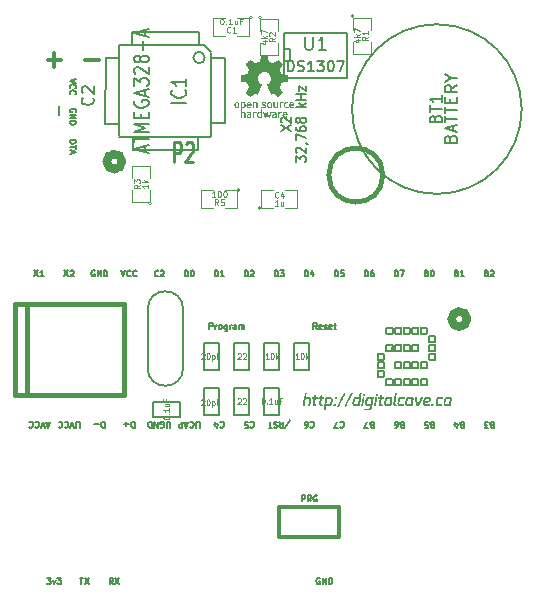
<source format=gto>
G04 (created by PCBNEW (2013-dec-23)-stable) date Mon 09 Jun 2014 08:04:37 PM MDT*
%MOIN*%
G04 Gerber Fmt 3.4, Leading zero omitted, Abs format*
%FSLAX34Y34*%
G01*
G70*
G90*
G04 APERTURE LIST*
%ADD10C,0.00590551*%
%ADD11C,0.005*%
%ADD12C,0.011811*%
%ADD13C,0.015*%
%ADD14C,0.0039*%
%ADD15C,0.0001*%
%ADD16C,0.006*%
%ADD17C,0.0290551*%
%ADD18C,0.012*%
%ADD19C,0.0107*%
%ADD20C,0.008*%
%ADD21C,0.0043*%
%ADD22C,0.0045*%
G04 APERTURE END LIST*
G54D10*
G54D11*
X22747Y-26080D02*
X22747Y-25880D01*
X22823Y-25880D01*
X22842Y-25890D01*
X22852Y-25900D01*
X22861Y-25919D01*
X22861Y-25947D01*
X22852Y-25966D01*
X22842Y-25976D01*
X22823Y-25985D01*
X22747Y-25985D01*
X23061Y-26080D02*
X22995Y-25985D01*
X22947Y-26080D02*
X22947Y-25880D01*
X23023Y-25880D01*
X23042Y-25890D01*
X23052Y-25900D01*
X23061Y-25919D01*
X23061Y-25947D01*
X23052Y-25966D01*
X23042Y-25976D01*
X23023Y-25985D01*
X22947Y-25985D01*
X23252Y-25890D02*
X23233Y-25880D01*
X23204Y-25880D01*
X23176Y-25890D01*
X23157Y-25909D01*
X23147Y-25928D01*
X23138Y-25966D01*
X23138Y-25995D01*
X23147Y-26033D01*
X23157Y-26052D01*
X23176Y-26071D01*
X23204Y-26080D01*
X23223Y-26080D01*
X23252Y-26071D01*
X23261Y-26061D01*
X23261Y-25995D01*
X23223Y-25995D01*
X23347Y-28640D02*
X23328Y-28630D01*
X23300Y-28630D01*
X23271Y-28640D01*
X23252Y-28659D01*
X23242Y-28678D01*
X23233Y-28716D01*
X23233Y-28745D01*
X23242Y-28783D01*
X23252Y-28802D01*
X23271Y-28821D01*
X23300Y-28830D01*
X23319Y-28830D01*
X23347Y-28821D01*
X23357Y-28811D01*
X23357Y-28745D01*
X23319Y-28745D01*
X23442Y-28830D02*
X23442Y-28630D01*
X23557Y-28830D01*
X23557Y-28630D01*
X23652Y-28830D02*
X23652Y-28630D01*
X23700Y-28630D01*
X23728Y-28640D01*
X23747Y-28659D01*
X23757Y-28678D01*
X23766Y-28716D01*
X23766Y-28745D01*
X23757Y-28783D01*
X23747Y-28802D01*
X23728Y-28821D01*
X23700Y-28830D01*
X23652Y-28830D01*
X16466Y-28830D02*
X16400Y-28735D01*
X16352Y-28830D02*
X16352Y-28630D01*
X16428Y-28630D01*
X16447Y-28640D01*
X16457Y-28650D01*
X16466Y-28669D01*
X16466Y-28697D01*
X16457Y-28716D01*
X16447Y-28726D01*
X16428Y-28735D01*
X16352Y-28735D01*
X16533Y-28630D02*
X16666Y-28830D01*
X16666Y-28630D02*
X16533Y-28830D01*
X15347Y-28630D02*
X15461Y-28630D01*
X15404Y-28830D02*
X15404Y-28630D01*
X15509Y-28630D02*
X15642Y-28830D01*
X15642Y-28630D02*
X15509Y-28830D01*
X14261Y-28630D02*
X14385Y-28630D01*
X14319Y-28707D01*
X14347Y-28707D01*
X14366Y-28716D01*
X14376Y-28726D01*
X14385Y-28745D01*
X14385Y-28792D01*
X14376Y-28811D01*
X14366Y-28821D01*
X14347Y-28830D01*
X14290Y-28830D01*
X14271Y-28821D01*
X14261Y-28811D01*
X14452Y-28697D02*
X14500Y-28830D01*
X14547Y-28697D01*
X14604Y-28630D02*
X14728Y-28630D01*
X14661Y-28707D01*
X14690Y-28707D01*
X14709Y-28716D01*
X14719Y-28726D01*
X14728Y-28745D01*
X14728Y-28792D01*
X14719Y-28811D01*
X14709Y-28821D01*
X14690Y-28830D01*
X14633Y-28830D01*
X14614Y-28821D01*
X14604Y-28811D01*
X15019Y-14035D02*
X15219Y-14035D01*
X15219Y-14083D01*
X15209Y-14111D01*
X15190Y-14130D01*
X15171Y-14140D01*
X15133Y-14150D01*
X15104Y-14150D01*
X15066Y-14140D01*
X15047Y-14130D01*
X15028Y-14111D01*
X15019Y-14083D01*
X15019Y-14035D01*
X15219Y-14207D02*
X15219Y-14321D01*
X15019Y-14264D02*
X15219Y-14264D01*
X15076Y-14378D02*
X15076Y-14473D01*
X15019Y-14359D02*
X15219Y-14426D01*
X15019Y-14492D01*
X15209Y-13097D02*
X15219Y-13078D01*
X15219Y-13050D01*
X15209Y-13021D01*
X15190Y-13002D01*
X15171Y-12992D01*
X15133Y-12983D01*
X15104Y-12983D01*
X15066Y-12992D01*
X15047Y-13002D01*
X15028Y-13021D01*
X15019Y-13050D01*
X15019Y-13069D01*
X15028Y-13097D01*
X15038Y-13107D01*
X15104Y-13107D01*
X15104Y-13069D01*
X15019Y-13192D02*
X15219Y-13192D01*
X15019Y-13307D01*
X15219Y-13307D01*
X15019Y-13402D02*
X15219Y-13402D01*
X15219Y-13450D01*
X15209Y-13478D01*
X15190Y-13497D01*
X15171Y-13507D01*
X15133Y-13516D01*
X15104Y-13516D01*
X15066Y-13507D01*
X15047Y-13497D01*
X15028Y-13478D01*
X15019Y-13450D01*
X15019Y-13402D01*
X15219Y-11983D02*
X15019Y-12050D01*
X15219Y-12116D01*
X15038Y-12297D02*
X15028Y-12288D01*
X15019Y-12259D01*
X15019Y-12240D01*
X15028Y-12211D01*
X15047Y-12192D01*
X15066Y-12183D01*
X15104Y-12173D01*
X15133Y-12173D01*
X15171Y-12183D01*
X15190Y-12192D01*
X15209Y-12211D01*
X15219Y-12240D01*
X15219Y-12259D01*
X15209Y-12288D01*
X15200Y-12297D01*
X15038Y-12497D02*
X15028Y-12488D01*
X15019Y-12459D01*
X15019Y-12440D01*
X15028Y-12411D01*
X15047Y-12392D01*
X15066Y-12383D01*
X15104Y-12373D01*
X15133Y-12373D01*
X15171Y-12383D01*
X15190Y-12392D01*
X15209Y-12411D01*
X15219Y-12440D01*
X15219Y-12459D01*
X15209Y-12488D01*
X15200Y-12497D01*
G54D12*
X15525Y-11364D02*
X15974Y-11364D01*
X14275Y-11364D02*
X14724Y-11364D01*
X14500Y-11589D02*
X14500Y-11139D01*
G54D11*
X19669Y-20330D02*
X19669Y-20130D01*
X19745Y-20130D01*
X19764Y-20140D01*
X19773Y-20150D01*
X19783Y-20169D01*
X19783Y-20197D01*
X19773Y-20216D01*
X19764Y-20226D01*
X19745Y-20235D01*
X19669Y-20235D01*
X19869Y-20330D02*
X19869Y-20197D01*
X19869Y-20235D02*
X19878Y-20216D01*
X19888Y-20207D01*
X19907Y-20197D01*
X19926Y-20197D01*
X20021Y-20330D02*
X20002Y-20321D01*
X19992Y-20311D01*
X19983Y-20292D01*
X19983Y-20235D01*
X19992Y-20216D01*
X20002Y-20207D01*
X20021Y-20197D01*
X20050Y-20197D01*
X20069Y-20207D01*
X20078Y-20216D01*
X20088Y-20235D01*
X20088Y-20292D01*
X20078Y-20311D01*
X20069Y-20321D01*
X20050Y-20330D01*
X20021Y-20330D01*
X20259Y-20197D02*
X20259Y-20359D01*
X20250Y-20378D01*
X20240Y-20388D01*
X20221Y-20397D01*
X20192Y-20397D01*
X20173Y-20388D01*
X20259Y-20321D02*
X20240Y-20330D01*
X20202Y-20330D01*
X20183Y-20321D01*
X20173Y-20311D01*
X20164Y-20292D01*
X20164Y-20235D01*
X20173Y-20216D01*
X20183Y-20207D01*
X20202Y-20197D01*
X20240Y-20197D01*
X20259Y-20207D01*
X20354Y-20330D02*
X20354Y-20197D01*
X20354Y-20235D02*
X20364Y-20216D01*
X20373Y-20207D01*
X20392Y-20197D01*
X20411Y-20197D01*
X20564Y-20330D02*
X20564Y-20226D01*
X20554Y-20207D01*
X20535Y-20197D01*
X20497Y-20197D01*
X20478Y-20207D01*
X20564Y-20321D02*
X20545Y-20330D01*
X20497Y-20330D01*
X20478Y-20321D01*
X20469Y-20302D01*
X20469Y-20283D01*
X20478Y-20264D01*
X20497Y-20254D01*
X20545Y-20254D01*
X20564Y-20245D01*
X20659Y-20330D02*
X20659Y-20197D01*
X20659Y-20216D02*
X20669Y-20207D01*
X20688Y-20197D01*
X20716Y-20197D01*
X20735Y-20207D01*
X20745Y-20226D01*
X20745Y-20330D01*
X20745Y-20226D02*
X20754Y-20207D01*
X20773Y-20197D01*
X20802Y-20197D01*
X20821Y-20207D01*
X20830Y-20226D01*
X20830Y-20330D01*
X23252Y-20330D02*
X23185Y-20235D01*
X23138Y-20330D02*
X23138Y-20130D01*
X23214Y-20130D01*
X23233Y-20140D01*
X23242Y-20150D01*
X23252Y-20169D01*
X23252Y-20197D01*
X23242Y-20216D01*
X23233Y-20226D01*
X23214Y-20235D01*
X23138Y-20235D01*
X23414Y-20321D02*
X23395Y-20330D01*
X23357Y-20330D01*
X23338Y-20321D01*
X23328Y-20302D01*
X23328Y-20226D01*
X23338Y-20207D01*
X23357Y-20197D01*
X23395Y-20197D01*
X23414Y-20207D01*
X23423Y-20226D01*
X23423Y-20245D01*
X23328Y-20264D01*
X23500Y-20321D02*
X23519Y-20330D01*
X23557Y-20330D01*
X23576Y-20321D01*
X23585Y-20302D01*
X23585Y-20292D01*
X23576Y-20273D01*
X23557Y-20264D01*
X23528Y-20264D01*
X23509Y-20254D01*
X23500Y-20235D01*
X23500Y-20226D01*
X23509Y-20207D01*
X23528Y-20197D01*
X23557Y-20197D01*
X23576Y-20207D01*
X23747Y-20321D02*
X23728Y-20330D01*
X23690Y-20330D01*
X23671Y-20321D01*
X23661Y-20302D01*
X23661Y-20226D01*
X23671Y-20207D01*
X23690Y-20197D01*
X23728Y-20197D01*
X23747Y-20207D01*
X23757Y-20226D01*
X23757Y-20245D01*
X23661Y-20264D01*
X23814Y-20197D02*
X23890Y-20197D01*
X23842Y-20130D02*
X23842Y-20302D01*
X23852Y-20321D01*
X23871Y-20330D01*
X23890Y-20330D01*
X29080Y-23523D02*
X29052Y-23514D01*
X29042Y-23504D01*
X29033Y-23485D01*
X29033Y-23457D01*
X29042Y-23438D01*
X29052Y-23428D01*
X29071Y-23419D01*
X29147Y-23419D01*
X29147Y-23619D01*
X29080Y-23619D01*
X29061Y-23609D01*
X29052Y-23600D01*
X29042Y-23580D01*
X29042Y-23561D01*
X29052Y-23542D01*
X29061Y-23533D01*
X29080Y-23523D01*
X29147Y-23523D01*
X28966Y-23619D02*
X28842Y-23619D01*
X28909Y-23542D01*
X28880Y-23542D01*
X28861Y-23533D01*
X28852Y-23523D01*
X28842Y-23504D01*
X28842Y-23457D01*
X28852Y-23438D01*
X28861Y-23428D01*
X28880Y-23419D01*
X28938Y-23419D01*
X28957Y-23428D01*
X28966Y-23438D01*
X28080Y-23523D02*
X28052Y-23514D01*
X28042Y-23504D01*
X28033Y-23485D01*
X28033Y-23457D01*
X28042Y-23438D01*
X28052Y-23428D01*
X28071Y-23419D01*
X28147Y-23419D01*
X28147Y-23619D01*
X28080Y-23619D01*
X28061Y-23609D01*
X28052Y-23600D01*
X28042Y-23580D01*
X28042Y-23561D01*
X28052Y-23542D01*
X28061Y-23533D01*
X28080Y-23523D01*
X28147Y-23523D01*
X27861Y-23552D02*
X27861Y-23419D01*
X27909Y-23628D02*
X27957Y-23485D01*
X27833Y-23485D01*
X27080Y-23523D02*
X27052Y-23514D01*
X27042Y-23504D01*
X27033Y-23485D01*
X27033Y-23457D01*
X27042Y-23438D01*
X27052Y-23428D01*
X27071Y-23419D01*
X27147Y-23419D01*
X27147Y-23619D01*
X27080Y-23619D01*
X27061Y-23609D01*
X27052Y-23600D01*
X27042Y-23580D01*
X27042Y-23561D01*
X27052Y-23542D01*
X27061Y-23533D01*
X27080Y-23523D01*
X27147Y-23523D01*
X26852Y-23619D02*
X26947Y-23619D01*
X26957Y-23523D01*
X26947Y-23533D01*
X26928Y-23542D01*
X26880Y-23542D01*
X26861Y-23533D01*
X26852Y-23523D01*
X26842Y-23504D01*
X26842Y-23457D01*
X26852Y-23438D01*
X26861Y-23428D01*
X26880Y-23419D01*
X26928Y-23419D01*
X26947Y-23428D01*
X26957Y-23438D01*
X26080Y-23523D02*
X26052Y-23514D01*
X26042Y-23504D01*
X26033Y-23485D01*
X26033Y-23457D01*
X26042Y-23438D01*
X26052Y-23428D01*
X26071Y-23419D01*
X26147Y-23419D01*
X26147Y-23619D01*
X26080Y-23619D01*
X26061Y-23609D01*
X26052Y-23600D01*
X26042Y-23580D01*
X26042Y-23561D01*
X26052Y-23542D01*
X26061Y-23533D01*
X26080Y-23523D01*
X26147Y-23523D01*
X25861Y-23619D02*
X25900Y-23619D01*
X25919Y-23609D01*
X25928Y-23600D01*
X25947Y-23571D01*
X25957Y-23533D01*
X25957Y-23457D01*
X25947Y-23438D01*
X25938Y-23428D01*
X25919Y-23419D01*
X25880Y-23419D01*
X25861Y-23428D01*
X25852Y-23438D01*
X25842Y-23457D01*
X25842Y-23504D01*
X25852Y-23523D01*
X25861Y-23533D01*
X25880Y-23542D01*
X25919Y-23542D01*
X25938Y-23533D01*
X25947Y-23523D01*
X25957Y-23504D01*
X25080Y-23523D02*
X25052Y-23514D01*
X25042Y-23504D01*
X25033Y-23485D01*
X25033Y-23457D01*
X25042Y-23438D01*
X25052Y-23428D01*
X25071Y-23419D01*
X25147Y-23419D01*
X25147Y-23619D01*
X25080Y-23619D01*
X25061Y-23609D01*
X25052Y-23600D01*
X25042Y-23580D01*
X25042Y-23561D01*
X25052Y-23542D01*
X25061Y-23533D01*
X25080Y-23523D01*
X25147Y-23523D01*
X24966Y-23619D02*
X24833Y-23619D01*
X24919Y-23419D01*
X24033Y-23438D02*
X24042Y-23428D01*
X24071Y-23419D01*
X24090Y-23419D01*
X24119Y-23428D01*
X24138Y-23447D01*
X24147Y-23466D01*
X24157Y-23504D01*
X24157Y-23533D01*
X24147Y-23571D01*
X24138Y-23590D01*
X24119Y-23609D01*
X24090Y-23619D01*
X24071Y-23619D01*
X24042Y-23609D01*
X24033Y-23600D01*
X23966Y-23619D02*
X23833Y-23619D01*
X23919Y-23419D01*
X23033Y-23438D02*
X23042Y-23428D01*
X23071Y-23419D01*
X23090Y-23419D01*
X23119Y-23428D01*
X23138Y-23447D01*
X23147Y-23466D01*
X23157Y-23504D01*
X23157Y-23533D01*
X23147Y-23571D01*
X23138Y-23590D01*
X23119Y-23609D01*
X23090Y-23619D01*
X23071Y-23619D01*
X23042Y-23609D01*
X23033Y-23600D01*
X22861Y-23619D02*
X22900Y-23619D01*
X22919Y-23609D01*
X22928Y-23600D01*
X22947Y-23571D01*
X22957Y-23533D01*
X22957Y-23457D01*
X22947Y-23438D01*
X22938Y-23428D01*
X22919Y-23419D01*
X22880Y-23419D01*
X22861Y-23428D01*
X22852Y-23438D01*
X22842Y-23457D01*
X22842Y-23504D01*
X22852Y-23523D01*
X22861Y-23533D01*
X22880Y-23542D01*
X22919Y-23542D01*
X22938Y-23533D01*
X22947Y-23523D01*
X22957Y-23504D01*
X22185Y-23628D02*
X22357Y-23371D01*
X22004Y-23419D02*
X22071Y-23514D01*
X22119Y-23419D02*
X22119Y-23619D01*
X22042Y-23619D01*
X22023Y-23609D01*
X22014Y-23600D01*
X22004Y-23580D01*
X22004Y-23552D01*
X22014Y-23533D01*
X22023Y-23523D01*
X22042Y-23514D01*
X22119Y-23514D01*
X21928Y-23428D02*
X21900Y-23419D01*
X21852Y-23419D01*
X21833Y-23428D01*
X21823Y-23438D01*
X21814Y-23457D01*
X21814Y-23476D01*
X21823Y-23495D01*
X21833Y-23504D01*
X21852Y-23514D01*
X21890Y-23523D01*
X21909Y-23533D01*
X21919Y-23542D01*
X21928Y-23561D01*
X21928Y-23580D01*
X21919Y-23600D01*
X21909Y-23609D01*
X21890Y-23619D01*
X21842Y-23619D01*
X21814Y-23609D01*
X21757Y-23619D02*
X21642Y-23619D01*
X21700Y-23419D02*
X21700Y-23619D01*
X21033Y-23438D02*
X21042Y-23428D01*
X21071Y-23419D01*
X21090Y-23419D01*
X21119Y-23428D01*
X21138Y-23447D01*
X21147Y-23466D01*
X21157Y-23504D01*
X21157Y-23533D01*
X21147Y-23571D01*
X21138Y-23590D01*
X21119Y-23609D01*
X21090Y-23619D01*
X21071Y-23619D01*
X21042Y-23609D01*
X21033Y-23600D01*
X20852Y-23619D02*
X20947Y-23619D01*
X20957Y-23523D01*
X20947Y-23533D01*
X20928Y-23542D01*
X20880Y-23542D01*
X20861Y-23533D01*
X20852Y-23523D01*
X20842Y-23504D01*
X20842Y-23457D01*
X20852Y-23438D01*
X20861Y-23428D01*
X20880Y-23419D01*
X20928Y-23419D01*
X20947Y-23428D01*
X20957Y-23438D01*
X20033Y-23438D02*
X20042Y-23428D01*
X20071Y-23419D01*
X20090Y-23419D01*
X20119Y-23428D01*
X20138Y-23447D01*
X20147Y-23466D01*
X20157Y-23504D01*
X20157Y-23533D01*
X20147Y-23571D01*
X20138Y-23590D01*
X20119Y-23609D01*
X20090Y-23619D01*
X20071Y-23619D01*
X20042Y-23609D01*
X20033Y-23600D01*
X19861Y-23552D02*
X19861Y-23419D01*
X19909Y-23628D02*
X19957Y-23485D01*
X19833Y-23485D01*
X19342Y-23619D02*
X19342Y-23457D01*
X19333Y-23438D01*
X19323Y-23428D01*
X19304Y-23419D01*
X19266Y-23419D01*
X19247Y-23428D01*
X19238Y-23438D01*
X19228Y-23457D01*
X19228Y-23619D01*
X19019Y-23438D02*
X19028Y-23428D01*
X19057Y-23419D01*
X19076Y-23419D01*
X19104Y-23428D01*
X19123Y-23447D01*
X19133Y-23466D01*
X19142Y-23504D01*
X19142Y-23533D01*
X19133Y-23571D01*
X19123Y-23590D01*
X19104Y-23609D01*
X19076Y-23619D01*
X19057Y-23619D01*
X19028Y-23609D01*
X19019Y-23600D01*
X18942Y-23476D02*
X18847Y-23476D01*
X18961Y-23419D02*
X18895Y-23619D01*
X18828Y-23419D01*
X18761Y-23419D02*
X18761Y-23619D01*
X18685Y-23619D01*
X18666Y-23609D01*
X18657Y-23600D01*
X18647Y-23580D01*
X18647Y-23552D01*
X18657Y-23533D01*
X18666Y-23523D01*
X18685Y-23514D01*
X18761Y-23514D01*
X18361Y-23619D02*
X18361Y-23457D01*
X18352Y-23438D01*
X18342Y-23428D01*
X18323Y-23419D01*
X18285Y-23419D01*
X18266Y-23428D01*
X18257Y-23438D01*
X18247Y-23457D01*
X18247Y-23619D01*
X18047Y-23609D02*
X18066Y-23619D01*
X18095Y-23619D01*
X18123Y-23609D01*
X18142Y-23590D01*
X18152Y-23571D01*
X18161Y-23533D01*
X18161Y-23504D01*
X18152Y-23466D01*
X18142Y-23447D01*
X18123Y-23428D01*
X18095Y-23419D01*
X18076Y-23419D01*
X18047Y-23428D01*
X18038Y-23438D01*
X18038Y-23504D01*
X18076Y-23504D01*
X17952Y-23419D02*
X17952Y-23619D01*
X17838Y-23419D01*
X17838Y-23619D01*
X17742Y-23419D02*
X17742Y-23619D01*
X17695Y-23619D01*
X17666Y-23609D01*
X17647Y-23590D01*
X17638Y-23571D01*
X17628Y-23533D01*
X17628Y-23504D01*
X17638Y-23466D01*
X17647Y-23447D01*
X17666Y-23428D01*
X17695Y-23419D01*
X17742Y-23419D01*
X17176Y-23419D02*
X17176Y-23619D01*
X17128Y-23619D01*
X17100Y-23609D01*
X17080Y-23590D01*
X17071Y-23571D01*
X17061Y-23533D01*
X17061Y-23504D01*
X17071Y-23466D01*
X17080Y-23447D01*
X17100Y-23428D01*
X17128Y-23419D01*
X17176Y-23419D01*
X16976Y-23495D02*
X16823Y-23495D01*
X16900Y-23419D02*
X16900Y-23571D01*
X16176Y-23419D02*
X16176Y-23619D01*
X16128Y-23619D01*
X16100Y-23609D01*
X16080Y-23590D01*
X16071Y-23571D01*
X16061Y-23533D01*
X16061Y-23504D01*
X16071Y-23466D01*
X16080Y-23447D01*
X16100Y-23428D01*
X16128Y-23419D01*
X16176Y-23419D01*
X15976Y-23495D02*
X15823Y-23495D01*
X15342Y-23619D02*
X15342Y-23457D01*
X15333Y-23438D01*
X15323Y-23428D01*
X15304Y-23419D01*
X15266Y-23419D01*
X15247Y-23428D01*
X15238Y-23438D01*
X15228Y-23457D01*
X15228Y-23619D01*
X15161Y-23619D02*
X15095Y-23419D01*
X15028Y-23619D01*
X14847Y-23438D02*
X14857Y-23428D01*
X14885Y-23419D01*
X14904Y-23419D01*
X14933Y-23428D01*
X14952Y-23447D01*
X14961Y-23466D01*
X14971Y-23504D01*
X14971Y-23533D01*
X14961Y-23571D01*
X14952Y-23590D01*
X14933Y-23609D01*
X14904Y-23619D01*
X14885Y-23619D01*
X14857Y-23609D01*
X14847Y-23600D01*
X14647Y-23438D02*
X14657Y-23428D01*
X14685Y-23419D01*
X14704Y-23419D01*
X14733Y-23428D01*
X14752Y-23447D01*
X14761Y-23466D01*
X14771Y-23504D01*
X14771Y-23533D01*
X14761Y-23571D01*
X14752Y-23590D01*
X14733Y-23609D01*
X14704Y-23619D01*
X14685Y-23619D01*
X14657Y-23609D01*
X14647Y-23600D01*
X14333Y-23476D02*
X14238Y-23476D01*
X14352Y-23419D02*
X14285Y-23619D01*
X14219Y-23419D01*
X14180Y-23619D02*
X14114Y-23419D01*
X14047Y-23619D01*
X13866Y-23438D02*
X13876Y-23428D01*
X13904Y-23419D01*
X13923Y-23419D01*
X13952Y-23428D01*
X13971Y-23447D01*
X13980Y-23466D01*
X13990Y-23504D01*
X13990Y-23533D01*
X13980Y-23571D01*
X13971Y-23590D01*
X13952Y-23609D01*
X13923Y-23619D01*
X13904Y-23619D01*
X13876Y-23609D01*
X13866Y-23600D01*
X13666Y-23438D02*
X13676Y-23428D01*
X13704Y-23419D01*
X13723Y-23419D01*
X13752Y-23428D01*
X13771Y-23447D01*
X13780Y-23466D01*
X13790Y-23504D01*
X13790Y-23533D01*
X13780Y-23571D01*
X13771Y-23590D01*
X13752Y-23609D01*
X13723Y-23619D01*
X13704Y-23619D01*
X13676Y-23609D01*
X13666Y-23600D01*
X28919Y-18476D02*
X28947Y-18485D01*
X28957Y-18495D01*
X28966Y-18514D01*
X28966Y-18542D01*
X28957Y-18561D01*
X28947Y-18571D01*
X28928Y-18580D01*
X28852Y-18580D01*
X28852Y-18380D01*
X28919Y-18380D01*
X28938Y-18390D01*
X28947Y-18400D01*
X28957Y-18419D01*
X28957Y-18438D01*
X28947Y-18457D01*
X28938Y-18466D01*
X28919Y-18476D01*
X28852Y-18476D01*
X29042Y-18400D02*
X29052Y-18390D01*
X29071Y-18380D01*
X29119Y-18380D01*
X29138Y-18390D01*
X29147Y-18400D01*
X29157Y-18419D01*
X29157Y-18438D01*
X29147Y-18466D01*
X29033Y-18580D01*
X29157Y-18580D01*
X27919Y-18476D02*
X27947Y-18485D01*
X27957Y-18495D01*
X27966Y-18514D01*
X27966Y-18542D01*
X27957Y-18561D01*
X27947Y-18571D01*
X27928Y-18580D01*
X27852Y-18580D01*
X27852Y-18380D01*
X27919Y-18380D01*
X27938Y-18390D01*
X27947Y-18400D01*
X27957Y-18419D01*
X27957Y-18438D01*
X27947Y-18457D01*
X27938Y-18466D01*
X27919Y-18476D01*
X27852Y-18476D01*
X28157Y-18580D02*
X28042Y-18580D01*
X28100Y-18580D02*
X28100Y-18380D01*
X28080Y-18409D01*
X28061Y-18428D01*
X28042Y-18438D01*
X26919Y-18476D02*
X26947Y-18485D01*
X26957Y-18495D01*
X26966Y-18514D01*
X26966Y-18542D01*
X26957Y-18561D01*
X26947Y-18571D01*
X26928Y-18580D01*
X26852Y-18580D01*
X26852Y-18380D01*
X26919Y-18380D01*
X26938Y-18390D01*
X26947Y-18400D01*
X26957Y-18419D01*
X26957Y-18438D01*
X26947Y-18457D01*
X26938Y-18466D01*
X26919Y-18476D01*
X26852Y-18476D01*
X27090Y-18380D02*
X27109Y-18380D01*
X27128Y-18390D01*
X27138Y-18400D01*
X27147Y-18419D01*
X27157Y-18457D01*
X27157Y-18504D01*
X27147Y-18542D01*
X27138Y-18561D01*
X27128Y-18571D01*
X27109Y-18580D01*
X27090Y-18580D01*
X27071Y-18571D01*
X27061Y-18561D01*
X27052Y-18542D01*
X27042Y-18504D01*
X27042Y-18457D01*
X27052Y-18419D01*
X27061Y-18400D01*
X27071Y-18390D01*
X27090Y-18380D01*
X25852Y-18580D02*
X25852Y-18380D01*
X25900Y-18380D01*
X25928Y-18390D01*
X25947Y-18409D01*
X25957Y-18428D01*
X25966Y-18466D01*
X25966Y-18495D01*
X25957Y-18533D01*
X25947Y-18552D01*
X25928Y-18571D01*
X25900Y-18580D01*
X25852Y-18580D01*
X26033Y-18380D02*
X26166Y-18380D01*
X26080Y-18580D01*
X21852Y-18580D02*
X21852Y-18380D01*
X21900Y-18380D01*
X21928Y-18390D01*
X21947Y-18409D01*
X21957Y-18428D01*
X21966Y-18466D01*
X21966Y-18495D01*
X21957Y-18533D01*
X21947Y-18552D01*
X21928Y-18571D01*
X21900Y-18580D01*
X21852Y-18580D01*
X22033Y-18380D02*
X22157Y-18380D01*
X22090Y-18457D01*
X22119Y-18457D01*
X22138Y-18466D01*
X22147Y-18476D01*
X22157Y-18495D01*
X22157Y-18542D01*
X22147Y-18561D01*
X22138Y-18571D01*
X22119Y-18580D01*
X22061Y-18580D01*
X22042Y-18571D01*
X22033Y-18561D01*
X18852Y-18580D02*
X18852Y-18380D01*
X18900Y-18380D01*
X18928Y-18390D01*
X18947Y-18409D01*
X18957Y-18428D01*
X18966Y-18466D01*
X18966Y-18495D01*
X18957Y-18533D01*
X18947Y-18552D01*
X18928Y-18571D01*
X18900Y-18580D01*
X18852Y-18580D01*
X19090Y-18380D02*
X19109Y-18380D01*
X19128Y-18390D01*
X19138Y-18400D01*
X19147Y-18419D01*
X19157Y-18457D01*
X19157Y-18504D01*
X19147Y-18542D01*
X19138Y-18561D01*
X19128Y-18571D01*
X19109Y-18580D01*
X19090Y-18580D01*
X19071Y-18571D01*
X19061Y-18561D01*
X19052Y-18542D01*
X19042Y-18504D01*
X19042Y-18457D01*
X19052Y-18419D01*
X19061Y-18400D01*
X19071Y-18390D01*
X19090Y-18380D01*
X19852Y-18580D02*
X19852Y-18380D01*
X19900Y-18380D01*
X19928Y-18390D01*
X19947Y-18409D01*
X19957Y-18428D01*
X19966Y-18466D01*
X19966Y-18495D01*
X19957Y-18533D01*
X19947Y-18552D01*
X19928Y-18571D01*
X19900Y-18580D01*
X19852Y-18580D01*
X20157Y-18580D02*
X20042Y-18580D01*
X20100Y-18580D02*
X20100Y-18380D01*
X20080Y-18409D01*
X20061Y-18428D01*
X20042Y-18438D01*
X20852Y-18580D02*
X20852Y-18380D01*
X20900Y-18380D01*
X20928Y-18390D01*
X20947Y-18409D01*
X20957Y-18428D01*
X20966Y-18466D01*
X20966Y-18495D01*
X20957Y-18533D01*
X20947Y-18552D01*
X20928Y-18571D01*
X20900Y-18580D01*
X20852Y-18580D01*
X21042Y-18400D02*
X21052Y-18390D01*
X21071Y-18380D01*
X21119Y-18380D01*
X21138Y-18390D01*
X21147Y-18400D01*
X21157Y-18419D01*
X21157Y-18438D01*
X21147Y-18466D01*
X21033Y-18580D01*
X21157Y-18580D01*
X24852Y-18580D02*
X24852Y-18380D01*
X24900Y-18380D01*
X24928Y-18390D01*
X24947Y-18409D01*
X24957Y-18428D01*
X24966Y-18466D01*
X24966Y-18495D01*
X24957Y-18533D01*
X24947Y-18552D01*
X24928Y-18571D01*
X24900Y-18580D01*
X24852Y-18580D01*
X25138Y-18380D02*
X25100Y-18380D01*
X25080Y-18390D01*
X25071Y-18400D01*
X25052Y-18428D01*
X25042Y-18466D01*
X25042Y-18542D01*
X25052Y-18561D01*
X25061Y-18571D01*
X25080Y-18580D01*
X25119Y-18580D01*
X25138Y-18571D01*
X25147Y-18561D01*
X25157Y-18542D01*
X25157Y-18495D01*
X25147Y-18476D01*
X25138Y-18466D01*
X25119Y-18457D01*
X25080Y-18457D01*
X25061Y-18466D01*
X25052Y-18476D01*
X25042Y-18495D01*
X23852Y-18580D02*
X23852Y-18380D01*
X23900Y-18380D01*
X23928Y-18390D01*
X23947Y-18409D01*
X23957Y-18428D01*
X23966Y-18466D01*
X23966Y-18495D01*
X23957Y-18533D01*
X23947Y-18552D01*
X23928Y-18571D01*
X23900Y-18580D01*
X23852Y-18580D01*
X24147Y-18380D02*
X24052Y-18380D01*
X24042Y-18476D01*
X24052Y-18466D01*
X24071Y-18457D01*
X24119Y-18457D01*
X24138Y-18466D01*
X24147Y-18476D01*
X24157Y-18495D01*
X24157Y-18542D01*
X24147Y-18561D01*
X24138Y-18571D01*
X24119Y-18580D01*
X24071Y-18580D01*
X24052Y-18571D01*
X24042Y-18561D01*
X22852Y-18580D02*
X22852Y-18380D01*
X22900Y-18380D01*
X22928Y-18390D01*
X22947Y-18409D01*
X22957Y-18428D01*
X22966Y-18466D01*
X22966Y-18495D01*
X22957Y-18533D01*
X22947Y-18552D01*
X22928Y-18571D01*
X22900Y-18580D01*
X22852Y-18580D01*
X23138Y-18447D02*
X23138Y-18580D01*
X23090Y-18371D02*
X23042Y-18514D01*
X23166Y-18514D01*
X17966Y-18561D02*
X17957Y-18571D01*
X17928Y-18580D01*
X17909Y-18580D01*
X17880Y-18571D01*
X17861Y-18552D01*
X17852Y-18533D01*
X17842Y-18495D01*
X17842Y-18466D01*
X17852Y-18428D01*
X17861Y-18409D01*
X17880Y-18390D01*
X17909Y-18380D01*
X17928Y-18380D01*
X17957Y-18390D01*
X17966Y-18400D01*
X18042Y-18400D02*
X18052Y-18390D01*
X18071Y-18380D01*
X18119Y-18380D01*
X18138Y-18390D01*
X18147Y-18400D01*
X18157Y-18419D01*
X18157Y-18438D01*
X18147Y-18466D01*
X18033Y-18580D01*
X18157Y-18580D01*
X16733Y-18380D02*
X16800Y-18580D01*
X16866Y-18380D01*
X17047Y-18561D02*
X17038Y-18571D01*
X17009Y-18580D01*
X16990Y-18580D01*
X16961Y-18571D01*
X16942Y-18552D01*
X16933Y-18533D01*
X16923Y-18495D01*
X16923Y-18466D01*
X16933Y-18428D01*
X16942Y-18409D01*
X16961Y-18390D01*
X16990Y-18380D01*
X17009Y-18380D01*
X17038Y-18390D01*
X17047Y-18400D01*
X17247Y-18561D02*
X17238Y-18571D01*
X17209Y-18580D01*
X17190Y-18580D01*
X17161Y-18571D01*
X17142Y-18552D01*
X17133Y-18533D01*
X17123Y-18495D01*
X17123Y-18466D01*
X17133Y-18428D01*
X17142Y-18409D01*
X17161Y-18390D01*
X17190Y-18380D01*
X17209Y-18380D01*
X17238Y-18390D01*
X17247Y-18400D01*
X15847Y-18390D02*
X15828Y-18380D01*
X15800Y-18380D01*
X15771Y-18390D01*
X15752Y-18409D01*
X15742Y-18428D01*
X15733Y-18466D01*
X15733Y-18495D01*
X15742Y-18533D01*
X15752Y-18552D01*
X15771Y-18571D01*
X15800Y-18580D01*
X15819Y-18580D01*
X15847Y-18571D01*
X15857Y-18561D01*
X15857Y-18495D01*
X15819Y-18495D01*
X15942Y-18580D02*
X15942Y-18380D01*
X16057Y-18580D01*
X16057Y-18380D01*
X16152Y-18580D02*
X16152Y-18380D01*
X16200Y-18380D01*
X16228Y-18390D01*
X16247Y-18409D01*
X16257Y-18428D01*
X16266Y-18466D01*
X16266Y-18495D01*
X16257Y-18533D01*
X16247Y-18552D01*
X16228Y-18571D01*
X16200Y-18580D01*
X16152Y-18580D01*
X14838Y-18380D02*
X14971Y-18580D01*
X14971Y-18380D02*
X14838Y-18580D01*
X15038Y-18400D02*
X15047Y-18390D01*
X15066Y-18380D01*
X15114Y-18380D01*
X15133Y-18390D01*
X15142Y-18400D01*
X15152Y-18419D01*
X15152Y-18438D01*
X15142Y-18466D01*
X15028Y-18580D01*
X15152Y-18580D01*
X13838Y-18380D02*
X13971Y-18580D01*
X13971Y-18380D02*
X13838Y-18580D01*
X14152Y-18580D02*
X14038Y-18580D01*
X14095Y-18580D02*
X14095Y-18380D01*
X14076Y-18409D01*
X14057Y-18428D01*
X14038Y-18438D01*
G54D13*
X25450Y-15200D02*
G75*
G03X25450Y-15200I-900J0D01*
G74*
G01*
G54D10*
X30078Y-13000D02*
G75*
G03X30078Y-13000I-2828J0D01*
G74*
G01*
G54D14*
X21100Y-9950D02*
G75*
G03X21100Y-9950I-50J0D01*
G74*
G01*
X20600Y-9950D02*
X21000Y-9950D01*
X21000Y-9950D02*
X21000Y-10550D01*
X21000Y-10550D02*
X20600Y-10550D01*
X20200Y-10550D02*
X19800Y-10550D01*
X19800Y-10550D02*
X19800Y-9950D01*
X19800Y-9950D02*
X20200Y-9950D01*
X24500Y-9900D02*
G75*
G03X24500Y-9900I-50J0D01*
G74*
G01*
X24450Y-10350D02*
X24450Y-9950D01*
X24450Y-9950D02*
X25050Y-9950D01*
X25050Y-9950D02*
X25050Y-10350D01*
X25050Y-10750D02*
X25050Y-11150D01*
X25050Y-11150D02*
X24450Y-11150D01*
X24450Y-11150D02*
X24450Y-10750D01*
X21400Y-9950D02*
G75*
G03X21400Y-9950I-50J0D01*
G74*
G01*
X21350Y-10400D02*
X21350Y-10000D01*
X21350Y-10000D02*
X21950Y-10000D01*
X21950Y-10000D02*
X21950Y-10400D01*
X21950Y-10800D02*
X21950Y-11200D01*
X21950Y-11200D02*
X21350Y-11200D01*
X21350Y-11200D02*
X21350Y-10800D01*
X17750Y-16150D02*
G75*
G03X17750Y-16150I-50J0D01*
G74*
G01*
X17700Y-15700D02*
X17700Y-16100D01*
X17700Y-16100D02*
X17100Y-16100D01*
X17100Y-16100D02*
X17100Y-15700D01*
X17100Y-15300D02*
X17100Y-14900D01*
X17100Y-14900D02*
X17700Y-14900D01*
X17700Y-14900D02*
X17700Y-15300D01*
G54D15*
G36*
X21072Y-13299D02*
X21051Y-13299D01*
X21030Y-13299D01*
X21030Y-13290D01*
X21030Y-13282D01*
X21030Y-13227D01*
X21030Y-13209D01*
X21005Y-13209D01*
X20985Y-13210D01*
X20969Y-13212D01*
X20958Y-13216D01*
X20950Y-13221D01*
X20946Y-13228D01*
X20945Y-13236D01*
X20948Y-13246D01*
X20955Y-13254D01*
X20965Y-13259D01*
X20967Y-13259D01*
X20980Y-13261D01*
X20994Y-13261D01*
X21007Y-13260D01*
X21012Y-13259D01*
X21020Y-13255D01*
X21026Y-13250D01*
X21029Y-13241D01*
X21030Y-13229D01*
X21030Y-13227D01*
X21030Y-13282D01*
X21022Y-13289D01*
X21010Y-13296D01*
X20995Y-13300D01*
X20978Y-13301D01*
X20961Y-13299D01*
X20949Y-13296D01*
X20932Y-13288D01*
X20919Y-13277D01*
X20911Y-13262D01*
X20907Y-13245D01*
X20906Y-13237D01*
X20908Y-13219D01*
X20915Y-13204D01*
X20926Y-13191D01*
X20941Y-13183D01*
X20953Y-13179D01*
X20962Y-13177D01*
X20974Y-13176D01*
X20988Y-13175D01*
X20999Y-13175D01*
X21030Y-13175D01*
X21029Y-13158D01*
X21028Y-13146D01*
X21025Y-13138D01*
X21019Y-13133D01*
X21010Y-13130D01*
X20996Y-13128D01*
X20993Y-13128D01*
X20977Y-13128D01*
X20965Y-13131D01*
X20954Y-13136D01*
X20950Y-13139D01*
X20947Y-13140D01*
X20943Y-13139D01*
X20937Y-13135D01*
X20931Y-13130D01*
X20924Y-13125D01*
X20919Y-13120D01*
X20917Y-13118D01*
X20917Y-13117D01*
X20919Y-13114D01*
X20924Y-13108D01*
X20932Y-13103D01*
X20941Y-13098D01*
X20944Y-13096D01*
X20955Y-13092D01*
X20968Y-13090D01*
X20981Y-13089D01*
X21006Y-13089D01*
X21027Y-13093D01*
X21044Y-13101D01*
X21057Y-13112D01*
X21065Y-13124D01*
X21072Y-13137D01*
X21072Y-13218D01*
X21072Y-13299D01*
X21072Y-13299D01*
X21072Y-13299D01*
G37*
G36*
X21426Y-13299D02*
X21405Y-13299D01*
X21384Y-13299D01*
X21384Y-13288D01*
X21384Y-13277D01*
X21383Y-13278D01*
X21383Y-13194D01*
X21383Y-13176D01*
X21382Y-13163D01*
X21380Y-13153D01*
X21376Y-13146D01*
X21372Y-13140D01*
X21365Y-13136D01*
X21353Y-13131D01*
X21340Y-13130D01*
X21327Y-13134D01*
X21316Y-13140D01*
X21309Y-13149D01*
X21307Y-13154D01*
X21306Y-13159D01*
X21305Y-13167D01*
X21304Y-13178D01*
X21304Y-13193D01*
X21304Y-13195D01*
X21304Y-13210D01*
X21305Y-13221D01*
X21305Y-13229D01*
X21307Y-13234D01*
X21308Y-13239D01*
X21310Y-13241D01*
X21318Y-13250D01*
X21330Y-13257D01*
X21343Y-13259D01*
X21344Y-13259D01*
X21353Y-13258D01*
X21362Y-13255D01*
X21363Y-13255D01*
X21370Y-13250D01*
X21376Y-13244D01*
X21379Y-13235D01*
X21382Y-13224D01*
X21383Y-13209D01*
X21383Y-13194D01*
X21383Y-13278D01*
X21374Y-13285D01*
X21358Y-13295D01*
X21340Y-13300D01*
X21321Y-13300D01*
X21307Y-13297D01*
X21295Y-13291D01*
X21283Y-13282D01*
X21273Y-13271D01*
X21267Y-13259D01*
X21266Y-13256D01*
X21264Y-13248D01*
X21263Y-13237D01*
X21262Y-13222D01*
X21262Y-13206D01*
X21262Y-13189D01*
X21262Y-13172D01*
X21263Y-13157D01*
X21264Y-13144D01*
X21265Y-13135D01*
X21266Y-13130D01*
X21276Y-13114D01*
X21289Y-13102D01*
X21305Y-13093D01*
X21321Y-13089D01*
X21339Y-13089D01*
X21356Y-13093D01*
X21372Y-13102D01*
X21376Y-13105D01*
X21384Y-13112D01*
X21384Y-13060D01*
X21384Y-13007D01*
X21405Y-13007D01*
X21426Y-13007D01*
X21426Y-13153D01*
X21426Y-13299D01*
X21426Y-13299D01*
X21426Y-13299D01*
G37*
G36*
X21915Y-13299D02*
X21894Y-13299D01*
X21873Y-13299D01*
X21873Y-13290D01*
X21873Y-13281D01*
X21873Y-13223D01*
X21873Y-13209D01*
X21841Y-13210D01*
X21823Y-13211D01*
X21810Y-13213D01*
X21801Y-13215D01*
X21795Y-13219D01*
X21791Y-13224D01*
X21789Y-13228D01*
X21788Y-13236D01*
X21790Y-13244D01*
X21790Y-13245D01*
X21793Y-13251D01*
X21795Y-13254D01*
X21795Y-13254D01*
X21798Y-13255D01*
X21803Y-13257D01*
X21806Y-13258D01*
X21815Y-13260D01*
X21827Y-13261D01*
X21839Y-13261D01*
X21850Y-13260D01*
X21859Y-13258D01*
X21862Y-13256D01*
X21868Y-13250D01*
X21872Y-13239D01*
X21873Y-13223D01*
X21873Y-13223D01*
X21873Y-13281D01*
X21865Y-13288D01*
X21855Y-13295D01*
X21840Y-13299D01*
X21824Y-13301D01*
X21807Y-13300D01*
X21793Y-13296D01*
X21775Y-13288D01*
X21762Y-13277D01*
X21753Y-13263D01*
X21749Y-13246D01*
X21749Y-13237D01*
X21751Y-13219D01*
X21758Y-13204D01*
X21767Y-13193D01*
X21774Y-13187D01*
X21782Y-13183D01*
X21791Y-13180D01*
X21802Y-13178D01*
X21817Y-13176D01*
X21834Y-13176D01*
X21873Y-13174D01*
X21873Y-13160D01*
X21873Y-13151D01*
X21871Y-13143D01*
X21870Y-13141D01*
X21864Y-13135D01*
X21855Y-13131D01*
X21843Y-13128D01*
X21830Y-13128D01*
X21817Y-13129D01*
X21806Y-13132D01*
X21797Y-13137D01*
X21795Y-13139D01*
X21793Y-13141D01*
X21790Y-13141D01*
X21785Y-13138D01*
X21778Y-13133D01*
X21776Y-13131D01*
X21768Y-13125D01*
X21763Y-13120D01*
X21760Y-13117D01*
X21760Y-13117D01*
X21762Y-13113D01*
X21768Y-13108D01*
X21776Y-13102D01*
X21785Y-13097D01*
X21794Y-13093D01*
X21797Y-13092D01*
X21811Y-13089D01*
X21828Y-13089D01*
X21846Y-13089D01*
X21863Y-13092D01*
X21877Y-13096D01*
X21878Y-13096D01*
X21892Y-13105D01*
X21903Y-13116D01*
X21911Y-13129D01*
X21912Y-13133D01*
X21913Y-13139D01*
X21914Y-13151D01*
X21915Y-13168D01*
X21915Y-13190D01*
X21915Y-13217D01*
X21915Y-13221D01*
X21915Y-13299D01*
X21915Y-13299D01*
X21915Y-13299D01*
G37*
G36*
X22275Y-13209D02*
X22234Y-13209D01*
X22234Y-13175D01*
X22232Y-13167D01*
X22228Y-13154D01*
X22222Y-13143D01*
X22214Y-13135D01*
X22204Y-13130D01*
X22191Y-13128D01*
X22178Y-13129D01*
X22168Y-13133D01*
X22158Y-13141D01*
X22151Y-13152D01*
X22147Y-13163D01*
X22147Y-13168D01*
X22147Y-13175D01*
X22190Y-13175D01*
X22234Y-13175D01*
X22234Y-13209D01*
X22211Y-13209D01*
X22147Y-13209D01*
X22147Y-13219D01*
X22149Y-13230D01*
X22154Y-13242D01*
X22163Y-13251D01*
X22166Y-13254D01*
X22180Y-13260D01*
X22196Y-13261D01*
X22212Y-13258D01*
X22228Y-13251D01*
X22229Y-13250D01*
X22235Y-13246D01*
X22240Y-13245D01*
X22245Y-13246D01*
X22251Y-13250D01*
X22259Y-13257D01*
X22261Y-13259D01*
X22271Y-13267D01*
X22265Y-13274D01*
X22252Y-13284D01*
X22235Y-13292D01*
X22217Y-13298D01*
X22198Y-13301D01*
X22179Y-13300D01*
X22172Y-13299D01*
X22152Y-13291D01*
X22135Y-13280D01*
X22134Y-13279D01*
X22122Y-13265D01*
X22113Y-13250D01*
X22108Y-13231D01*
X22105Y-13208D01*
X22105Y-13195D01*
X22106Y-13170D01*
X22110Y-13148D01*
X22118Y-13130D01*
X22128Y-13115D01*
X22134Y-13109D01*
X22149Y-13098D01*
X22166Y-13091D01*
X22185Y-13089D01*
X22204Y-13090D01*
X22222Y-13095D01*
X22239Y-13104D01*
X22250Y-13113D01*
X22261Y-13127D01*
X22269Y-13144D01*
X22274Y-13165D01*
X22275Y-13188D01*
X22275Y-13190D01*
X22275Y-13209D01*
X22275Y-13209D01*
X22275Y-13209D01*
G37*
G36*
X20875Y-13299D02*
X20853Y-13299D01*
X20833Y-13299D01*
X20832Y-13230D01*
X20832Y-13208D01*
X20832Y-13192D01*
X20832Y-13179D01*
X20832Y-13169D01*
X20831Y-13162D01*
X20830Y-13157D01*
X20829Y-13153D01*
X20828Y-13151D01*
X20820Y-13141D01*
X20809Y-13134D01*
X20797Y-13130D01*
X20785Y-13131D01*
X20773Y-13135D01*
X20763Y-13143D01*
X20757Y-13151D01*
X20755Y-13155D01*
X20754Y-13159D01*
X20753Y-13163D01*
X20752Y-13169D01*
X20751Y-13178D01*
X20751Y-13189D01*
X20751Y-13203D01*
X20751Y-13222D01*
X20751Y-13231D01*
X20751Y-13299D01*
X20730Y-13299D01*
X20709Y-13299D01*
X20709Y-13029D01*
X20709Y-12760D01*
X20730Y-12760D01*
X20751Y-12760D01*
X20751Y-12771D01*
X20751Y-12781D01*
X20760Y-12775D01*
X20775Y-12765D01*
X20791Y-12761D01*
X20806Y-12759D01*
X20824Y-12762D01*
X20840Y-12768D01*
X20854Y-12779D01*
X20865Y-12792D01*
X20871Y-12808D01*
X20872Y-12810D01*
X20873Y-12819D01*
X20874Y-12831D01*
X20874Y-12847D01*
X20874Y-12863D01*
X20874Y-12880D01*
X20874Y-12896D01*
X20873Y-12909D01*
X20872Y-12919D01*
X20872Y-12920D01*
X20866Y-12936D01*
X20856Y-12950D01*
X20843Y-12960D01*
X20832Y-12965D01*
X20832Y-12868D01*
X20832Y-12865D01*
X20832Y-12844D01*
X20829Y-12829D01*
X20825Y-12817D01*
X20819Y-12809D01*
X20810Y-12804D01*
X20799Y-12802D01*
X20791Y-12801D01*
X20778Y-12803D01*
X20768Y-12808D01*
X20760Y-12816D01*
X20755Y-12828D01*
X20752Y-12845D01*
X20751Y-12859D01*
X20752Y-12881D01*
X20754Y-12899D01*
X20760Y-12913D01*
X20768Y-12922D01*
X20778Y-12928D01*
X20780Y-12928D01*
X20794Y-12929D01*
X20808Y-12926D01*
X20815Y-12924D01*
X20822Y-12919D01*
X20826Y-12911D01*
X20830Y-12901D01*
X20832Y-12887D01*
X20832Y-12868D01*
X20832Y-12965D01*
X20828Y-12967D01*
X20812Y-12971D01*
X20795Y-12970D01*
X20779Y-12966D01*
X20765Y-12958D01*
X20759Y-12954D01*
X20755Y-12951D01*
X20754Y-12951D01*
X20753Y-12951D01*
X20753Y-12954D01*
X20752Y-12960D01*
X20752Y-12969D01*
X20751Y-12982D01*
X20751Y-12999D01*
X20751Y-13020D01*
X20751Y-13031D01*
X20751Y-13113D01*
X20758Y-13106D01*
X20773Y-13096D01*
X20789Y-13090D01*
X20805Y-13088D01*
X20822Y-13091D01*
X20838Y-13097D01*
X20852Y-13107D01*
X20864Y-13121D01*
X20868Y-13129D01*
X20870Y-13133D01*
X20871Y-13137D01*
X20872Y-13141D01*
X20873Y-13146D01*
X20874Y-13154D01*
X20874Y-13163D01*
X20874Y-13176D01*
X20874Y-13193D01*
X20874Y-13214D01*
X20875Y-13220D01*
X20875Y-13299D01*
X20875Y-13299D01*
X20875Y-13299D01*
G37*
G36*
X21257Y-13103D02*
X21256Y-13107D01*
X21252Y-13112D01*
X21245Y-13121D01*
X21238Y-13129D01*
X21233Y-13135D01*
X21229Y-13138D01*
X21228Y-13138D01*
X21224Y-13137D01*
X21219Y-13134D01*
X21208Y-13131D01*
X21196Y-13131D01*
X21185Y-13134D01*
X21179Y-13136D01*
X21174Y-13140D01*
X21170Y-13144D01*
X21167Y-13148D01*
X21165Y-13154D01*
X21163Y-13162D01*
X21162Y-13173D01*
X21161Y-13187D01*
X21161Y-13205D01*
X21161Y-13227D01*
X21161Y-13230D01*
X21161Y-13299D01*
X21140Y-13299D01*
X21119Y-13299D01*
X21119Y-13195D01*
X21119Y-13091D01*
X21140Y-13091D01*
X21161Y-13091D01*
X21161Y-13102D01*
X21161Y-13113D01*
X21168Y-13106D01*
X21182Y-13096D01*
X21199Y-13090D01*
X21216Y-13089D01*
X21234Y-13091D01*
X21250Y-13098D01*
X21255Y-13101D01*
X21257Y-13103D01*
X21257Y-13103D01*
X21257Y-13103D01*
G37*
G36*
X21744Y-13092D02*
X21715Y-13182D01*
X21708Y-13203D01*
X21702Y-13223D01*
X21696Y-13242D01*
X21691Y-13258D01*
X21687Y-13271D01*
X21684Y-13280D01*
X21682Y-13285D01*
X21678Y-13299D01*
X21660Y-13299D01*
X21641Y-13299D01*
X21621Y-13232D01*
X21616Y-13214D01*
X21611Y-13197D01*
X21606Y-13183D01*
X21603Y-13171D01*
X21600Y-13163D01*
X21599Y-13159D01*
X21598Y-13158D01*
X21597Y-13159D01*
X21595Y-13162D01*
X21593Y-13168D01*
X21589Y-13178D01*
X21585Y-13192D01*
X21580Y-13209D01*
X21575Y-13225D01*
X21553Y-13297D01*
X21535Y-13298D01*
X21516Y-13299D01*
X21497Y-13240D01*
X21486Y-13206D01*
X21477Y-13176D01*
X21469Y-13150D01*
X21462Y-13130D01*
X21457Y-13114D01*
X21453Y-13103D01*
X21452Y-13097D01*
X21452Y-13097D01*
X21451Y-13094D01*
X21452Y-13092D01*
X21455Y-13091D01*
X21462Y-13091D01*
X21472Y-13091D01*
X21494Y-13091D01*
X21513Y-13162D01*
X21518Y-13180D01*
X21523Y-13197D01*
X21527Y-13211D01*
X21530Y-13222D01*
X21533Y-13230D01*
X21534Y-13233D01*
X21534Y-13233D01*
X21535Y-13230D01*
X21538Y-13224D01*
X21541Y-13213D01*
X21546Y-13200D01*
X21551Y-13183D01*
X21557Y-13165D01*
X21559Y-13162D01*
X21582Y-13091D01*
X21597Y-13091D01*
X21613Y-13091D01*
X21633Y-13153D01*
X21638Y-13171D01*
X21644Y-13188D01*
X21649Y-13203D01*
X21652Y-13215D01*
X21655Y-13223D01*
X21656Y-13226D01*
X21660Y-13237D01*
X21664Y-13222D01*
X21666Y-13216D01*
X21669Y-13205D01*
X21673Y-13191D01*
X21677Y-13174D01*
X21682Y-13157D01*
X21684Y-13151D01*
X21688Y-13134D01*
X21692Y-13119D01*
X21696Y-13107D01*
X21699Y-13098D01*
X21700Y-13093D01*
X21701Y-13092D01*
X21704Y-13091D01*
X21710Y-13091D01*
X21720Y-13091D01*
X21723Y-13091D01*
X21744Y-13092D01*
X21744Y-13092D01*
X21744Y-13092D01*
G37*
G36*
X22100Y-13103D02*
X22099Y-13107D01*
X22095Y-13112D01*
X22089Y-13120D01*
X22082Y-13128D01*
X22077Y-13134D01*
X22074Y-13138D01*
X22074Y-13138D01*
X22071Y-13138D01*
X22066Y-13136D01*
X22064Y-13135D01*
X22050Y-13131D01*
X22036Y-13131D01*
X22023Y-13136D01*
X22013Y-13145D01*
X22010Y-13149D01*
X22008Y-13152D01*
X22007Y-13156D01*
X22006Y-13160D01*
X22005Y-13166D01*
X22005Y-13175D01*
X22005Y-13187D01*
X22005Y-13202D01*
X22005Y-13222D01*
X22005Y-13228D01*
X22005Y-13299D01*
X21984Y-13299D01*
X21963Y-13299D01*
X21963Y-13195D01*
X21963Y-13091D01*
X21984Y-13091D01*
X22005Y-13091D01*
X22005Y-13102D01*
X22005Y-13112D01*
X22015Y-13103D01*
X22030Y-13094D01*
X22046Y-13089D01*
X22064Y-13089D01*
X22082Y-13093D01*
X22099Y-13101D01*
X22099Y-13101D01*
X22100Y-13103D01*
X22100Y-13103D01*
X22100Y-13103D01*
G37*
G36*
X20671Y-12865D02*
X20671Y-12882D01*
X20670Y-12894D01*
X20670Y-12904D01*
X20669Y-12911D01*
X20667Y-12916D01*
X20666Y-12920D01*
X20656Y-12938D01*
X20642Y-12952D01*
X20630Y-12960D01*
X20630Y-12865D01*
X20630Y-12850D01*
X20629Y-12840D01*
X20628Y-12832D01*
X20626Y-12825D01*
X20625Y-12824D01*
X20617Y-12813D01*
X20607Y-12805D01*
X20595Y-12801D01*
X20583Y-12801D01*
X20571Y-12804D01*
X20560Y-12811D01*
X20551Y-12820D01*
X20546Y-12832D01*
X20544Y-12843D01*
X20544Y-12858D01*
X20544Y-12873D01*
X20545Y-12887D01*
X20546Y-12898D01*
X20552Y-12911D01*
X20561Y-12921D01*
X20573Y-12927D01*
X20586Y-12929D01*
X20601Y-12927D01*
X20610Y-12923D01*
X20616Y-12918D01*
X20622Y-12910D01*
X20624Y-12907D01*
X20627Y-12901D01*
X20629Y-12895D01*
X20630Y-12888D01*
X20630Y-12877D01*
X20630Y-12865D01*
X20630Y-12960D01*
X20627Y-12962D01*
X20610Y-12968D01*
X20592Y-12971D01*
X20573Y-12970D01*
X20554Y-12965D01*
X20537Y-12955D01*
X20522Y-12942D01*
X20511Y-12925D01*
X20507Y-12914D01*
X20503Y-12898D01*
X20501Y-12879D01*
X20501Y-12859D01*
X20502Y-12839D01*
X20505Y-12822D01*
X20507Y-12816D01*
X20515Y-12799D01*
X20526Y-12784D01*
X20540Y-12772D01*
X20556Y-12764D01*
X20557Y-12764D01*
X20578Y-12759D01*
X20598Y-12759D01*
X20618Y-12764D01*
X20635Y-12773D01*
X20650Y-12786D01*
X20662Y-12803D01*
X20666Y-12810D01*
X20668Y-12815D01*
X20669Y-12821D01*
X20670Y-12828D01*
X20671Y-12838D01*
X20671Y-12851D01*
X20671Y-12865D01*
X20671Y-12865D01*
X20671Y-12865D01*
G37*
G36*
X21078Y-12881D02*
X21034Y-12881D01*
X21034Y-12847D01*
X21032Y-12837D01*
X21027Y-12821D01*
X21020Y-12810D01*
X21008Y-12802D01*
X20999Y-12799D01*
X20985Y-12798D01*
X20972Y-12802D01*
X20960Y-12810D01*
X20952Y-12822D01*
X20947Y-12837D01*
X20947Y-12837D01*
X20945Y-12847D01*
X20989Y-12847D01*
X21034Y-12847D01*
X21034Y-12881D01*
X21011Y-12881D01*
X20945Y-12881D01*
X20947Y-12891D01*
X20952Y-12906D01*
X20960Y-12918D01*
X20972Y-12927D01*
X20985Y-12931D01*
X21000Y-12931D01*
X21017Y-12927D01*
X21029Y-12921D01*
X21042Y-12913D01*
X21057Y-12925D01*
X21071Y-12938D01*
X21063Y-12946D01*
X21045Y-12959D01*
X21025Y-12967D01*
X21004Y-12971D01*
X20981Y-12970D01*
X20978Y-12970D01*
X20958Y-12964D01*
X20940Y-12954D01*
X20926Y-12940D01*
X20915Y-12923D01*
X20908Y-12903D01*
X20905Y-12879D01*
X20905Y-12853D01*
X20906Y-12844D01*
X20911Y-12820D01*
X20919Y-12800D01*
X20931Y-12784D01*
X20946Y-12771D01*
X20963Y-12763D01*
X20982Y-12759D01*
X21004Y-12760D01*
X21005Y-12760D01*
X21023Y-12765D01*
X21038Y-12773D01*
X21052Y-12785D01*
X21061Y-12797D01*
X21068Y-12810D01*
X21073Y-12825D01*
X21075Y-12844D01*
X21076Y-12853D01*
X21078Y-12881D01*
X21078Y-12881D01*
X21078Y-12881D01*
G37*
G36*
X21568Y-12906D02*
X21567Y-12922D01*
X21563Y-12934D01*
X21554Y-12946D01*
X21553Y-12947D01*
X21541Y-12957D01*
X21525Y-12964D01*
X21506Y-12969D01*
X21486Y-12971D01*
X21466Y-12970D01*
X21443Y-12965D01*
X21422Y-12956D01*
X21404Y-12944D01*
X21401Y-12942D01*
X21392Y-12935D01*
X21406Y-12921D01*
X21421Y-12907D01*
X21434Y-12916D01*
X21450Y-12925D01*
X21467Y-12930D01*
X21484Y-12931D01*
X21501Y-12930D01*
X21514Y-12926D01*
X21522Y-12919D01*
X21526Y-12910D01*
X21526Y-12906D01*
X21526Y-12899D01*
X21523Y-12894D01*
X21519Y-12890D01*
X21511Y-12888D01*
X21499Y-12885D01*
X21483Y-12884D01*
X21481Y-12883D01*
X21458Y-12880D01*
X21440Y-12875D01*
X21426Y-12867D01*
X21416Y-12857D01*
X21409Y-12844D01*
X21406Y-12828D01*
X21406Y-12827D01*
X21407Y-12809D01*
X21412Y-12793D01*
X21422Y-12780D01*
X21436Y-12769D01*
X21454Y-12762D01*
X21465Y-12760D01*
X21479Y-12760D01*
X21495Y-12760D01*
X21509Y-12761D01*
X21521Y-12764D01*
X21529Y-12766D01*
X21538Y-12771D01*
X21548Y-12775D01*
X21556Y-12780D01*
X21561Y-12784D01*
X21563Y-12787D01*
X21561Y-12790D01*
X21557Y-12796D01*
X21551Y-12803D01*
X21551Y-12803D01*
X21539Y-12817D01*
X21525Y-12810D01*
X21511Y-12803D01*
X21496Y-12800D01*
X21482Y-12799D01*
X21470Y-12800D01*
X21459Y-12804D01*
X21452Y-12810D01*
X21448Y-12818D01*
X21448Y-12823D01*
X21449Y-12829D01*
X21453Y-12835D01*
X21459Y-12838D01*
X21468Y-12841D01*
X21482Y-12843D01*
X21493Y-12844D01*
X21512Y-12846D01*
X21527Y-12849D01*
X21538Y-12853D01*
X21547Y-12858D01*
X21554Y-12865D01*
X21561Y-12875D01*
X21566Y-12886D01*
X21568Y-12900D01*
X21568Y-12906D01*
X21568Y-12906D01*
X21568Y-12906D01*
G37*
G36*
X21764Y-12865D02*
X21764Y-12885D01*
X21762Y-12902D01*
X21760Y-12915D01*
X21755Y-12926D01*
X21749Y-12936D01*
X21741Y-12945D01*
X21739Y-12947D01*
X21723Y-12959D01*
X21723Y-12959D01*
X21723Y-12864D01*
X21723Y-12847D01*
X21721Y-12834D01*
X21717Y-12824D01*
X21711Y-12815D01*
X21710Y-12814D01*
X21700Y-12806D01*
X21687Y-12802D01*
X21674Y-12801D01*
X21661Y-12805D01*
X21653Y-12809D01*
X21647Y-12815D01*
X21642Y-12821D01*
X21639Y-12830D01*
X21637Y-12842D01*
X21637Y-12857D01*
X21637Y-12865D01*
X21637Y-12880D01*
X21637Y-12890D01*
X21638Y-12898D01*
X21640Y-12903D01*
X21642Y-12907D01*
X21650Y-12919D01*
X21662Y-12926D01*
X21676Y-12929D01*
X21691Y-12928D01*
X21699Y-12925D01*
X21709Y-12919D01*
X21716Y-12909D01*
X21721Y-12894D01*
X21723Y-12875D01*
X21723Y-12864D01*
X21723Y-12959D01*
X21706Y-12967D01*
X21686Y-12971D01*
X21664Y-12970D01*
X21645Y-12965D01*
X21629Y-12955D01*
X21614Y-12942D01*
X21603Y-12926D01*
X21601Y-12920D01*
X21599Y-12915D01*
X21598Y-12908D01*
X21597Y-12900D01*
X21596Y-12889D01*
X21596Y-12875D01*
X21596Y-12865D01*
X21596Y-12848D01*
X21596Y-12835D01*
X21597Y-12826D01*
X21598Y-12818D01*
X21600Y-12813D01*
X21601Y-12810D01*
X21611Y-12792D01*
X21624Y-12778D01*
X21641Y-12767D01*
X21660Y-12761D01*
X21677Y-12759D01*
X21697Y-12760D01*
X21713Y-12765D01*
X21728Y-12773D01*
X21739Y-12783D01*
X21748Y-12793D01*
X21755Y-12803D01*
X21759Y-12813D01*
X21762Y-12826D01*
X21764Y-12842D01*
X21764Y-12862D01*
X21764Y-12865D01*
X21764Y-12865D01*
X21764Y-12865D01*
G37*
G36*
X21968Y-12970D02*
X21947Y-12970D01*
X21926Y-12970D01*
X21926Y-12958D01*
X21926Y-12946D01*
X21916Y-12955D01*
X21901Y-12965D01*
X21884Y-12970D01*
X21866Y-12971D01*
X21858Y-12970D01*
X21843Y-12965D01*
X21829Y-12957D01*
X21818Y-12947D01*
X21816Y-12945D01*
X21813Y-12940D01*
X21810Y-12935D01*
X21807Y-12929D01*
X21806Y-12923D01*
X21804Y-12914D01*
X21803Y-12903D01*
X21803Y-12889D01*
X21803Y-12872D01*
X21802Y-12850D01*
X21802Y-12838D01*
X21802Y-12760D01*
X21823Y-12760D01*
X21843Y-12761D01*
X21844Y-12832D01*
X21845Y-12854D01*
X21845Y-12870D01*
X21846Y-12883D01*
X21846Y-12893D01*
X21847Y-12900D01*
X21848Y-12905D01*
X21849Y-12909D01*
X21851Y-12911D01*
X21859Y-12921D01*
X21871Y-12927D01*
X21886Y-12929D01*
X21899Y-12927D01*
X21908Y-12922D01*
X21916Y-12913D01*
X21920Y-12907D01*
X21922Y-12903D01*
X21923Y-12899D01*
X21924Y-12895D01*
X21925Y-12889D01*
X21925Y-12881D01*
X21926Y-12870D01*
X21926Y-12856D01*
X21926Y-12837D01*
X21926Y-12828D01*
X21926Y-12760D01*
X21947Y-12760D01*
X21968Y-12760D01*
X21968Y-12865D01*
X21968Y-12970D01*
X21968Y-12970D01*
X21968Y-12970D01*
G37*
G36*
X22317Y-12936D02*
X22316Y-12939D01*
X22311Y-12943D01*
X22310Y-12944D01*
X22291Y-12958D01*
X22271Y-12967D01*
X22249Y-12971D01*
X22227Y-12970D01*
X22226Y-12970D01*
X22206Y-12964D01*
X22188Y-12953D01*
X22173Y-12939D01*
X22161Y-12921D01*
X22161Y-12919D01*
X22154Y-12899D01*
X22150Y-12877D01*
X22150Y-12854D01*
X22154Y-12832D01*
X22160Y-12812D01*
X22170Y-12794D01*
X22178Y-12785D01*
X22193Y-12773D01*
X22211Y-12765D01*
X22231Y-12760D01*
X22251Y-12759D01*
X22271Y-12763D01*
X22290Y-12770D01*
X22295Y-12774D01*
X22302Y-12779D01*
X22309Y-12785D01*
X22315Y-12790D01*
X22317Y-12794D01*
X22317Y-12794D01*
X22315Y-12797D01*
X22311Y-12802D01*
X22304Y-12808D01*
X22303Y-12808D01*
X22289Y-12821D01*
X22277Y-12812D01*
X22262Y-12804D01*
X22247Y-12801D01*
X22232Y-12802D01*
X22218Y-12807D01*
X22207Y-12816D01*
X22199Y-12827D01*
X22196Y-12834D01*
X22194Y-12841D01*
X22193Y-12849D01*
X22193Y-12860D01*
X22193Y-12865D01*
X22193Y-12878D01*
X22194Y-12887D01*
X22195Y-12894D01*
X22198Y-12900D01*
X22199Y-12903D01*
X22208Y-12916D01*
X22220Y-12924D01*
X22234Y-12929D01*
X22249Y-12929D01*
X22265Y-12925D01*
X22276Y-12918D01*
X22289Y-12910D01*
X22303Y-12922D01*
X22310Y-12928D01*
X22315Y-12933D01*
X22317Y-12936D01*
X22317Y-12936D01*
X22317Y-12936D01*
X22317Y-12936D01*
G37*
G36*
X22501Y-12881D02*
X22459Y-12881D01*
X22459Y-12841D01*
X22458Y-12834D01*
X22454Y-12824D01*
X22450Y-12816D01*
X22447Y-12812D01*
X22437Y-12804D01*
X22424Y-12800D01*
X22410Y-12799D01*
X22397Y-12802D01*
X22393Y-12804D01*
X22385Y-12810D01*
X22379Y-12820D01*
X22374Y-12830D01*
X22373Y-12839D01*
X22373Y-12847D01*
X22416Y-12847D01*
X22432Y-12847D01*
X22443Y-12846D01*
X22451Y-12846D01*
X22456Y-12845D01*
X22458Y-12844D01*
X22459Y-12843D01*
X22459Y-12841D01*
X22459Y-12881D01*
X22437Y-12881D01*
X22372Y-12881D01*
X22373Y-12893D01*
X22377Y-12907D01*
X22385Y-12918D01*
X22396Y-12926D01*
X22409Y-12930D01*
X22423Y-12932D01*
X22438Y-12929D01*
X22452Y-12923D01*
X22457Y-12920D01*
X22467Y-12912D01*
X22482Y-12925D01*
X22489Y-12931D01*
X22494Y-12936D01*
X22496Y-12939D01*
X22496Y-12939D01*
X22494Y-12941D01*
X22489Y-12946D01*
X22484Y-12950D01*
X22465Y-12962D01*
X22443Y-12969D01*
X22420Y-12971D01*
X22404Y-12970D01*
X22383Y-12965D01*
X22366Y-12955D01*
X22352Y-12942D01*
X22341Y-12925D01*
X22334Y-12904D01*
X22331Y-12879D01*
X22331Y-12866D01*
X22331Y-12845D01*
X22334Y-12828D01*
X22339Y-12812D01*
X22345Y-12799D01*
X22356Y-12784D01*
X22371Y-12772D01*
X22387Y-12764D01*
X22406Y-12760D01*
X22424Y-12759D01*
X22443Y-12764D01*
X22461Y-12772D01*
X22472Y-12780D01*
X22485Y-12794D01*
X22494Y-12812D01*
X22500Y-12834D01*
X22501Y-12859D01*
X22501Y-12881D01*
X22501Y-12881D01*
X22501Y-12881D01*
G37*
G36*
X21278Y-12969D02*
X21258Y-12970D01*
X21238Y-12970D01*
X21237Y-12901D01*
X21236Y-12880D01*
X21236Y-12864D01*
X21236Y-12851D01*
X21235Y-12842D01*
X21235Y-12835D01*
X21234Y-12830D01*
X21232Y-12826D01*
X21231Y-12822D01*
X21230Y-12822D01*
X21222Y-12811D01*
X21211Y-12804D01*
X21199Y-12801D01*
X21186Y-12802D01*
X21174Y-12806D01*
X21164Y-12814D01*
X21160Y-12820D01*
X21158Y-12823D01*
X21157Y-12827D01*
X21156Y-12832D01*
X21155Y-12838D01*
X21155Y-12847D01*
X21154Y-12859D01*
X21154Y-12874D01*
X21154Y-12894D01*
X21154Y-12900D01*
X21153Y-12970D01*
X21132Y-12970D01*
X21111Y-12970D01*
X21111Y-12865D01*
X21111Y-12760D01*
X21132Y-12760D01*
X21153Y-12760D01*
X21153Y-12772D01*
X21153Y-12784D01*
X21163Y-12776D01*
X21176Y-12766D01*
X21189Y-12761D01*
X21205Y-12759D01*
X21207Y-12759D01*
X21226Y-12762D01*
X21243Y-12768D01*
X21258Y-12779D01*
X21269Y-12794D01*
X21272Y-12800D01*
X21273Y-12804D01*
X21275Y-12808D01*
X21276Y-12812D01*
X21277Y-12818D01*
X21277Y-12826D01*
X21278Y-12836D01*
X21278Y-12849D01*
X21278Y-12866D01*
X21278Y-12887D01*
X21278Y-12891D01*
X21278Y-12969D01*
X21278Y-12969D01*
X21278Y-12969D01*
G37*
G36*
X22154Y-12773D02*
X22147Y-12783D01*
X22140Y-12791D01*
X22133Y-12800D01*
X22131Y-12802D01*
X22124Y-12811D01*
X22116Y-12806D01*
X22105Y-12801D01*
X22092Y-12801D01*
X22080Y-12805D01*
X22069Y-12811D01*
X22061Y-12820D01*
X22060Y-12823D01*
X22058Y-12827D01*
X22057Y-12832D01*
X22057Y-12838D01*
X22056Y-12847D01*
X22056Y-12859D01*
X22055Y-12875D01*
X22055Y-12895D01*
X22055Y-12900D01*
X22054Y-12970D01*
X22035Y-12970D01*
X22023Y-12970D01*
X22016Y-12968D01*
X22014Y-12967D01*
X22013Y-12964D01*
X22013Y-12956D01*
X22013Y-12944D01*
X22013Y-12928D01*
X22013Y-12910D01*
X22013Y-12889D01*
X22013Y-12867D01*
X22013Y-12862D01*
X22014Y-12761D01*
X22034Y-12760D01*
X22055Y-12760D01*
X22055Y-12770D01*
X22055Y-12778D01*
X22057Y-12781D01*
X22061Y-12778D01*
X22063Y-12776D01*
X22072Y-12770D01*
X22083Y-12764D01*
X22097Y-12761D01*
X22110Y-12759D01*
X22110Y-12759D01*
X22124Y-12761D01*
X22137Y-12765D01*
X22140Y-12766D01*
X22154Y-12773D01*
X22154Y-12773D01*
X22154Y-12773D01*
G37*
G36*
X22278Y-11975D02*
X22278Y-12002D01*
X22278Y-12024D01*
X22278Y-12041D01*
X22277Y-12055D01*
X22277Y-12066D01*
X22276Y-12073D01*
X22276Y-12078D01*
X22275Y-12081D01*
X22274Y-12082D01*
X22271Y-12083D01*
X22263Y-12085D01*
X22251Y-12087D01*
X22236Y-12091D01*
X22218Y-12094D01*
X22198Y-12098D01*
X22176Y-12102D01*
X22176Y-12102D01*
X22150Y-12107D01*
X22127Y-12112D01*
X22108Y-12116D01*
X22094Y-12119D01*
X22083Y-12122D01*
X22078Y-12123D01*
X22077Y-12124D01*
X22075Y-12128D01*
X22071Y-12136D01*
X22066Y-12147D01*
X22060Y-12161D01*
X22054Y-12177D01*
X22047Y-12193D01*
X22040Y-12211D01*
X22034Y-12228D01*
X22028Y-12244D01*
X22022Y-12258D01*
X22018Y-12269D01*
X22016Y-12277D01*
X22015Y-12281D01*
X22016Y-12285D01*
X22020Y-12291D01*
X22026Y-12301D01*
X22034Y-12315D01*
X22045Y-12332D01*
X22059Y-12353D01*
X22069Y-12367D01*
X22081Y-12385D01*
X22093Y-12402D01*
X22103Y-12417D01*
X22111Y-12430D01*
X22118Y-12440D01*
X22122Y-12447D01*
X22123Y-12450D01*
X22121Y-12452D01*
X22116Y-12458D01*
X22108Y-12467D01*
X22097Y-12478D01*
X22084Y-12492D01*
X22070Y-12506D01*
X22054Y-12522D01*
X22050Y-12527D01*
X22031Y-12546D01*
X22015Y-12561D01*
X22002Y-12574D01*
X21992Y-12583D01*
X21985Y-12590D01*
X21979Y-12594D01*
X21975Y-12597D01*
X21973Y-12598D01*
X21972Y-12598D01*
X21968Y-12596D01*
X21961Y-12591D01*
X21951Y-12585D01*
X21938Y-12576D01*
X21923Y-12566D01*
X21906Y-12554D01*
X21891Y-12544D01*
X21873Y-12532D01*
X21856Y-12521D01*
X21841Y-12511D01*
X21829Y-12503D01*
X21819Y-12496D01*
X21812Y-12493D01*
X21810Y-12492D01*
X21806Y-12493D01*
X21798Y-12496D01*
X21787Y-12501D01*
X21775Y-12507D01*
X21769Y-12510D01*
X21757Y-12517D01*
X21746Y-12522D01*
X21737Y-12526D01*
X21732Y-12528D01*
X21731Y-12529D01*
X21728Y-12526D01*
X21724Y-12519D01*
X21718Y-12507D01*
X21711Y-12491D01*
X21706Y-12479D01*
X21701Y-12467D01*
X21694Y-12450D01*
X21686Y-12429D01*
X21676Y-12407D01*
X21666Y-12382D01*
X21655Y-12356D01*
X21645Y-12330D01*
X21636Y-12310D01*
X21626Y-12287D01*
X21617Y-12264D01*
X21609Y-12244D01*
X21602Y-12226D01*
X21596Y-12210D01*
X21591Y-12198D01*
X21588Y-12190D01*
X21587Y-12186D01*
X21587Y-12186D01*
X21589Y-12182D01*
X21594Y-12177D01*
X21598Y-12175D01*
X21629Y-12153D01*
X21654Y-12130D01*
X21676Y-12106D01*
X21693Y-12079D01*
X21705Y-12050D01*
X21714Y-12018D01*
X21716Y-12011D01*
X21717Y-11996D01*
X21718Y-11978D01*
X21717Y-11958D01*
X21714Y-11938D01*
X21711Y-11922D01*
X21710Y-11919D01*
X21699Y-11888D01*
X21683Y-11859D01*
X21663Y-11833D01*
X21640Y-11811D01*
X21614Y-11792D01*
X21585Y-11778D01*
X21555Y-11768D01*
X21522Y-11762D01*
X21501Y-11761D01*
X21468Y-11764D01*
X21436Y-11771D01*
X21406Y-11783D01*
X21378Y-11799D01*
X21353Y-11819D01*
X21332Y-11843D01*
X21313Y-11869D01*
X21299Y-11899D01*
X21292Y-11919D01*
X21289Y-11935D01*
X21286Y-11954D01*
X21285Y-11974D01*
X21285Y-11993D01*
X21286Y-12009D01*
X21287Y-12011D01*
X21295Y-12044D01*
X21307Y-12074D01*
X21323Y-12101D01*
X21344Y-12126D01*
X21369Y-12149D01*
X21399Y-12171D01*
X21405Y-12175D01*
X21411Y-12180D01*
X21415Y-12184D01*
X21416Y-12186D01*
X21415Y-12190D01*
X21412Y-12197D01*
X21408Y-12209D01*
X21402Y-12224D01*
X21395Y-12241D01*
X21386Y-12262D01*
X21377Y-12284D01*
X21368Y-12307D01*
X21366Y-12310D01*
X21356Y-12336D01*
X21345Y-12362D01*
X21334Y-12388D01*
X21324Y-12412D01*
X21315Y-12434D01*
X21307Y-12454D01*
X21300Y-12470D01*
X21296Y-12479D01*
X21288Y-12499D01*
X21282Y-12513D01*
X21277Y-12523D01*
X21273Y-12528D01*
X21272Y-12529D01*
X21268Y-12527D01*
X21261Y-12524D01*
X21251Y-12519D01*
X21239Y-12513D01*
X21233Y-12510D01*
X21221Y-12504D01*
X21209Y-12498D01*
X21200Y-12494D01*
X21194Y-12492D01*
X21193Y-12492D01*
X21190Y-12493D01*
X21182Y-12497D01*
X21172Y-12504D01*
X21159Y-12512D01*
X21144Y-12522D01*
X21127Y-12534D01*
X21112Y-12544D01*
X21094Y-12556D01*
X21077Y-12567D01*
X21062Y-12577D01*
X21050Y-12586D01*
X21040Y-12592D01*
X21033Y-12596D01*
X21031Y-12598D01*
X21029Y-12598D01*
X21026Y-12596D01*
X21021Y-12592D01*
X21015Y-12587D01*
X21006Y-12579D01*
X20995Y-12568D01*
X20981Y-12554D01*
X20963Y-12537D01*
X20953Y-12527D01*
X20937Y-12511D01*
X20922Y-12495D01*
X20909Y-12482D01*
X20897Y-12470D01*
X20889Y-12460D01*
X20883Y-12454D01*
X20880Y-12450D01*
X20880Y-12450D01*
X20881Y-12446D01*
X20885Y-12440D01*
X20892Y-12429D01*
X20900Y-12417D01*
X20910Y-12401D01*
X20922Y-12384D01*
X20934Y-12367D01*
X20950Y-12344D01*
X20962Y-12324D01*
X20972Y-12309D01*
X20980Y-12297D01*
X20985Y-12288D01*
X20987Y-12283D01*
X20988Y-12281D01*
X20987Y-12277D01*
X20984Y-12268D01*
X20980Y-12257D01*
X20975Y-12243D01*
X20968Y-12227D01*
X20962Y-12209D01*
X20955Y-12192D01*
X20948Y-12175D01*
X20942Y-12159D01*
X20936Y-12146D01*
X20931Y-12135D01*
X20928Y-12127D01*
X20926Y-12124D01*
X20922Y-12122D01*
X20914Y-12120D01*
X20901Y-12117D01*
X20883Y-12113D01*
X20862Y-12109D01*
X20838Y-12104D01*
X20827Y-12102D01*
X20805Y-12098D01*
X20785Y-12094D01*
X20767Y-12091D01*
X20752Y-12087D01*
X20740Y-12085D01*
X20732Y-12083D01*
X20728Y-12082D01*
X20727Y-12080D01*
X20727Y-12077D01*
X20726Y-12071D01*
X20726Y-12063D01*
X20725Y-12052D01*
X20725Y-12038D01*
X20725Y-12019D01*
X20725Y-11996D01*
X20725Y-11975D01*
X20725Y-11945D01*
X20725Y-11920D01*
X20725Y-11900D01*
X20726Y-11886D01*
X20726Y-11876D01*
X20727Y-11871D01*
X20727Y-11870D01*
X20731Y-11869D01*
X20738Y-11868D01*
X20750Y-11865D01*
X20765Y-11862D01*
X20783Y-11859D01*
X20803Y-11855D01*
X20825Y-11851D01*
X20828Y-11850D01*
X20856Y-11845D01*
X20879Y-11840D01*
X20897Y-11837D01*
X20911Y-11833D01*
X20921Y-11831D01*
X20928Y-11829D01*
X20930Y-11827D01*
X20933Y-11824D01*
X20937Y-11816D01*
X20942Y-11805D01*
X20948Y-11791D01*
X20955Y-11775D01*
X20962Y-11759D01*
X20969Y-11742D01*
X20976Y-11726D01*
X20982Y-11711D01*
X20987Y-11698D01*
X20991Y-11688D01*
X20993Y-11681D01*
X20993Y-11680D01*
X20992Y-11676D01*
X20988Y-11668D01*
X20980Y-11656D01*
X20970Y-11640D01*
X20957Y-11620D01*
X20941Y-11596D01*
X20938Y-11592D01*
X20925Y-11573D01*
X20913Y-11556D01*
X20903Y-11540D01*
X20894Y-11527D01*
X20887Y-11516D01*
X20882Y-11509D01*
X20880Y-11505D01*
X20880Y-11505D01*
X20882Y-11502D01*
X20887Y-11496D01*
X20894Y-11487D01*
X20904Y-11476D01*
X20916Y-11464D01*
X20929Y-11450D01*
X20943Y-11436D01*
X20958Y-11421D01*
X20972Y-11407D01*
X20986Y-11393D01*
X20999Y-11381D01*
X21010Y-11370D01*
X21019Y-11362D01*
X21026Y-11357D01*
X21030Y-11355D01*
X21030Y-11355D01*
X21033Y-11356D01*
X21040Y-11361D01*
X21050Y-11367D01*
X21063Y-11376D01*
X21079Y-11386D01*
X21096Y-11398D01*
X21114Y-11411D01*
X21117Y-11412D01*
X21135Y-11425D01*
X21153Y-11437D01*
X21168Y-11447D01*
X21182Y-11456D01*
X21193Y-11463D01*
X21200Y-11468D01*
X21204Y-11470D01*
X21204Y-11470D01*
X21207Y-11470D01*
X21215Y-11468D01*
X21226Y-11464D01*
X21240Y-11459D01*
X21255Y-11453D01*
X21271Y-11447D01*
X21288Y-11440D01*
X21304Y-11433D01*
X21319Y-11427D01*
X21332Y-11421D01*
X21342Y-11417D01*
X21349Y-11413D01*
X21351Y-11412D01*
X21352Y-11409D01*
X21354Y-11404D01*
X21357Y-11395D01*
X21359Y-11383D01*
X21363Y-11367D01*
X21367Y-11347D01*
X21371Y-11322D01*
X21374Y-11310D01*
X21378Y-11288D01*
X21382Y-11267D01*
X21385Y-11248D01*
X21389Y-11232D01*
X21391Y-11219D01*
X21393Y-11210D01*
X21394Y-11206D01*
X21394Y-11206D01*
X21395Y-11199D01*
X21501Y-11199D01*
X21607Y-11199D01*
X21609Y-11206D01*
X21610Y-11210D01*
X21612Y-11219D01*
X21614Y-11231D01*
X21617Y-11247D01*
X21621Y-11266D01*
X21624Y-11287D01*
X21629Y-11309D01*
X21629Y-11310D01*
X21634Y-11337D01*
X21638Y-11359D01*
X21642Y-11377D01*
X21645Y-11391D01*
X21647Y-11401D01*
X21649Y-11407D01*
X21651Y-11411D01*
X21652Y-11412D01*
X21655Y-11414D01*
X21663Y-11418D01*
X21674Y-11423D01*
X21689Y-11429D01*
X21705Y-11436D01*
X21723Y-11443D01*
X21725Y-11444D01*
X21746Y-11453D01*
X21763Y-11459D01*
X21776Y-11464D01*
X21785Y-11467D01*
X21792Y-11469D01*
X21797Y-11470D01*
X21800Y-11470D01*
X21800Y-11470D01*
X21804Y-11468D01*
X21811Y-11463D01*
X21821Y-11456D01*
X21835Y-11447D01*
X21850Y-11437D01*
X21868Y-11425D01*
X21886Y-11412D01*
X21889Y-11411D01*
X21907Y-11398D01*
X21925Y-11386D01*
X21940Y-11376D01*
X21954Y-11367D01*
X21964Y-11360D01*
X21972Y-11356D01*
X21975Y-11354D01*
X21975Y-11354D01*
X21978Y-11356D01*
X21984Y-11361D01*
X21993Y-11369D01*
X22004Y-11379D01*
X22017Y-11392D01*
X22032Y-11407D01*
X22048Y-11422D01*
X22052Y-11426D01*
X22070Y-11444D01*
X22085Y-11460D01*
X22097Y-11472D01*
X22107Y-11482D01*
X22114Y-11489D01*
X22118Y-11495D01*
X22121Y-11499D01*
X22122Y-11502D01*
X22122Y-11504D01*
X22121Y-11507D01*
X22116Y-11515D01*
X22110Y-11525D01*
X22101Y-11539D01*
X22090Y-11554D01*
X22079Y-11572D01*
X22066Y-11590D01*
X22065Y-11592D01*
X22048Y-11616D01*
X22034Y-11637D01*
X22024Y-11653D01*
X22016Y-11666D01*
X22011Y-11674D01*
X22009Y-11679D01*
X22009Y-11680D01*
X22010Y-11684D01*
X22013Y-11692D01*
X22018Y-11704D01*
X22023Y-11718D01*
X22030Y-11733D01*
X22037Y-11750D01*
X22044Y-11767D01*
X22051Y-11783D01*
X22058Y-11798D01*
X22064Y-11810D01*
X22068Y-11820D01*
X22071Y-11826D01*
X22072Y-11827D01*
X22075Y-11829D01*
X22082Y-11831D01*
X22092Y-11834D01*
X22106Y-11837D01*
X22125Y-11841D01*
X22148Y-11845D01*
X22175Y-11850D01*
X22197Y-11854D01*
X22217Y-11858D01*
X22235Y-11862D01*
X22251Y-11865D01*
X22263Y-11867D01*
X22271Y-11869D01*
X22275Y-11870D01*
X22275Y-11870D01*
X22276Y-11873D01*
X22277Y-11881D01*
X22277Y-11893D01*
X22278Y-11911D01*
X22278Y-11934D01*
X22278Y-11961D01*
X22278Y-11975D01*
X22278Y-11975D01*
X22278Y-11975D01*
G37*
G54D16*
X17110Y-14380D02*
X17110Y-13930D01*
X19290Y-14380D02*
X19290Y-13940D01*
X17110Y-14380D02*
X19290Y-14380D01*
X16640Y-13500D02*
X16210Y-13500D01*
X16630Y-11290D02*
X16210Y-11290D01*
X16210Y-11280D02*
X16200Y-13500D01*
X20180Y-11300D02*
X20190Y-13470D01*
X19490Y-10870D02*
X16660Y-10870D01*
X20180Y-13480D02*
X19770Y-13480D01*
X19730Y-11120D02*
X19730Y-13900D01*
X16650Y-13920D02*
X19690Y-13920D01*
X16650Y-10870D02*
X16650Y-13870D01*
X19320Y-10420D02*
X17100Y-10420D01*
X17100Y-10420D02*
X17100Y-10870D01*
X19500Y-10874D02*
X19730Y-11104D01*
X19320Y-10422D02*
X19320Y-10874D01*
X19730Y-11300D02*
X20182Y-11300D01*
X19514Y-11282D02*
G75*
G03X19514Y-11282I-188J0D01*
G74*
G01*
G54D11*
X22150Y-11900D02*
X22150Y-11950D01*
X22150Y-11950D02*
X24250Y-11950D01*
X24250Y-10450D02*
X22150Y-10450D01*
X22150Y-10450D02*
X22150Y-11900D01*
X22150Y-11000D02*
X22350Y-11000D01*
X22350Y-11000D02*
X22350Y-11400D01*
X22350Y-11400D02*
X22150Y-11400D01*
X24250Y-10450D02*
X24250Y-11950D01*
G54D17*
X16754Y-14750D02*
G75*
G03X16754Y-14750I-254J0D01*
G74*
G01*
G54D14*
X21400Y-16300D02*
G75*
G03X21400Y-16300I-50J0D01*
G74*
G01*
X21800Y-16300D02*
X21400Y-16300D01*
X21400Y-16300D02*
X21400Y-15700D01*
X21400Y-15700D02*
X21800Y-15700D01*
X22200Y-15700D02*
X22600Y-15700D01*
X22600Y-15700D02*
X22600Y-16300D01*
X22600Y-16300D02*
X22200Y-16300D01*
X20700Y-15700D02*
G75*
G03X20700Y-15700I-50J0D01*
G74*
G01*
X20200Y-15700D02*
X20600Y-15700D01*
X20600Y-15700D02*
X20600Y-16300D01*
X20600Y-16300D02*
X20200Y-16300D01*
X19800Y-16300D02*
X19400Y-16300D01*
X19400Y-16300D02*
X19400Y-15700D01*
X19400Y-15700D02*
X19800Y-15700D01*
G54D13*
X13583Y-19484D02*
X13583Y-22516D01*
X13189Y-19484D02*
X13189Y-22516D01*
X13189Y-22516D02*
X16811Y-22516D01*
X16811Y-22516D02*
X16811Y-19484D01*
X16811Y-19484D02*
X13189Y-19484D01*
G54D10*
X17609Y-21634D02*
X17609Y-19665D01*
X18790Y-19665D02*
X18790Y-21634D01*
X17609Y-21634D02*
G75*
G03X18790Y-21634I590J0D01*
G74*
G01*
X18790Y-19665D02*
G75*
G03X17609Y-19665I-590J0D01*
G74*
G01*
G54D17*
X28254Y-20000D02*
G75*
G03X28254Y-20000I-254J0D01*
G74*
G01*
G54D11*
X21500Y-21700D02*
X21500Y-20800D01*
X21500Y-20800D02*
X22000Y-20800D01*
X22000Y-20800D02*
X22000Y-21700D01*
X22000Y-21700D02*
X21500Y-21700D01*
X20000Y-20800D02*
X20000Y-21700D01*
X20000Y-21700D02*
X19500Y-21700D01*
X19500Y-21700D02*
X19500Y-20800D01*
X19500Y-20800D02*
X20000Y-20800D01*
X19500Y-23200D02*
X19500Y-22300D01*
X19500Y-22300D02*
X20000Y-22300D01*
X20000Y-22300D02*
X20000Y-23200D01*
X20000Y-23200D02*
X19500Y-23200D01*
X18700Y-23250D02*
X17800Y-23250D01*
X17800Y-23250D02*
X17800Y-22750D01*
X17800Y-22750D02*
X18700Y-22750D01*
X18700Y-22750D02*
X18700Y-23250D01*
X21000Y-22300D02*
X21000Y-23200D01*
X21000Y-23200D02*
X20500Y-23200D01*
X20500Y-23200D02*
X20500Y-22300D01*
X20500Y-22300D02*
X21000Y-22300D01*
X21000Y-20800D02*
X21000Y-21700D01*
X21000Y-21700D02*
X20500Y-21700D01*
X20500Y-21700D02*
X20500Y-20800D01*
X20500Y-20800D02*
X21000Y-20800D01*
X23000Y-20800D02*
X23000Y-21700D01*
X23000Y-21700D02*
X22500Y-21700D01*
X22500Y-21700D02*
X22500Y-20800D01*
X22500Y-20800D02*
X23000Y-20800D01*
X21500Y-23200D02*
X21500Y-22300D01*
X21500Y-22300D02*
X22000Y-22300D01*
X22000Y-22300D02*
X22000Y-23200D01*
X22000Y-23200D02*
X21500Y-23200D01*
G54D15*
G36*
X25806Y-22209D02*
X25789Y-22226D01*
X25772Y-22243D01*
X25739Y-22243D01*
X25739Y-22176D01*
X25739Y-22108D01*
X25739Y-22041D01*
X25671Y-22041D01*
X25603Y-22041D01*
X25603Y-22108D01*
X25603Y-22176D01*
X25671Y-22176D01*
X25739Y-22176D01*
X25739Y-22243D01*
X25671Y-22243D01*
X25570Y-22243D01*
X25553Y-22226D01*
X25536Y-22209D01*
X25536Y-22108D01*
X25536Y-22007D01*
X25553Y-21990D01*
X25570Y-21974D01*
X25671Y-21974D01*
X25772Y-21974D01*
X25789Y-21990D01*
X25806Y-22007D01*
X25806Y-22108D01*
X25806Y-22209D01*
X25806Y-22209D01*
X25806Y-22209D01*
G37*
G36*
X26092Y-22209D02*
X26075Y-22226D01*
X26058Y-22243D01*
X26025Y-22243D01*
X26025Y-22041D01*
X25957Y-22041D01*
X25890Y-22041D01*
X25890Y-22108D01*
X25890Y-22176D01*
X25957Y-22176D01*
X26024Y-22175D01*
X26025Y-22108D01*
X26025Y-22041D01*
X26025Y-22243D01*
X25957Y-22243D01*
X25856Y-22243D01*
X25839Y-22226D01*
X25823Y-22209D01*
X25823Y-22107D01*
X25823Y-22006D01*
X25839Y-21990D01*
X25855Y-21974D01*
X25957Y-21974D01*
X26058Y-21974D01*
X26075Y-21990D01*
X26092Y-22007D01*
X26092Y-22108D01*
X26092Y-22209D01*
X26092Y-22209D01*
X26092Y-22209D01*
G37*
G36*
X26378Y-22208D02*
X26361Y-22225D01*
X26343Y-22243D01*
X26310Y-22243D01*
X26310Y-22176D01*
X26310Y-22108D01*
X26310Y-22041D01*
X26243Y-22041D01*
X26176Y-22041D01*
X26176Y-22108D01*
X26176Y-22176D01*
X26243Y-22176D01*
X26310Y-22176D01*
X26310Y-22243D01*
X26243Y-22243D01*
X26142Y-22243D01*
X26125Y-22225D01*
X26108Y-22208D01*
X26108Y-22108D01*
X26108Y-22007D01*
X26124Y-21990D01*
X26141Y-21974D01*
X26243Y-21974D01*
X26345Y-21974D01*
X26361Y-21990D01*
X26378Y-22007D01*
X26378Y-22108D01*
X26378Y-22208D01*
X26378Y-22208D01*
X26378Y-22208D01*
G37*
G36*
X26663Y-22209D02*
X26646Y-22226D01*
X26630Y-22243D01*
X26596Y-22243D01*
X26596Y-22176D01*
X26596Y-22108D01*
X26596Y-22041D01*
X26528Y-22041D01*
X26461Y-22041D01*
X26461Y-22107D01*
X26461Y-22121D01*
X26461Y-22133D01*
X26461Y-22145D01*
X26461Y-22155D01*
X26461Y-22163D01*
X26461Y-22170D01*
X26462Y-22174D01*
X26462Y-22175D01*
X26463Y-22175D01*
X26467Y-22175D01*
X26474Y-22176D01*
X26482Y-22176D01*
X26492Y-22176D01*
X26504Y-22176D01*
X26517Y-22176D01*
X26529Y-22176D01*
X26596Y-22176D01*
X26596Y-22243D01*
X26528Y-22243D01*
X26427Y-22243D01*
X26411Y-22226D01*
X26394Y-22209D01*
X26394Y-22108D01*
X26394Y-22007D01*
X26411Y-21990D01*
X26427Y-21974D01*
X26529Y-21974D01*
X26631Y-21974D01*
X26647Y-21990D01*
X26663Y-22006D01*
X26663Y-22108D01*
X26663Y-22209D01*
X26663Y-22209D01*
X26663Y-22209D01*
G37*
G36*
X26949Y-22209D02*
X26933Y-22226D01*
X26916Y-22243D01*
X26882Y-22243D01*
X26882Y-22176D01*
X26882Y-22108D01*
X26882Y-22041D01*
X26815Y-22041D01*
X26747Y-22041D01*
X26747Y-22108D01*
X26747Y-22176D01*
X26815Y-22176D01*
X26882Y-22176D01*
X26882Y-22243D01*
X26815Y-22243D01*
X26714Y-22243D01*
X26697Y-22226D01*
X26680Y-22209D01*
X26680Y-22108D01*
X26680Y-22007D01*
X26697Y-21990D01*
X26714Y-21974D01*
X26815Y-21974D01*
X26916Y-21974D01*
X26933Y-21990D01*
X26949Y-22007D01*
X26949Y-22108D01*
X26949Y-22209D01*
X26949Y-22209D01*
X26949Y-22209D01*
G37*
G36*
X25519Y-21923D02*
X25502Y-21940D01*
X25486Y-21957D01*
X25452Y-21957D01*
X25452Y-21890D01*
X25452Y-21822D01*
X25452Y-21754D01*
X25385Y-21754D01*
X25317Y-21754D01*
X25317Y-21822D01*
X25317Y-21890D01*
X25385Y-21890D01*
X25452Y-21890D01*
X25452Y-21957D01*
X25385Y-21957D01*
X25283Y-21956D01*
X25267Y-21940D01*
X25250Y-21923D01*
X25250Y-21822D01*
X25250Y-21721D01*
X25267Y-21704D01*
X25283Y-21687D01*
X25385Y-21687D01*
X25486Y-21687D01*
X25502Y-21704D01*
X25519Y-21721D01*
X25519Y-21822D01*
X25519Y-21923D01*
X25519Y-21923D01*
X25519Y-21923D01*
G37*
G36*
X25519Y-21637D02*
X25502Y-21654D01*
X25486Y-21670D01*
X25452Y-21670D01*
X25452Y-21603D01*
X25452Y-21536D01*
X25452Y-21468D01*
X25385Y-21468D01*
X25318Y-21469D01*
X25317Y-21536D01*
X25317Y-21603D01*
X25385Y-21603D01*
X25452Y-21603D01*
X25452Y-21670D01*
X25385Y-21670D01*
X25283Y-21670D01*
X25267Y-21654D01*
X25250Y-21637D01*
X25250Y-21536D01*
X25250Y-21434D01*
X25267Y-21418D01*
X25283Y-21401D01*
X25385Y-21401D01*
X25486Y-21401D01*
X25502Y-21418D01*
X25519Y-21435D01*
X25519Y-21536D01*
X25519Y-21637D01*
X25519Y-21637D01*
X25519Y-21637D01*
G37*
G36*
X26092Y-21637D02*
X26075Y-21654D01*
X26058Y-21670D01*
X26025Y-21670D01*
X26025Y-21603D01*
X26025Y-21536D01*
X26024Y-21469D01*
X25957Y-21468D01*
X25890Y-21468D01*
X25890Y-21536D01*
X25890Y-21603D01*
X25957Y-21603D01*
X26025Y-21603D01*
X26025Y-21670D01*
X25956Y-21670D01*
X25855Y-21670D01*
X25839Y-21654D01*
X25823Y-21638D01*
X25823Y-21536D01*
X25823Y-21435D01*
X25839Y-21418D01*
X25856Y-21401D01*
X25957Y-21401D01*
X26058Y-21401D01*
X26075Y-21418D01*
X26092Y-21435D01*
X26092Y-21536D01*
X26092Y-21637D01*
X26092Y-21637D01*
X26092Y-21637D01*
G37*
G36*
X26378Y-21637D02*
X26361Y-21654D01*
X26345Y-21670D01*
X26310Y-21670D01*
X26310Y-21603D01*
X26310Y-21536D01*
X26310Y-21468D01*
X26243Y-21468D01*
X26176Y-21468D01*
X26176Y-21536D01*
X26176Y-21603D01*
X26243Y-21603D01*
X26310Y-21603D01*
X26310Y-21670D01*
X26243Y-21670D01*
X26141Y-21670D01*
X26124Y-21653D01*
X26108Y-21637D01*
X26108Y-21536D01*
X26108Y-21436D01*
X26125Y-21418D01*
X26142Y-21401D01*
X26243Y-21401D01*
X26343Y-21401D01*
X26361Y-21418D01*
X26378Y-21436D01*
X26378Y-21536D01*
X26378Y-21637D01*
X26378Y-21637D01*
X26378Y-21637D01*
G37*
G36*
X26663Y-21638D02*
X26647Y-21654D01*
X26631Y-21670D01*
X26596Y-21670D01*
X26596Y-21603D01*
X26596Y-21536D01*
X26596Y-21468D01*
X26529Y-21468D01*
X26462Y-21469D01*
X26461Y-21536D01*
X26461Y-21603D01*
X26528Y-21603D01*
X26596Y-21603D01*
X26596Y-21670D01*
X26529Y-21670D01*
X26427Y-21670D01*
X26411Y-21653D01*
X26394Y-21637D01*
X26394Y-21536D01*
X26394Y-21434D01*
X26411Y-21418D01*
X26427Y-21401D01*
X26529Y-21401D01*
X26630Y-21401D01*
X26646Y-21418D01*
X26663Y-21435D01*
X26663Y-21536D01*
X26663Y-21638D01*
X26663Y-21638D01*
X26663Y-21638D01*
G37*
G36*
X26949Y-21637D02*
X26933Y-21654D01*
X26916Y-21670D01*
X26882Y-21670D01*
X26882Y-21603D01*
X26882Y-21536D01*
X26882Y-21468D01*
X26815Y-21468D01*
X26748Y-21469D01*
X26747Y-21536D01*
X26747Y-21603D01*
X26815Y-21603D01*
X26882Y-21603D01*
X26882Y-21670D01*
X26815Y-21670D01*
X26714Y-21670D01*
X26697Y-21653D01*
X26680Y-21637D01*
X26680Y-21536D01*
X26680Y-21434D01*
X26697Y-21418D01*
X26714Y-21401D01*
X26815Y-21401D01*
X26916Y-21401D01*
X26933Y-21418D01*
X26949Y-21435D01*
X26949Y-21536D01*
X26949Y-21637D01*
X26949Y-21637D01*
X26949Y-21637D01*
G37*
G36*
X25519Y-21352D02*
X25502Y-21369D01*
X25485Y-21385D01*
X25452Y-21385D01*
X25452Y-21317D01*
X25452Y-21250D01*
X25452Y-21183D01*
X25385Y-21183D01*
X25317Y-21183D01*
X25317Y-21250D01*
X25317Y-21317D01*
X25385Y-21317D01*
X25452Y-21317D01*
X25452Y-21385D01*
X25385Y-21385D01*
X25285Y-21385D01*
X25267Y-21368D01*
X25250Y-21351D01*
X25250Y-21249D01*
X25250Y-21148D01*
X25267Y-21131D01*
X25284Y-21115D01*
X25385Y-21115D01*
X25486Y-21115D01*
X25502Y-21131D01*
X25519Y-21148D01*
X25519Y-21250D01*
X25519Y-21352D01*
X25519Y-21352D01*
X25519Y-21352D01*
G37*
G36*
X27236Y-21350D02*
X27218Y-21368D01*
X27201Y-21385D01*
X27169Y-21385D01*
X27169Y-21317D01*
X27169Y-21250D01*
X27169Y-21183D01*
X27101Y-21183D01*
X27033Y-21183D01*
X27033Y-21250D01*
X27033Y-21317D01*
X27101Y-21317D01*
X27169Y-21317D01*
X27169Y-21385D01*
X27101Y-21385D01*
X27000Y-21385D01*
X26983Y-21369D01*
X26966Y-21352D01*
X26966Y-21250D01*
X26966Y-21148D01*
X26983Y-21131D01*
X27000Y-21115D01*
X27101Y-21115D01*
X27202Y-21115D01*
X27219Y-21131D01*
X27236Y-21148D01*
X27236Y-21249D01*
X27236Y-21350D01*
X27236Y-21350D01*
X27236Y-21350D01*
G37*
G36*
X25806Y-21066D02*
X25789Y-21082D01*
X25772Y-21099D01*
X25739Y-21099D01*
X25739Y-20897D01*
X25671Y-20897D01*
X25603Y-20897D01*
X25603Y-20964D01*
X25603Y-21032D01*
X25671Y-21032D01*
X25738Y-21031D01*
X25738Y-20964D01*
X25739Y-20897D01*
X25739Y-21099D01*
X25671Y-21099D01*
X25570Y-21099D01*
X25553Y-21082D01*
X25536Y-21065D01*
X25536Y-20964D01*
X25536Y-20862D01*
X25552Y-20846D01*
X25568Y-20830D01*
X25670Y-20830D01*
X25772Y-20830D01*
X25789Y-20847D01*
X25806Y-20863D01*
X25806Y-20964D01*
X25806Y-21066D01*
X25806Y-21066D01*
X25806Y-21066D01*
G37*
G36*
X26092Y-21064D02*
X26074Y-21082D01*
X26057Y-21099D01*
X26025Y-21099D01*
X26025Y-20897D01*
X25957Y-20897D01*
X25890Y-20897D01*
X25890Y-20964D01*
X25890Y-21032D01*
X25957Y-21032D01*
X26024Y-21031D01*
X26025Y-20964D01*
X26025Y-20897D01*
X26025Y-21099D01*
X25956Y-21099D01*
X25856Y-21099D01*
X25839Y-21082D01*
X25823Y-21065D01*
X25823Y-20964D01*
X25823Y-20862D01*
X25839Y-20846D01*
X25855Y-20830D01*
X25957Y-20830D01*
X26058Y-20830D01*
X26075Y-20847D01*
X26092Y-20863D01*
X26092Y-20964D01*
X26092Y-21064D01*
X26092Y-21064D01*
X26092Y-21064D01*
G37*
G36*
X26378Y-21064D02*
X26361Y-21082D01*
X26343Y-21099D01*
X26310Y-21099D01*
X26310Y-21032D01*
X26310Y-20964D01*
X26310Y-20897D01*
X26243Y-20897D01*
X26176Y-20897D01*
X26176Y-20964D01*
X26176Y-21032D01*
X26243Y-21032D01*
X26310Y-21032D01*
X26310Y-21099D01*
X26243Y-21099D01*
X26142Y-21099D01*
X26125Y-21082D01*
X26108Y-21064D01*
X26108Y-20964D01*
X26108Y-20863D01*
X26124Y-20847D01*
X26141Y-20830D01*
X26243Y-20830D01*
X26345Y-20830D01*
X26361Y-20847D01*
X26378Y-20863D01*
X26378Y-20964D01*
X26378Y-21064D01*
X26378Y-21064D01*
X26378Y-21064D01*
G37*
G36*
X26663Y-21066D02*
X26646Y-21082D01*
X26630Y-21099D01*
X26596Y-21099D01*
X26596Y-21032D01*
X26596Y-20964D01*
X26596Y-20897D01*
X26528Y-20897D01*
X26461Y-20897D01*
X26461Y-20963D01*
X26461Y-20977D01*
X26461Y-20990D01*
X26461Y-21001D01*
X26461Y-21011D01*
X26461Y-21019D01*
X26461Y-21026D01*
X26462Y-21030D01*
X26462Y-21031D01*
X26463Y-21031D01*
X26467Y-21031D01*
X26474Y-21032D01*
X26482Y-21032D01*
X26492Y-21032D01*
X26504Y-21032D01*
X26517Y-21032D01*
X26529Y-21032D01*
X26596Y-21032D01*
X26596Y-21099D01*
X26529Y-21099D01*
X26429Y-21099D01*
X26411Y-21082D01*
X26394Y-21064D01*
X26394Y-20964D01*
X26394Y-20863D01*
X26411Y-20847D01*
X26427Y-20830D01*
X26529Y-20830D01*
X26631Y-20830D01*
X26647Y-20846D01*
X26663Y-20862D01*
X26663Y-20964D01*
X26663Y-21066D01*
X26663Y-21066D01*
X26663Y-21066D01*
G37*
G36*
X27236Y-21066D02*
X27219Y-21082D01*
X27202Y-21099D01*
X27169Y-21099D01*
X27169Y-20897D01*
X27101Y-20897D01*
X27033Y-20897D01*
X27033Y-20964D01*
X27033Y-21032D01*
X27101Y-21032D01*
X27168Y-21031D01*
X27168Y-20964D01*
X27169Y-20897D01*
X27169Y-21099D01*
X27101Y-21099D01*
X27000Y-21099D01*
X26983Y-21082D01*
X26966Y-21065D01*
X26966Y-20964D01*
X26966Y-20862D01*
X26983Y-20846D01*
X26999Y-20830D01*
X27100Y-20830D01*
X27202Y-20830D01*
X27219Y-20847D01*
X27236Y-20863D01*
X27236Y-20964D01*
X27236Y-21066D01*
X27236Y-21066D01*
X27236Y-21066D01*
G37*
G36*
X27236Y-20779D02*
X27219Y-20796D01*
X27202Y-20813D01*
X27169Y-20813D01*
X27169Y-20746D01*
X27169Y-20678D01*
X27169Y-20610D01*
X27101Y-20610D01*
X27033Y-20610D01*
X27033Y-20678D01*
X27033Y-20746D01*
X27101Y-20746D01*
X27169Y-20746D01*
X27169Y-20813D01*
X27101Y-20813D01*
X27000Y-20813D01*
X26983Y-20796D01*
X26966Y-20779D01*
X26966Y-20678D01*
X26966Y-20577D01*
X26983Y-20560D01*
X27000Y-20543D01*
X27101Y-20543D01*
X27202Y-20543D01*
X27219Y-20560D01*
X27236Y-20577D01*
X27236Y-20678D01*
X27236Y-20779D01*
X27236Y-20779D01*
X27236Y-20779D01*
G37*
G36*
X25806Y-20493D02*
X25789Y-20510D01*
X25772Y-20526D01*
X25739Y-20526D01*
X25739Y-20459D01*
X25739Y-20392D01*
X25739Y-20324D01*
X25671Y-20324D01*
X25603Y-20324D01*
X25603Y-20392D01*
X25603Y-20459D01*
X25671Y-20459D01*
X25739Y-20459D01*
X25739Y-20526D01*
X25671Y-20526D01*
X25570Y-20526D01*
X25553Y-20510D01*
X25536Y-20493D01*
X25536Y-20392D01*
X25536Y-20291D01*
X25553Y-20274D01*
X25570Y-20257D01*
X25671Y-20257D01*
X25772Y-20257D01*
X25789Y-20274D01*
X25806Y-20291D01*
X25806Y-20392D01*
X25806Y-20493D01*
X25806Y-20493D01*
X25806Y-20493D01*
G37*
G36*
X26092Y-20493D02*
X26075Y-20510D01*
X26058Y-20526D01*
X26024Y-20526D01*
X26024Y-20459D01*
X26024Y-20392D01*
X26024Y-20325D01*
X25957Y-20324D01*
X25890Y-20324D01*
X25890Y-20392D01*
X25890Y-20459D01*
X25957Y-20459D01*
X26024Y-20459D01*
X26024Y-20526D01*
X25957Y-20526D01*
X25856Y-20526D01*
X25839Y-20510D01*
X25823Y-20493D01*
X25823Y-20392D01*
X25823Y-20291D01*
X25839Y-20274D01*
X25856Y-20257D01*
X25957Y-20257D01*
X26059Y-20257D01*
X26075Y-20274D01*
X26092Y-20291D01*
X26092Y-20392D01*
X26092Y-20493D01*
X26092Y-20493D01*
X26092Y-20493D01*
G37*
G36*
X26378Y-20493D02*
X26362Y-20509D01*
X26345Y-20526D01*
X26310Y-20526D01*
X26310Y-20459D01*
X26310Y-20392D01*
X26310Y-20324D01*
X26243Y-20324D01*
X26176Y-20324D01*
X26176Y-20392D01*
X26176Y-20459D01*
X26243Y-20459D01*
X26310Y-20459D01*
X26310Y-20526D01*
X26243Y-20526D01*
X26141Y-20526D01*
X26124Y-20510D01*
X26108Y-20493D01*
X26108Y-20392D01*
X26108Y-20291D01*
X26124Y-20274D01*
X26141Y-20257D01*
X26242Y-20257D01*
X26344Y-20257D01*
X26361Y-20275D01*
X26378Y-20292D01*
X26378Y-20392D01*
X26378Y-20493D01*
X26378Y-20493D01*
X26378Y-20493D01*
G37*
G36*
X26663Y-20493D02*
X26646Y-20510D01*
X26630Y-20526D01*
X26596Y-20526D01*
X26596Y-20459D01*
X26596Y-20392D01*
X26596Y-20324D01*
X26529Y-20324D01*
X26462Y-20325D01*
X26461Y-20392D01*
X26461Y-20459D01*
X26528Y-20459D01*
X26596Y-20459D01*
X26596Y-20526D01*
X26528Y-20526D01*
X26427Y-20526D01*
X26411Y-20510D01*
X26394Y-20493D01*
X26394Y-20392D01*
X26394Y-20291D01*
X26410Y-20274D01*
X26427Y-20257D01*
X26528Y-20257D01*
X26630Y-20257D01*
X26646Y-20274D01*
X26663Y-20291D01*
X26663Y-20392D01*
X26663Y-20493D01*
X26663Y-20493D01*
X26663Y-20493D01*
G37*
G36*
X26949Y-20493D02*
X26933Y-20510D01*
X26916Y-20526D01*
X26882Y-20526D01*
X26882Y-20459D01*
X26882Y-20392D01*
X26882Y-20324D01*
X26815Y-20324D01*
X26747Y-20324D01*
X26747Y-20392D01*
X26747Y-20459D01*
X26815Y-20459D01*
X26882Y-20459D01*
X26882Y-20526D01*
X26815Y-20526D01*
X26714Y-20526D01*
X26697Y-20510D01*
X26680Y-20493D01*
X26680Y-20392D01*
X26680Y-20291D01*
X26697Y-20274D01*
X26713Y-20257D01*
X26815Y-20257D01*
X26916Y-20257D01*
X26933Y-20274D01*
X26949Y-20291D01*
X26949Y-20392D01*
X26949Y-20493D01*
X26949Y-20493D01*
X26949Y-20493D01*
G37*
G36*
X25144Y-22610D02*
X25144Y-22612D01*
X25144Y-22617D01*
X25142Y-22624D01*
X25141Y-22634D01*
X25139Y-22647D01*
X25137Y-22661D01*
X25134Y-22677D01*
X25132Y-22694D01*
X25129Y-22713D01*
X25125Y-22733D01*
X25122Y-22753D01*
X25119Y-22774D01*
X25115Y-22794D01*
X25112Y-22815D01*
X25109Y-22836D01*
X25106Y-22855D01*
X25102Y-22874D01*
X25100Y-22892D01*
X25097Y-22908D01*
X25094Y-22923D01*
X25092Y-22935D01*
X25090Y-22946D01*
X25089Y-22954D01*
X25088Y-22959D01*
X25088Y-22961D01*
X25082Y-22980D01*
X25074Y-22997D01*
X25073Y-22998D01*
X25073Y-22651D01*
X25073Y-22650D01*
X25071Y-22649D01*
X25069Y-22649D01*
X25064Y-22649D01*
X25057Y-22648D01*
X25048Y-22648D01*
X25036Y-22648D01*
X25033Y-22648D01*
X25018Y-22648D01*
X25006Y-22649D01*
X24997Y-22649D01*
X24989Y-22650D01*
X24983Y-22651D01*
X24979Y-22653D01*
X24974Y-22655D01*
X24970Y-22657D01*
X24969Y-22658D01*
X24963Y-22663D01*
X24957Y-22671D01*
X24951Y-22680D01*
X24946Y-22689D01*
X24944Y-22695D01*
X24940Y-22706D01*
X24936Y-22720D01*
X24933Y-22736D01*
X24930Y-22753D01*
X24927Y-22770D01*
X24926Y-22788D01*
X24926Y-22803D01*
X24928Y-22816D01*
X24932Y-22826D01*
X24939Y-22834D01*
X24948Y-22840D01*
X24953Y-22842D01*
X24959Y-22843D01*
X24966Y-22843D01*
X24976Y-22843D01*
X24986Y-22842D01*
X24996Y-22842D01*
X25002Y-22841D01*
X25010Y-22839D01*
X25019Y-22837D01*
X25027Y-22835D01*
X25034Y-22833D01*
X25040Y-22832D01*
X25043Y-22830D01*
X25044Y-22830D01*
X25044Y-22828D01*
X25045Y-22824D01*
X25046Y-22816D01*
X25048Y-22807D01*
X25050Y-22796D01*
X25052Y-22783D01*
X25054Y-22769D01*
X25057Y-22755D01*
X25059Y-22740D01*
X25062Y-22725D01*
X25064Y-22711D01*
X25066Y-22697D01*
X25068Y-22684D01*
X25070Y-22673D01*
X25071Y-22664D01*
X25073Y-22657D01*
X25073Y-22652D01*
X25073Y-22651D01*
X25073Y-22998D01*
X25064Y-23011D01*
X25052Y-23022D01*
X25038Y-23032D01*
X25032Y-23036D01*
X25026Y-23039D01*
X25019Y-23041D01*
X25012Y-23043D01*
X25004Y-23044D01*
X24996Y-23045D01*
X24986Y-23046D01*
X24974Y-23045D01*
X24960Y-23045D01*
X24944Y-23044D01*
X24925Y-23042D01*
X24904Y-23040D01*
X24902Y-23040D01*
X24888Y-23038D01*
X24874Y-23037D01*
X24862Y-23036D01*
X24852Y-23034D01*
X24844Y-23033D01*
X24838Y-23033D01*
X24835Y-23032D01*
X24835Y-23032D01*
X24835Y-23031D01*
X24836Y-23026D01*
X24836Y-23020D01*
X24837Y-23012D01*
X24837Y-23011D01*
X24840Y-22990D01*
X24913Y-22990D01*
X24986Y-22989D01*
X24995Y-22984D01*
X25005Y-22978D01*
X25014Y-22969D01*
X25021Y-22959D01*
X25023Y-22954D01*
X25024Y-22950D01*
X25026Y-22944D01*
X25027Y-22936D01*
X25029Y-22927D01*
X25031Y-22917D01*
X25033Y-22907D01*
X25034Y-22898D01*
X25035Y-22890D01*
X25036Y-22883D01*
X25036Y-22879D01*
X25036Y-22877D01*
X25035Y-22878D01*
X25031Y-22879D01*
X25025Y-22881D01*
X25022Y-22883D01*
X25010Y-22887D01*
X25000Y-22891D01*
X24989Y-22893D01*
X24979Y-22895D01*
X24966Y-22896D01*
X24956Y-22896D01*
X24945Y-22896D01*
X24937Y-22895D01*
X24931Y-22895D01*
X24926Y-22894D01*
X24921Y-22893D01*
X24917Y-22892D01*
X24904Y-22887D01*
X24893Y-22880D01*
X24884Y-22871D01*
X24878Y-22864D01*
X24875Y-22859D01*
X24871Y-22852D01*
X24868Y-22843D01*
X24866Y-22837D01*
X24865Y-22831D01*
X24864Y-22826D01*
X24863Y-22821D01*
X24863Y-22815D01*
X24863Y-22807D01*
X24862Y-22797D01*
X24862Y-22791D01*
X24864Y-22761D01*
X24867Y-22733D01*
X24872Y-22706D01*
X24880Y-22683D01*
X24889Y-22661D01*
X24896Y-22649D01*
X24903Y-22639D01*
X24911Y-22630D01*
X24921Y-22621D01*
X24931Y-22613D01*
X24938Y-22609D01*
X24948Y-22604D01*
X24960Y-22600D01*
X24972Y-22597D01*
X24982Y-22596D01*
X24987Y-22595D01*
X24995Y-22595D01*
X25005Y-22596D01*
X25017Y-22596D01*
X25030Y-22597D01*
X25043Y-22598D01*
X25056Y-22599D01*
X25068Y-22600D01*
X25079Y-22601D01*
X25080Y-22601D01*
X25088Y-22602D01*
X25097Y-22603D01*
X25107Y-22604D01*
X25116Y-22606D01*
X25125Y-22607D01*
X25133Y-22608D01*
X25139Y-22609D01*
X25143Y-22610D01*
X25144Y-22610D01*
X25144Y-22610D01*
X25144Y-22610D01*
G37*
G36*
X23779Y-22710D02*
X23778Y-22726D01*
X23777Y-22742D01*
X23774Y-22760D01*
X23772Y-22770D01*
X23768Y-22791D01*
X23763Y-22809D01*
X23758Y-22824D01*
X23751Y-22838D01*
X23743Y-22851D01*
X23742Y-22854D01*
X23730Y-22868D01*
X23717Y-22880D01*
X23713Y-22882D01*
X23713Y-22711D01*
X23713Y-22701D01*
X23713Y-22691D01*
X23712Y-22684D01*
X23712Y-22682D01*
X23708Y-22671D01*
X23701Y-22662D01*
X23694Y-22655D01*
X23686Y-22651D01*
X23642Y-22651D01*
X23598Y-22651D01*
X23583Y-22739D01*
X23580Y-22756D01*
X23578Y-22772D01*
X23575Y-22787D01*
X23573Y-22800D01*
X23571Y-22811D01*
X23570Y-22820D01*
X23569Y-22826D01*
X23569Y-22830D01*
X23569Y-22831D01*
X23571Y-22833D01*
X23575Y-22836D01*
X23582Y-22839D01*
X23590Y-22841D01*
X23599Y-22843D01*
X23608Y-22845D01*
X23618Y-22846D01*
X23622Y-22847D01*
X23628Y-22846D01*
X23636Y-22846D01*
X23644Y-22845D01*
X23645Y-22845D01*
X23658Y-22842D01*
X23670Y-22837D01*
X23679Y-22830D01*
X23688Y-22820D01*
X23693Y-22809D01*
X23697Y-22800D01*
X23701Y-22789D01*
X23704Y-22777D01*
X23708Y-22763D01*
X23710Y-22750D01*
X23712Y-22742D01*
X23713Y-22733D01*
X23713Y-22722D01*
X23713Y-22711D01*
X23713Y-22882D01*
X23702Y-22889D01*
X23685Y-22895D01*
X23666Y-22899D01*
X23645Y-22900D01*
X23629Y-22898D01*
X23608Y-22895D01*
X23590Y-22891D01*
X23574Y-22886D01*
X23572Y-22885D01*
X23567Y-22883D01*
X23562Y-22881D01*
X23560Y-22881D01*
X23560Y-22881D01*
X23560Y-22883D01*
X23559Y-22887D01*
X23558Y-22894D01*
X23556Y-22904D01*
X23554Y-22915D01*
X23552Y-22927D01*
X23550Y-22940D01*
X23548Y-22954D01*
X23545Y-22969D01*
X23543Y-22983D01*
X23541Y-22996D01*
X23539Y-23009D01*
X23537Y-23020D01*
X23535Y-23029D01*
X23534Y-23037D01*
X23534Y-23042D01*
X23533Y-23044D01*
X23532Y-23044D01*
X23527Y-23044D01*
X23521Y-23045D01*
X23512Y-23045D01*
X23502Y-23045D01*
X23501Y-23045D01*
X23468Y-23045D01*
X23469Y-23041D01*
X23469Y-23039D01*
X23470Y-23034D01*
X23472Y-23026D01*
X23474Y-23015D01*
X23476Y-23002D01*
X23478Y-22986D01*
X23481Y-22969D01*
X23484Y-22949D01*
X23488Y-22928D01*
X23492Y-22905D01*
X23496Y-22881D01*
X23500Y-22856D01*
X23504Y-22830D01*
X23505Y-22824D01*
X23509Y-22798D01*
X23514Y-22773D01*
X23518Y-22748D01*
X23521Y-22725D01*
X23525Y-22704D01*
X23528Y-22684D01*
X23531Y-22666D01*
X23534Y-22651D01*
X23536Y-22637D01*
X23538Y-22626D01*
X23540Y-22618D01*
X23541Y-22612D01*
X23541Y-22610D01*
X23541Y-22610D01*
X23543Y-22609D01*
X23548Y-22608D01*
X23554Y-22607D01*
X23555Y-22607D01*
X23574Y-22604D01*
X23594Y-22602D01*
X23614Y-22601D01*
X23637Y-22599D01*
X23658Y-22599D01*
X23672Y-22599D01*
X23684Y-22598D01*
X23692Y-22598D01*
X23699Y-22599D01*
X23705Y-22599D01*
X23709Y-22599D01*
X23713Y-22600D01*
X23715Y-22601D01*
X23727Y-22604D01*
X23737Y-22609D01*
X23746Y-22616D01*
X23750Y-22620D01*
X23759Y-22631D01*
X23767Y-22644D01*
X23772Y-22659D01*
X23776Y-22677D01*
X23778Y-22695D01*
X23779Y-22710D01*
X23779Y-22710D01*
X23779Y-22710D01*
G37*
G36*
X24210Y-22467D02*
X24209Y-22469D01*
X24207Y-22473D01*
X24204Y-22480D01*
X24199Y-22490D01*
X24193Y-22502D01*
X24186Y-22516D01*
X24178Y-22532D01*
X24170Y-22550D01*
X24160Y-22569D01*
X24150Y-22591D01*
X24138Y-22613D01*
X24127Y-22637D01*
X24114Y-22662D01*
X24102Y-22688D01*
X24095Y-22701D01*
X23981Y-22934D01*
X23947Y-22935D01*
X23913Y-22935D01*
X23918Y-22925D01*
X23920Y-22922D01*
X23922Y-22916D01*
X23926Y-22908D01*
X23931Y-22898D01*
X23938Y-22885D01*
X23945Y-22870D01*
X23953Y-22853D01*
X23963Y-22834D01*
X23973Y-22814D01*
X23983Y-22792D01*
X23995Y-22769D01*
X24006Y-22745D01*
X24019Y-22720D01*
X24031Y-22694D01*
X24033Y-22691D01*
X24143Y-22467D01*
X24176Y-22467D01*
X24187Y-22467D01*
X24195Y-22467D01*
X24203Y-22467D01*
X24208Y-22467D01*
X24210Y-22467D01*
X24210Y-22467D01*
X24210Y-22467D01*
X24210Y-22467D01*
G37*
G36*
X24451Y-22468D02*
X24451Y-22470D01*
X24448Y-22474D01*
X24445Y-22482D01*
X24440Y-22491D01*
X24434Y-22503D01*
X24427Y-22518D01*
X24419Y-22534D01*
X24411Y-22552D01*
X24401Y-22572D01*
X24390Y-22593D01*
X24379Y-22615D01*
X24368Y-22639D01*
X24355Y-22664D01*
X24343Y-22690D01*
X24337Y-22702D01*
X24222Y-22935D01*
X24189Y-22935D01*
X24155Y-22935D01*
X24174Y-22896D01*
X24177Y-22890D01*
X24182Y-22881D01*
X24187Y-22869D01*
X24194Y-22855D01*
X24202Y-22839D01*
X24211Y-22821D01*
X24221Y-22801D01*
X24231Y-22780D01*
X24242Y-22758D01*
X24253Y-22735D01*
X24265Y-22711D01*
X24277Y-22686D01*
X24289Y-22662D01*
X24385Y-22467D01*
X24418Y-22467D01*
X24431Y-22467D01*
X24441Y-22467D01*
X24447Y-22467D01*
X24451Y-22468D01*
X24451Y-22468D01*
X24451Y-22468D01*
X24451Y-22468D01*
G37*
G36*
X27053Y-22671D02*
X27052Y-22690D01*
X27048Y-22707D01*
X27042Y-22722D01*
X27033Y-22736D01*
X27024Y-22746D01*
X27016Y-22754D01*
X27008Y-22760D01*
X27000Y-22764D01*
X26988Y-22769D01*
X26988Y-22679D01*
X26987Y-22669D01*
X26984Y-22661D01*
X26979Y-22656D01*
X26977Y-22655D01*
X26969Y-22652D01*
X26958Y-22650D01*
X26946Y-22649D01*
X26934Y-22649D01*
X26927Y-22650D01*
X26914Y-22651D01*
X26903Y-22654D01*
X26894Y-22658D01*
X26886Y-22664D01*
X26879Y-22672D01*
X26873Y-22681D01*
X26868Y-22693D01*
X26864Y-22708D01*
X26860Y-22726D01*
X26859Y-22728D01*
X26859Y-22729D01*
X26860Y-22731D01*
X26861Y-22732D01*
X26865Y-22732D01*
X26870Y-22733D01*
X26878Y-22733D01*
X26888Y-22733D01*
X26897Y-22732D01*
X26909Y-22732D01*
X26918Y-22732D01*
X26926Y-22731D01*
X26932Y-22730D01*
X26938Y-22729D01*
X26939Y-22728D01*
X26955Y-22723D01*
X26967Y-22716D01*
X26977Y-22708D01*
X26984Y-22699D01*
X26988Y-22688D01*
X26988Y-22679D01*
X26988Y-22769D01*
X26985Y-22770D01*
X26969Y-22776D01*
X26953Y-22780D01*
X26950Y-22780D01*
X26942Y-22781D01*
X26931Y-22782D01*
X26918Y-22782D01*
X26905Y-22782D01*
X26892Y-22782D01*
X26881Y-22781D01*
X26871Y-22780D01*
X26869Y-22779D01*
X26862Y-22778D01*
X26857Y-22777D01*
X26853Y-22777D01*
X26852Y-22777D01*
X26852Y-22779D01*
X26851Y-22783D01*
X26851Y-22789D01*
X26851Y-22792D01*
X26850Y-22806D01*
X26851Y-22817D01*
X26854Y-22826D01*
X26858Y-22833D01*
X26865Y-22838D01*
X26874Y-22841D01*
X26882Y-22843D01*
X26890Y-22844D01*
X26900Y-22845D01*
X26912Y-22845D01*
X26926Y-22845D01*
X26940Y-22844D01*
X26955Y-22844D01*
X26969Y-22843D01*
X26982Y-22841D01*
X26992Y-22840D01*
X27001Y-22839D01*
X27009Y-22838D01*
X27015Y-22837D01*
X27019Y-22837D01*
X27019Y-22837D01*
X27020Y-22839D01*
X27019Y-22843D01*
X27019Y-22850D01*
X27018Y-22857D01*
X27017Y-22864D01*
X27016Y-22871D01*
X27015Y-22877D01*
X27014Y-22880D01*
X27012Y-22882D01*
X27007Y-22884D01*
X27000Y-22886D01*
X26991Y-22888D01*
X26980Y-22890D01*
X26969Y-22892D01*
X26957Y-22894D01*
X26945Y-22896D01*
X26938Y-22896D01*
X26911Y-22898D01*
X26884Y-22899D01*
X26866Y-22898D01*
X26851Y-22897D01*
X26839Y-22894D01*
X26828Y-22891D01*
X26819Y-22886D01*
X26811Y-22879D01*
X26809Y-22876D01*
X26801Y-22866D01*
X26795Y-22855D01*
X26791Y-22842D01*
X26788Y-22827D01*
X26787Y-22809D01*
X26787Y-22799D01*
X26787Y-22779D01*
X26789Y-22758D01*
X26792Y-22738D01*
X26796Y-22717D01*
X26801Y-22698D01*
X26806Y-22680D01*
X26812Y-22664D01*
X26819Y-22650D01*
X26826Y-22639D01*
X26837Y-22626D01*
X26851Y-22616D01*
X26867Y-22607D01*
X26885Y-22601D01*
X26904Y-22597D01*
X26914Y-22596D01*
X26925Y-22595D01*
X26938Y-22595D01*
X26951Y-22595D01*
X26963Y-22596D01*
X26974Y-22596D01*
X26982Y-22597D01*
X27000Y-22602D01*
X27015Y-22607D01*
X27028Y-22614D01*
X27038Y-22623D01*
X27042Y-22629D01*
X27047Y-22637D01*
X27051Y-22645D01*
X27052Y-22654D01*
X27053Y-22665D01*
X27053Y-22671D01*
X27053Y-22671D01*
X27053Y-22671D01*
G37*
G36*
X24743Y-22459D02*
X24743Y-22460D01*
X24742Y-22465D01*
X24741Y-22473D01*
X24739Y-22483D01*
X24737Y-22496D01*
X24735Y-22511D01*
X24732Y-22529D01*
X24729Y-22548D01*
X24726Y-22569D01*
X24722Y-22592D01*
X24718Y-22616D01*
X24714Y-22641D01*
X24710Y-22667D01*
X24709Y-22677D01*
X24674Y-22894D01*
X24648Y-22894D01*
X24645Y-22894D01*
X24645Y-22661D01*
X24643Y-22660D01*
X24638Y-22659D01*
X24631Y-22657D01*
X24624Y-22655D01*
X24616Y-22654D01*
X24608Y-22652D01*
X24603Y-22652D01*
X24596Y-22651D01*
X24587Y-22650D01*
X24577Y-22650D01*
X24572Y-22650D01*
X24564Y-22650D01*
X24558Y-22650D01*
X24553Y-22651D01*
X24549Y-22652D01*
X24545Y-22654D01*
X24538Y-22659D01*
X24531Y-22666D01*
X24525Y-22676D01*
X24520Y-22687D01*
X24515Y-22702D01*
X24510Y-22720D01*
X24509Y-22725D01*
X24506Y-22743D01*
X24503Y-22759D01*
X24502Y-22774D01*
X24502Y-22787D01*
X24502Y-22794D01*
X24502Y-22803D01*
X24503Y-22809D01*
X24504Y-22815D01*
X24506Y-22819D01*
X24507Y-22822D01*
X24512Y-22830D01*
X24519Y-22836D01*
X24527Y-22839D01*
X24528Y-22840D01*
X24534Y-22840D01*
X24542Y-22840D01*
X24552Y-22840D01*
X24561Y-22839D01*
X24570Y-22837D01*
X24572Y-22837D01*
X24578Y-22835D01*
X24586Y-22833D01*
X24594Y-22831D01*
X24602Y-22828D01*
X24609Y-22825D01*
X24615Y-22823D01*
X24620Y-22821D01*
X24622Y-22819D01*
X24622Y-22819D01*
X24622Y-22818D01*
X24623Y-22813D01*
X24624Y-22806D01*
X24625Y-22796D01*
X24627Y-22784D01*
X24629Y-22771D01*
X24632Y-22756D01*
X24634Y-22741D01*
X24634Y-22741D01*
X24636Y-22725D01*
X24639Y-22710D01*
X24641Y-22697D01*
X24642Y-22685D01*
X24644Y-22675D01*
X24645Y-22668D01*
X24645Y-22663D01*
X24645Y-22661D01*
X24645Y-22894D01*
X24623Y-22894D01*
X24619Y-22880D01*
X24617Y-22874D01*
X24615Y-22869D01*
X24614Y-22866D01*
X24614Y-22865D01*
X24612Y-22866D01*
X24609Y-22868D01*
X24604Y-22870D01*
X24604Y-22870D01*
X24593Y-22876D01*
X24581Y-22882D01*
X24568Y-22888D01*
X24556Y-22892D01*
X24550Y-22893D01*
X24539Y-22896D01*
X24527Y-22897D01*
X24515Y-22898D01*
X24504Y-22897D01*
X24498Y-22896D01*
X24485Y-22891D01*
X24472Y-22884D01*
X24461Y-22874D01*
X24452Y-22863D01*
X24451Y-22861D01*
X24447Y-22851D01*
X24443Y-22840D01*
X24440Y-22827D01*
X24437Y-22813D01*
X24437Y-22808D01*
X24436Y-22792D01*
X24436Y-22774D01*
X24438Y-22754D01*
X24441Y-22734D01*
X24445Y-22713D01*
X24450Y-22694D01*
X24456Y-22675D01*
X24460Y-22666D01*
X24468Y-22649D01*
X24477Y-22635D01*
X24487Y-22624D01*
X24498Y-22614D01*
X24511Y-22607D01*
X24526Y-22601D01*
X24526Y-22601D01*
X24532Y-22599D01*
X24538Y-22597D01*
X24543Y-22596D01*
X24550Y-22596D01*
X24559Y-22596D01*
X24584Y-22597D01*
X24608Y-22601D01*
X24631Y-22607D01*
X24642Y-22611D01*
X24648Y-22613D01*
X24652Y-22614D01*
X24654Y-22615D01*
X24654Y-22615D01*
X24654Y-22613D01*
X24655Y-22608D01*
X24656Y-22601D01*
X24658Y-22591D01*
X24660Y-22580D01*
X24662Y-22566D01*
X24664Y-22552D01*
X24667Y-22537D01*
X24679Y-22459D01*
X24711Y-22459D01*
X24721Y-22459D01*
X24730Y-22458D01*
X24737Y-22458D01*
X24741Y-22459D01*
X24743Y-22459D01*
X24743Y-22459D01*
X24743Y-22459D01*
G37*
G36*
X25771Y-22635D02*
X25771Y-22640D01*
X25771Y-22647D01*
X25770Y-22656D01*
X25768Y-22667D01*
X25766Y-22680D01*
X25764Y-22695D01*
X25762Y-22713D01*
X25759Y-22734D01*
X25756Y-22752D01*
X25753Y-22772D01*
X25750Y-22791D01*
X25748Y-22810D01*
X25745Y-22827D01*
X25743Y-22842D01*
X25741Y-22856D01*
X25739Y-22867D01*
X25738Y-22876D01*
X25737Y-22882D01*
X25736Y-22885D01*
X25735Y-22895D01*
X25710Y-22895D01*
X25705Y-22894D01*
X25705Y-22656D01*
X25703Y-22655D01*
X25698Y-22653D01*
X25692Y-22652D01*
X25691Y-22651D01*
X25679Y-22649D01*
X25665Y-22648D01*
X25650Y-22648D01*
X25637Y-22649D01*
X25625Y-22651D01*
X25613Y-22655D01*
X25602Y-22661D01*
X25593Y-22669D01*
X25587Y-22675D01*
X25583Y-22684D01*
X25578Y-22695D01*
X25574Y-22708D01*
X25570Y-22722D01*
X25566Y-22738D01*
X25564Y-22753D01*
X25562Y-22768D01*
X25560Y-22782D01*
X25560Y-22794D01*
X25561Y-22798D01*
X25562Y-22810D01*
X25566Y-22820D01*
X25571Y-22829D01*
X25576Y-22835D01*
X25583Y-22839D01*
X25584Y-22839D01*
X25588Y-22840D01*
X25591Y-22841D01*
X25595Y-22841D01*
X25602Y-22841D01*
X25610Y-22841D01*
X25618Y-22840D01*
X25626Y-22839D01*
X25633Y-22838D01*
X25634Y-22837D01*
X25640Y-22836D01*
X25647Y-22833D01*
X25655Y-22829D01*
X25664Y-22824D01*
X25671Y-22820D01*
X25677Y-22817D01*
X25679Y-22816D01*
X25680Y-22815D01*
X25680Y-22813D01*
X25681Y-22809D01*
X25682Y-22804D01*
X25684Y-22797D01*
X25685Y-22788D01*
X25687Y-22776D01*
X25690Y-22761D01*
X25692Y-22744D01*
X25694Y-22735D01*
X25696Y-22719D01*
X25698Y-22705D01*
X25700Y-22691D01*
X25702Y-22679D01*
X25703Y-22670D01*
X25704Y-22662D01*
X25704Y-22657D01*
X25705Y-22656D01*
X25705Y-22894D01*
X25686Y-22894D01*
X25681Y-22879D01*
X25676Y-22864D01*
X25669Y-22870D01*
X25660Y-22875D01*
X25649Y-22881D01*
X25637Y-22886D01*
X25624Y-22891D01*
X25619Y-22892D01*
X25610Y-22895D01*
X25598Y-22896D01*
X25587Y-22898D01*
X25576Y-22898D01*
X25567Y-22897D01*
X25566Y-22897D01*
X25551Y-22894D01*
X25538Y-22888D01*
X25527Y-22880D01*
X25520Y-22874D01*
X25512Y-22864D01*
X25506Y-22853D01*
X25501Y-22841D01*
X25498Y-22827D01*
X25497Y-22811D01*
X25497Y-22793D01*
X25498Y-22772D01*
X25500Y-22754D01*
X25503Y-22733D01*
X25506Y-22715D01*
X25510Y-22699D01*
X25515Y-22684D01*
X25521Y-22670D01*
X25529Y-22656D01*
X25529Y-22655D01*
X25538Y-22640D01*
X25547Y-22629D01*
X25558Y-22620D01*
X25570Y-22612D01*
X25575Y-22609D01*
X25585Y-22605D01*
X25595Y-22601D01*
X25604Y-22599D01*
X25614Y-22597D01*
X25625Y-22596D01*
X25634Y-22595D01*
X25650Y-22594D01*
X25665Y-22594D01*
X25680Y-22596D01*
X25696Y-22598D01*
X25710Y-22601D01*
X25724Y-22604D01*
X25736Y-22607D01*
X25746Y-22611D01*
X25755Y-22616D01*
X25758Y-22618D01*
X25761Y-22619D01*
X25764Y-22621D01*
X25766Y-22622D01*
X25768Y-22623D01*
X25769Y-22625D01*
X25770Y-22627D01*
X25771Y-22630D01*
X25771Y-22635D01*
X25771Y-22635D01*
X25771Y-22635D01*
G37*
G36*
X26192Y-22614D02*
X26192Y-22619D01*
X26191Y-22624D01*
X26190Y-22631D01*
X26189Y-22638D01*
X26188Y-22645D01*
X26187Y-22650D01*
X26186Y-22653D01*
X26186Y-22653D01*
X26184Y-22653D01*
X26179Y-22653D01*
X26172Y-22653D01*
X26163Y-22653D01*
X26153Y-22652D01*
X26149Y-22652D01*
X26131Y-22651D01*
X26115Y-22650D01*
X26099Y-22650D01*
X26085Y-22650D01*
X26073Y-22650D01*
X26064Y-22651D01*
X26057Y-22651D01*
X26054Y-22652D01*
X26045Y-22656D01*
X26037Y-22662D01*
X26030Y-22669D01*
X26029Y-22671D01*
X26024Y-22680D01*
X26020Y-22692D01*
X26016Y-22706D01*
X26012Y-22721D01*
X26008Y-22736D01*
X26006Y-22752D01*
X26003Y-22768D01*
X26002Y-22782D01*
X26001Y-22796D01*
X26002Y-22807D01*
X26003Y-22817D01*
X26004Y-22821D01*
X26009Y-22829D01*
X26016Y-22836D01*
X26024Y-22840D01*
X26028Y-22841D01*
X26033Y-22842D01*
X26042Y-22843D01*
X26053Y-22843D01*
X26067Y-22843D01*
X26082Y-22843D01*
X26098Y-22842D01*
X26115Y-22841D01*
X26121Y-22841D01*
X26132Y-22840D01*
X26142Y-22839D01*
X26150Y-22839D01*
X26156Y-22839D01*
X26159Y-22839D01*
X26160Y-22839D01*
X26160Y-22840D01*
X26160Y-22845D01*
X26159Y-22851D01*
X26158Y-22859D01*
X26158Y-22860D01*
X26154Y-22881D01*
X26140Y-22885D01*
X26117Y-22890D01*
X26093Y-22894D01*
X26074Y-22897D01*
X26066Y-22897D01*
X26057Y-22898D01*
X26046Y-22898D01*
X26035Y-22898D01*
X26025Y-22898D01*
X26016Y-22898D01*
X26009Y-22898D01*
X26005Y-22897D01*
X25998Y-22896D01*
X25990Y-22893D01*
X25982Y-22889D01*
X25975Y-22886D01*
X25974Y-22885D01*
X25962Y-22875D01*
X25953Y-22862D01*
X25945Y-22847D01*
X25942Y-22839D01*
X25940Y-22834D01*
X25939Y-22829D01*
X25938Y-22825D01*
X25938Y-22819D01*
X25938Y-22812D01*
X25938Y-22802D01*
X25938Y-22798D01*
X25939Y-22766D01*
X25943Y-22735D01*
X25949Y-22705D01*
X25958Y-22677D01*
X25963Y-22664D01*
X25971Y-22647D01*
X25980Y-22632D01*
X25990Y-22620D01*
X26001Y-22611D01*
X26014Y-22604D01*
X26029Y-22599D01*
X26046Y-22596D01*
X26065Y-22596D01*
X26087Y-22597D01*
X26087Y-22597D01*
X26099Y-22598D01*
X26112Y-22599D01*
X26125Y-22601D01*
X26139Y-22602D01*
X26151Y-22604D01*
X26163Y-22606D01*
X26174Y-22608D01*
X26182Y-22610D01*
X26189Y-22611D01*
X26192Y-22613D01*
X26192Y-22614D01*
X26192Y-22614D01*
X26192Y-22614D01*
G37*
G36*
X26476Y-22629D02*
X26457Y-22762D01*
X26453Y-22782D01*
X26451Y-22802D01*
X26448Y-22820D01*
X26445Y-22837D01*
X26443Y-22852D01*
X26441Y-22866D01*
X26439Y-22877D01*
X26438Y-22885D01*
X26437Y-22891D01*
X26437Y-22894D01*
X26437Y-22895D01*
X26435Y-22895D01*
X26431Y-22895D01*
X26424Y-22895D01*
X26416Y-22895D01*
X26413Y-22895D01*
X26407Y-22895D01*
X26407Y-22659D01*
X26406Y-22656D01*
X26403Y-22654D01*
X26400Y-22653D01*
X26394Y-22652D01*
X26387Y-22650D01*
X26386Y-22650D01*
X26380Y-22648D01*
X26371Y-22648D01*
X26361Y-22648D01*
X26351Y-22648D01*
X26340Y-22649D01*
X26332Y-22650D01*
X26328Y-22651D01*
X26313Y-22655D01*
X26302Y-22663D01*
X26292Y-22672D01*
X26285Y-22683D01*
X26280Y-22695D01*
X26276Y-22708D01*
X26272Y-22723D01*
X26268Y-22740D01*
X26265Y-22756D01*
X26264Y-22772D01*
X26263Y-22787D01*
X26263Y-22799D01*
X26263Y-22802D01*
X26265Y-22813D01*
X26269Y-22822D01*
X26273Y-22830D01*
X26276Y-22834D01*
X26282Y-22837D01*
X26290Y-22840D01*
X26301Y-22841D01*
X26312Y-22841D01*
X26324Y-22840D01*
X26333Y-22838D01*
X26340Y-22836D01*
X26349Y-22833D01*
X26357Y-22829D01*
X26366Y-22825D01*
X26373Y-22821D01*
X26379Y-22816D01*
X26383Y-22813D01*
X26384Y-22811D01*
X26385Y-22808D01*
X26386Y-22803D01*
X26387Y-22794D01*
X26388Y-22784D01*
X26390Y-22773D01*
X26392Y-22760D01*
X26394Y-22746D01*
X26396Y-22733D01*
X26398Y-22719D01*
X26400Y-22705D01*
X26402Y-22693D01*
X26404Y-22682D01*
X26405Y-22673D01*
X26406Y-22665D01*
X26406Y-22661D01*
X26407Y-22659D01*
X26407Y-22895D01*
X26389Y-22895D01*
X26383Y-22879D01*
X26378Y-22864D01*
X26370Y-22869D01*
X26356Y-22878D01*
X26340Y-22886D01*
X26323Y-22892D01*
X26305Y-22896D01*
X26287Y-22898D01*
X26271Y-22897D01*
X26261Y-22896D01*
X26246Y-22891D01*
X26233Y-22884D01*
X26222Y-22874D01*
X26212Y-22861D01*
X26205Y-22846D01*
X26200Y-22829D01*
X26200Y-22827D01*
X26199Y-22819D01*
X26199Y-22807D01*
X26199Y-22794D01*
X26200Y-22779D01*
X26201Y-22763D01*
X26203Y-22747D01*
X26205Y-22732D01*
X26208Y-22719D01*
X26212Y-22703D01*
X26217Y-22686D01*
X26223Y-22670D01*
X26231Y-22656D01*
X26238Y-22643D01*
X26244Y-22635D01*
X26256Y-22623D01*
X26270Y-22613D01*
X26286Y-22605D01*
X26303Y-22599D01*
X26311Y-22598D01*
X26322Y-22596D01*
X26334Y-22595D01*
X26346Y-22594D01*
X26357Y-22594D01*
X26368Y-22594D01*
X26371Y-22594D01*
X26379Y-22595D01*
X26389Y-22597D01*
X26401Y-22599D01*
X26412Y-22601D01*
X26423Y-22604D01*
X26433Y-22606D01*
X26440Y-22608D01*
X26441Y-22609D01*
X26451Y-22613D01*
X26460Y-22617D01*
X26468Y-22622D01*
X26472Y-22625D01*
X26476Y-22629D01*
X26476Y-22629D01*
X26476Y-22629D01*
G37*
G36*
X27466Y-22613D02*
X27466Y-22614D01*
X27466Y-22618D01*
X27465Y-22624D01*
X27464Y-22631D01*
X27463Y-22638D01*
X27462Y-22644D01*
X27461Y-22649D01*
X27461Y-22650D01*
X27460Y-22654D01*
X27426Y-22652D01*
X27413Y-22651D01*
X27398Y-22651D01*
X27382Y-22650D01*
X27368Y-22650D01*
X27360Y-22650D01*
X27349Y-22651D01*
X27340Y-22651D01*
X27334Y-22651D01*
X27329Y-22652D01*
X27326Y-22652D01*
X27323Y-22653D01*
X27321Y-22654D01*
X27314Y-22659D01*
X27307Y-22665D01*
X27302Y-22673D01*
X27297Y-22682D01*
X27293Y-22695D01*
X27290Y-22704D01*
X27285Y-22724D01*
X27281Y-22744D01*
X27278Y-22763D01*
X27276Y-22781D01*
X27275Y-22796D01*
X27275Y-22803D01*
X27276Y-22811D01*
X27277Y-22817D01*
X27278Y-22821D01*
X27281Y-22825D01*
X27286Y-22833D01*
X27294Y-22839D01*
X27301Y-22841D01*
X27306Y-22842D01*
X27315Y-22843D01*
X27325Y-22843D01*
X27338Y-22843D01*
X27353Y-22843D01*
X27369Y-22842D01*
X27386Y-22841D01*
X27396Y-22841D01*
X27406Y-22840D01*
X27416Y-22839D01*
X27424Y-22839D01*
X27430Y-22839D01*
X27434Y-22839D01*
X27434Y-22839D01*
X27434Y-22841D01*
X27434Y-22845D01*
X27433Y-22851D01*
X27432Y-22858D01*
X27431Y-22865D01*
X27429Y-22872D01*
X27428Y-22877D01*
X27427Y-22880D01*
X27427Y-22880D01*
X27425Y-22881D01*
X27420Y-22883D01*
X27413Y-22885D01*
X27405Y-22887D01*
X27396Y-22889D01*
X27388Y-22891D01*
X27381Y-22892D01*
X27368Y-22894D01*
X27354Y-22896D01*
X27338Y-22897D01*
X27323Y-22898D01*
X27309Y-22898D01*
X27295Y-22898D01*
X27283Y-22897D01*
X27274Y-22896D01*
X27272Y-22895D01*
X27257Y-22890D01*
X27244Y-22882D01*
X27233Y-22871D01*
X27224Y-22857D01*
X27223Y-22854D01*
X27218Y-22845D01*
X27215Y-22836D01*
X27213Y-22827D01*
X27212Y-22818D01*
X27212Y-22806D01*
X27211Y-22799D01*
X27213Y-22767D01*
X27217Y-22736D01*
X27224Y-22704D01*
X27227Y-22692D01*
X27234Y-22671D01*
X27242Y-22652D01*
X27250Y-22637D01*
X27260Y-22624D01*
X27272Y-22614D01*
X27284Y-22606D01*
X27299Y-22600D01*
X27304Y-22599D01*
X27313Y-22597D01*
X27325Y-22596D01*
X27340Y-22596D01*
X27356Y-22596D01*
X27373Y-22598D01*
X27392Y-22599D01*
X27411Y-22602D01*
X27429Y-22605D01*
X27448Y-22608D01*
X27449Y-22609D01*
X27456Y-22610D01*
X27462Y-22611D01*
X27465Y-22612D01*
X27466Y-22613D01*
X27466Y-22613D01*
X27466Y-22613D01*
G37*
G36*
X27748Y-22632D02*
X27748Y-22635D01*
X27748Y-22640D01*
X27747Y-22646D01*
X27746Y-22653D01*
X27745Y-22663D01*
X27743Y-22674D01*
X27741Y-22688D01*
X27739Y-22705D01*
X27736Y-22724D01*
X27733Y-22746D01*
X27731Y-22760D01*
X27728Y-22781D01*
X27725Y-22800D01*
X27722Y-22818D01*
X27720Y-22835D01*
X27717Y-22851D01*
X27715Y-22864D01*
X27714Y-22875D01*
X27712Y-22884D01*
X27711Y-22890D01*
X27711Y-22893D01*
X27711Y-22893D01*
X27710Y-22894D01*
X27707Y-22894D01*
X27701Y-22895D01*
X27694Y-22895D01*
X27686Y-22895D01*
X27681Y-22895D01*
X27681Y-22658D01*
X27681Y-22656D01*
X27679Y-22655D01*
X27675Y-22654D01*
X27668Y-22652D01*
X27666Y-22651D01*
X27650Y-22648D01*
X27634Y-22647D01*
X27618Y-22648D01*
X27602Y-22651D01*
X27589Y-22655D01*
X27583Y-22658D01*
X27575Y-22664D01*
X27567Y-22671D01*
X27561Y-22680D01*
X27555Y-22692D01*
X27550Y-22707D01*
X27546Y-22724D01*
X27541Y-22744D01*
X27541Y-22748D01*
X27538Y-22769D01*
X27537Y-22787D01*
X27537Y-22803D01*
X27540Y-22815D01*
X27544Y-22826D01*
X27550Y-22833D01*
X27553Y-22835D01*
X27562Y-22839D01*
X27573Y-22841D01*
X27587Y-22841D01*
X27600Y-22839D01*
X27611Y-22837D01*
X27622Y-22833D01*
X27634Y-22828D01*
X27644Y-22822D01*
X27658Y-22814D01*
X27669Y-22739D01*
X27671Y-22724D01*
X27674Y-22709D01*
X27676Y-22696D01*
X27677Y-22684D01*
X27679Y-22674D01*
X27680Y-22666D01*
X27681Y-22662D01*
X27681Y-22660D01*
X27681Y-22658D01*
X27681Y-22895D01*
X27663Y-22894D01*
X27657Y-22879D01*
X27652Y-22864D01*
X27640Y-22873D01*
X27624Y-22882D01*
X27606Y-22889D01*
X27587Y-22894D01*
X27569Y-22897D01*
X27551Y-22898D01*
X27543Y-22897D01*
X27526Y-22894D01*
X27512Y-22887D01*
X27501Y-22879D01*
X27499Y-22877D01*
X27490Y-22867D01*
X27483Y-22855D01*
X27478Y-22843D01*
X27475Y-22828D01*
X27473Y-22812D01*
X27473Y-22793D01*
X27473Y-22784D01*
X27475Y-22758D01*
X27479Y-22735D01*
X27483Y-22714D01*
X27488Y-22695D01*
X27495Y-22677D01*
X27501Y-22663D01*
X27506Y-22654D01*
X27510Y-22647D01*
X27513Y-22641D01*
X27517Y-22636D01*
X27522Y-22631D01*
X27525Y-22628D01*
X27534Y-22620D01*
X27542Y-22614D01*
X27550Y-22610D01*
X27561Y-22605D01*
X27572Y-22601D01*
X27582Y-22598D01*
X27593Y-22596D01*
X27606Y-22595D01*
X27621Y-22595D01*
X27627Y-22595D01*
X27639Y-22595D01*
X27648Y-22595D01*
X27656Y-22595D01*
X27664Y-22597D01*
X27673Y-22598D01*
X27676Y-22599D01*
X27686Y-22601D01*
X27696Y-22603D01*
X27705Y-22606D01*
X27711Y-22607D01*
X27720Y-22611D01*
X27729Y-22615D01*
X27737Y-22619D01*
X27744Y-22624D01*
X27747Y-22626D01*
X27748Y-22627D01*
X27748Y-22628D01*
X27748Y-22629D01*
X27748Y-22632D01*
X27748Y-22632D01*
X27748Y-22632D01*
G37*
G36*
X23062Y-22669D02*
X23061Y-22675D01*
X23060Y-22683D01*
X23059Y-22695D01*
X23057Y-22710D01*
X23054Y-22728D01*
X23051Y-22750D01*
X23047Y-22775D01*
X23046Y-22784D01*
X23043Y-22802D01*
X23040Y-22819D01*
X23038Y-22835D01*
X23035Y-22849D01*
X23033Y-22862D01*
X23032Y-22873D01*
X23030Y-22881D01*
X23029Y-22887D01*
X23029Y-22890D01*
X23028Y-22895D01*
X22996Y-22895D01*
X22963Y-22895D01*
X22964Y-22891D01*
X22965Y-22887D01*
X22966Y-22879D01*
X22968Y-22870D01*
X22970Y-22858D01*
X22972Y-22844D01*
X22974Y-22830D01*
X22977Y-22814D01*
X22979Y-22798D01*
X22982Y-22781D01*
X22984Y-22765D01*
X22987Y-22749D01*
X22989Y-22734D01*
X22991Y-22720D01*
X22993Y-22707D01*
X22994Y-22697D01*
X22995Y-22689D01*
X22996Y-22684D01*
X22996Y-22682D01*
X22995Y-22672D01*
X22993Y-22665D01*
X22989Y-22659D01*
X22983Y-22654D01*
X22982Y-22654D01*
X22979Y-22652D01*
X22976Y-22651D01*
X22973Y-22650D01*
X22968Y-22650D01*
X22961Y-22650D01*
X22955Y-22650D01*
X22944Y-22651D01*
X22935Y-22652D01*
X22926Y-22654D01*
X22917Y-22657D01*
X22908Y-22661D01*
X22896Y-22667D01*
X22893Y-22668D01*
X22874Y-22677D01*
X22858Y-22779D01*
X22855Y-22797D01*
X22852Y-22815D01*
X22850Y-22831D01*
X22847Y-22846D01*
X22845Y-22859D01*
X22844Y-22870D01*
X22842Y-22879D01*
X22841Y-22885D01*
X22841Y-22888D01*
X22841Y-22888D01*
X22840Y-22895D01*
X22807Y-22895D01*
X22796Y-22895D01*
X22787Y-22895D01*
X22781Y-22895D01*
X22777Y-22894D01*
X22776Y-22893D01*
X22775Y-22893D01*
X22776Y-22891D01*
X22777Y-22886D01*
X22778Y-22878D01*
X22780Y-22868D01*
X22782Y-22855D01*
X22784Y-22839D01*
X22787Y-22822D01*
X22790Y-22802D01*
X22793Y-22781D01*
X22797Y-22758D01*
X22801Y-22734D01*
X22805Y-22709D01*
X22809Y-22683D01*
X22810Y-22675D01*
X22844Y-22460D01*
X22876Y-22460D01*
X22886Y-22460D01*
X22895Y-22460D01*
X22902Y-22460D01*
X22906Y-22461D01*
X22908Y-22461D01*
X22908Y-22461D01*
X22908Y-22463D01*
X22907Y-22468D01*
X22906Y-22475D01*
X22905Y-22485D01*
X22903Y-22497D01*
X22901Y-22510D01*
X22898Y-22525D01*
X22896Y-22541D01*
X22895Y-22545D01*
X22892Y-22561D01*
X22890Y-22577D01*
X22888Y-22591D01*
X22886Y-22603D01*
X22884Y-22613D01*
X22883Y-22622D01*
X22882Y-22627D01*
X22882Y-22630D01*
X22882Y-22630D01*
X22883Y-22630D01*
X22886Y-22629D01*
X22890Y-22627D01*
X22905Y-22619D01*
X22918Y-22612D01*
X22929Y-22607D01*
X22939Y-22603D01*
X22949Y-22600D01*
X22959Y-22598D01*
X22969Y-22596D01*
X22980Y-22596D01*
X22990Y-22595D01*
X22998Y-22595D01*
X23004Y-22596D01*
X23010Y-22597D01*
X23024Y-22602D01*
X23037Y-22610D01*
X23047Y-22620D01*
X23054Y-22632D01*
X23059Y-22646D01*
X23061Y-22662D01*
X23062Y-22669D01*
X23062Y-22669D01*
X23062Y-22669D01*
G37*
G36*
X23287Y-22603D02*
X23286Y-22606D01*
X23286Y-22611D01*
X23285Y-22618D01*
X23283Y-22626D01*
X23283Y-22629D01*
X23279Y-22652D01*
X23243Y-22652D01*
X23206Y-22652D01*
X23195Y-22717D01*
X23192Y-22740D01*
X23189Y-22759D01*
X23187Y-22775D01*
X23185Y-22789D01*
X23184Y-22801D01*
X23184Y-22810D01*
X23184Y-22818D01*
X23184Y-22824D01*
X23186Y-22828D01*
X23187Y-22832D01*
X23190Y-22835D01*
X23192Y-22837D01*
X23196Y-22838D01*
X23202Y-22841D01*
X23210Y-22843D01*
X23218Y-22846D01*
X23219Y-22846D01*
X23228Y-22849D01*
X23233Y-22851D01*
X23237Y-22852D01*
X23239Y-22854D01*
X23240Y-22855D01*
X23240Y-22856D01*
X23240Y-22859D01*
X23239Y-22864D01*
X23238Y-22871D01*
X23237Y-22877D01*
X23234Y-22894D01*
X23206Y-22894D01*
X23196Y-22894D01*
X23186Y-22894D01*
X23177Y-22894D01*
X23171Y-22893D01*
X23168Y-22893D01*
X23155Y-22889D01*
X23143Y-22883D01*
X23133Y-22875D01*
X23126Y-22864D01*
X23126Y-22864D01*
X23123Y-22858D01*
X23121Y-22851D01*
X23119Y-22845D01*
X23118Y-22837D01*
X23118Y-22829D01*
X23118Y-22819D01*
X23119Y-22808D01*
X23120Y-22795D01*
X23122Y-22779D01*
X23124Y-22761D01*
X23127Y-22740D01*
X23129Y-22731D01*
X23131Y-22716D01*
X23134Y-22702D01*
X23136Y-22689D01*
X23137Y-22677D01*
X23139Y-22668D01*
X23140Y-22661D01*
X23141Y-22657D01*
X23141Y-22656D01*
X23142Y-22652D01*
X23117Y-22652D01*
X23106Y-22651D01*
X23098Y-22651D01*
X23093Y-22651D01*
X23092Y-22650D01*
X23092Y-22648D01*
X23093Y-22643D01*
X23093Y-22636D01*
X23094Y-22631D01*
X23097Y-22613D01*
X23106Y-22611D01*
X23111Y-22610D01*
X23118Y-22608D01*
X23127Y-22605D01*
X23132Y-22604D01*
X23139Y-22602D01*
X23145Y-22601D01*
X23148Y-22600D01*
X23150Y-22599D01*
X23150Y-22598D01*
X23152Y-22593D01*
X23154Y-22587D01*
X23156Y-22579D01*
X23158Y-22574D01*
X23161Y-22564D01*
X23164Y-22553D01*
X23167Y-22543D01*
X23170Y-22534D01*
X23170Y-22533D01*
X23175Y-22517D01*
X23201Y-22517D01*
X23211Y-22517D01*
X23219Y-22517D01*
X23223Y-22517D01*
X23226Y-22518D01*
X23227Y-22519D01*
X23226Y-22521D01*
X23226Y-22526D01*
X23225Y-22533D01*
X23223Y-22542D01*
X23222Y-22553D01*
X23221Y-22557D01*
X23219Y-22568D01*
X23218Y-22578D01*
X23216Y-22586D01*
X23215Y-22593D01*
X23215Y-22596D01*
X23215Y-22597D01*
X23215Y-22598D01*
X23216Y-22599D01*
X23218Y-22599D01*
X23222Y-22600D01*
X23227Y-22600D01*
X23235Y-22600D01*
X23246Y-22600D01*
X23251Y-22600D01*
X23263Y-22600D01*
X23272Y-22600D01*
X23278Y-22600D01*
X23282Y-22601D01*
X23285Y-22601D01*
X23286Y-22602D01*
X23287Y-22602D01*
X23287Y-22603D01*
X23287Y-22603D01*
X23287Y-22603D01*
G37*
G36*
X23496Y-22603D02*
X23496Y-22606D01*
X23495Y-22611D01*
X23494Y-22618D01*
X23493Y-22626D01*
X23493Y-22628D01*
X23489Y-22651D01*
X23452Y-22651D01*
X23441Y-22651D01*
X23431Y-22652D01*
X23423Y-22652D01*
X23418Y-22653D01*
X23415Y-22653D01*
X23415Y-22653D01*
X23415Y-22655D01*
X23414Y-22660D01*
X23413Y-22667D01*
X23411Y-22677D01*
X23410Y-22689D01*
X23408Y-22701D01*
X23405Y-22715D01*
X23405Y-22719D01*
X23401Y-22741D01*
X23399Y-22760D01*
X23396Y-22776D01*
X23395Y-22789D01*
X23393Y-22801D01*
X23393Y-22810D01*
X23393Y-22818D01*
X23394Y-22823D01*
X23395Y-22828D01*
X23397Y-22832D01*
X23399Y-22834D01*
X23402Y-22837D01*
X23405Y-22838D01*
X23409Y-22840D01*
X23415Y-22842D01*
X23423Y-22845D01*
X23430Y-22847D01*
X23437Y-22849D01*
X23444Y-22851D01*
X23448Y-22852D01*
X23450Y-22853D01*
X23449Y-22854D01*
X23449Y-22858D01*
X23448Y-22865D01*
X23447Y-22872D01*
X23447Y-22873D01*
X23445Y-22880D01*
X23444Y-22887D01*
X23444Y-22892D01*
X23443Y-22894D01*
X23443Y-22894D01*
X23442Y-22894D01*
X23437Y-22895D01*
X23431Y-22895D01*
X23423Y-22895D01*
X23414Y-22895D01*
X23405Y-22895D01*
X23396Y-22894D01*
X23388Y-22894D01*
X23382Y-22894D01*
X23378Y-22893D01*
X23364Y-22889D01*
X23353Y-22883D01*
X23343Y-22874D01*
X23335Y-22863D01*
X23330Y-22850D01*
X23327Y-22834D01*
X23327Y-22817D01*
X23327Y-22814D01*
X23328Y-22808D01*
X23328Y-22800D01*
X23330Y-22790D01*
X23332Y-22778D01*
X23334Y-22764D01*
X23336Y-22749D01*
X23338Y-22734D01*
X23339Y-22728D01*
X23341Y-22713D01*
X23343Y-22699D01*
X23345Y-22686D01*
X23347Y-22675D01*
X23348Y-22666D01*
X23349Y-22660D01*
X23350Y-22656D01*
X23350Y-22655D01*
X23350Y-22654D01*
X23349Y-22653D01*
X23347Y-22652D01*
X23344Y-22652D01*
X23338Y-22652D01*
X23330Y-22652D01*
X23325Y-22652D01*
X23300Y-22652D01*
X23303Y-22635D01*
X23304Y-22628D01*
X23305Y-22622D01*
X23306Y-22617D01*
X23307Y-22616D01*
X23308Y-22614D01*
X23310Y-22613D01*
X23314Y-22611D01*
X23321Y-22609D01*
X23330Y-22607D01*
X23333Y-22606D01*
X23344Y-22603D01*
X23353Y-22600D01*
X23358Y-22598D01*
X23360Y-22597D01*
X23360Y-22597D01*
X23360Y-22594D01*
X23362Y-22589D01*
X23364Y-22582D01*
X23367Y-22573D01*
X23370Y-22563D01*
X23372Y-22556D01*
X23384Y-22517D01*
X23410Y-22517D01*
X23437Y-22517D01*
X23436Y-22522D01*
X23435Y-22529D01*
X23433Y-22537D01*
X23432Y-22547D01*
X23430Y-22557D01*
X23429Y-22567D01*
X23427Y-22577D01*
X23426Y-22585D01*
X23425Y-22592D01*
X23425Y-22597D01*
X23425Y-22599D01*
X23425Y-22599D01*
X23427Y-22599D01*
X23431Y-22600D01*
X23438Y-22600D01*
X23447Y-22600D01*
X23457Y-22600D01*
X23461Y-22600D01*
X23473Y-22600D01*
X23482Y-22600D01*
X23488Y-22600D01*
X23492Y-22601D01*
X23495Y-22601D01*
X23496Y-22602D01*
X23496Y-22602D01*
X23496Y-22603D01*
X23496Y-22603D01*
X23496Y-22603D01*
G37*
G36*
X23880Y-22835D02*
X23880Y-22838D01*
X23879Y-22844D01*
X23878Y-22851D01*
X23876Y-22860D01*
X23876Y-22863D01*
X23874Y-22874D01*
X23872Y-22882D01*
X23870Y-22887D01*
X23868Y-22891D01*
X23864Y-22893D01*
X23858Y-22894D01*
X23849Y-22894D01*
X23839Y-22895D01*
X23828Y-22895D01*
X23821Y-22895D01*
X23816Y-22894D01*
X23812Y-22894D01*
X23810Y-22893D01*
X23809Y-22892D01*
X23806Y-22889D01*
X23805Y-22884D01*
X23805Y-22879D01*
X23806Y-22873D01*
X23807Y-22865D01*
X23809Y-22856D01*
X23810Y-22847D01*
X23812Y-22840D01*
X23813Y-22835D01*
X23813Y-22833D01*
X23815Y-22830D01*
X23817Y-22828D01*
X23821Y-22827D01*
X23827Y-22826D01*
X23835Y-22825D01*
X23845Y-22825D01*
X23848Y-22825D01*
X23859Y-22825D01*
X23868Y-22826D01*
X23873Y-22826D01*
X23877Y-22828D01*
X23879Y-22830D01*
X23880Y-22833D01*
X23880Y-22835D01*
X23880Y-22835D01*
X23880Y-22835D01*
G37*
G36*
X24838Y-22601D02*
X24838Y-22603D01*
X24837Y-22608D01*
X24836Y-22615D01*
X24835Y-22625D01*
X24833Y-22637D01*
X24831Y-22651D01*
X24828Y-22667D01*
X24825Y-22683D01*
X24823Y-22701D01*
X24820Y-22720D01*
X24817Y-22738D01*
X24814Y-22757D01*
X24811Y-22776D01*
X24808Y-22795D01*
X24805Y-22812D01*
X24802Y-22829D01*
X24800Y-22844D01*
X24798Y-22858D01*
X24796Y-22869D01*
X24794Y-22879D01*
X24793Y-22886D01*
X24793Y-22890D01*
X24792Y-22891D01*
X24792Y-22893D01*
X24791Y-22894D01*
X24790Y-22894D01*
X24787Y-22895D01*
X24782Y-22895D01*
X24775Y-22895D01*
X24766Y-22895D01*
X24760Y-22895D01*
X24748Y-22895D01*
X24740Y-22895D01*
X24734Y-22894D01*
X24730Y-22894D01*
X24728Y-22893D01*
X24728Y-22893D01*
X24728Y-22891D01*
X24729Y-22886D01*
X24730Y-22878D01*
X24732Y-22868D01*
X24734Y-22855D01*
X24736Y-22840D01*
X24739Y-22824D01*
X24742Y-22805D01*
X24745Y-22786D01*
X24748Y-22765D01*
X24751Y-22745D01*
X24774Y-22600D01*
X24806Y-22600D01*
X24816Y-22600D01*
X24825Y-22600D01*
X24832Y-22600D01*
X24836Y-22601D01*
X24838Y-22601D01*
X24838Y-22601D01*
X24838Y-22601D01*
X24838Y-22601D01*
G37*
G36*
X25266Y-22601D02*
X25247Y-22718D01*
X25244Y-22739D01*
X25241Y-22759D01*
X25238Y-22778D01*
X25235Y-22797D01*
X25232Y-22814D01*
X25230Y-22829D01*
X25228Y-22843D01*
X25226Y-22854D01*
X25225Y-22862D01*
X25224Y-22865D01*
X25219Y-22895D01*
X25187Y-22895D01*
X25155Y-22895D01*
X25156Y-22890D01*
X25156Y-22888D01*
X25157Y-22883D01*
X25158Y-22875D01*
X25160Y-22864D01*
X25162Y-22851D01*
X25164Y-22836D01*
X25167Y-22819D01*
X25170Y-22801D01*
X25173Y-22781D01*
X25176Y-22760D01*
X25179Y-22743D01*
X25182Y-22722D01*
X25186Y-22702D01*
X25189Y-22683D01*
X25192Y-22665D01*
X25194Y-22649D01*
X25196Y-22634D01*
X25198Y-22622D01*
X25200Y-22613D01*
X25201Y-22606D01*
X25202Y-22602D01*
X25202Y-22601D01*
X25204Y-22600D01*
X25209Y-22600D01*
X25215Y-22600D01*
X25224Y-22600D01*
X25234Y-22600D01*
X25234Y-22600D01*
X25266Y-22601D01*
X25266Y-22601D01*
X25266Y-22601D01*
G37*
G36*
X25489Y-22601D02*
X25485Y-22626D01*
X25481Y-22652D01*
X25444Y-22652D01*
X25408Y-22652D01*
X25397Y-22718D01*
X25394Y-22740D01*
X25391Y-22758D01*
X25389Y-22773D01*
X25387Y-22786D01*
X25386Y-22797D01*
X25385Y-22806D01*
X25385Y-22813D01*
X25386Y-22819D01*
X25386Y-22823D01*
X25387Y-22827D01*
X25387Y-22827D01*
X25389Y-22831D01*
X25392Y-22834D01*
X25395Y-22837D01*
X25401Y-22840D01*
X25408Y-22842D01*
X25418Y-22845D01*
X25423Y-22847D01*
X25430Y-22849D01*
X25436Y-22851D01*
X25439Y-22853D01*
X25441Y-22855D01*
X25441Y-22859D01*
X25441Y-22865D01*
X25439Y-22873D01*
X25439Y-22877D01*
X25436Y-22894D01*
X25407Y-22894D01*
X25397Y-22894D01*
X25388Y-22894D01*
X25379Y-22894D01*
X25373Y-22893D01*
X25370Y-22893D01*
X25356Y-22889D01*
X25344Y-22883D01*
X25335Y-22875D01*
X25328Y-22864D01*
X25323Y-22850D01*
X25320Y-22834D01*
X25320Y-22821D01*
X25320Y-22815D01*
X25320Y-22809D01*
X25321Y-22801D01*
X25322Y-22792D01*
X25323Y-22781D01*
X25325Y-22768D01*
X25328Y-22752D01*
X25331Y-22734D01*
X25331Y-22732D01*
X25333Y-22717D01*
X25335Y-22703D01*
X25337Y-22690D01*
X25339Y-22679D01*
X25341Y-22669D01*
X25342Y-22662D01*
X25343Y-22658D01*
X25343Y-22657D01*
X25344Y-22652D01*
X25319Y-22652D01*
X25310Y-22652D01*
X25302Y-22651D01*
X25297Y-22651D01*
X25294Y-22651D01*
X25293Y-22650D01*
X25294Y-22648D01*
X25294Y-22644D01*
X25295Y-22637D01*
X25296Y-22631D01*
X25299Y-22613D01*
X25307Y-22611D01*
X25313Y-22609D01*
X25320Y-22608D01*
X25328Y-22605D01*
X25333Y-22604D01*
X25340Y-22602D01*
X25346Y-22601D01*
X25350Y-22599D01*
X25351Y-22599D01*
X25352Y-22597D01*
X25353Y-22593D01*
X25355Y-22587D01*
X25358Y-22579D01*
X25360Y-22572D01*
X25363Y-22562D01*
X25366Y-22551D01*
X25369Y-22542D01*
X25372Y-22534D01*
X25372Y-22531D01*
X25377Y-22517D01*
X25403Y-22517D01*
X25413Y-22517D01*
X25420Y-22517D01*
X25424Y-22517D01*
X25427Y-22518D01*
X25428Y-22518D01*
X25428Y-22519D01*
X25428Y-22521D01*
X25427Y-22526D01*
X25426Y-22534D01*
X25425Y-22543D01*
X25423Y-22553D01*
X25423Y-22558D01*
X25421Y-22569D01*
X25419Y-22579D01*
X25418Y-22587D01*
X25417Y-22593D01*
X25417Y-22597D01*
X25417Y-22597D01*
X25417Y-22598D01*
X25419Y-22599D01*
X25422Y-22599D01*
X25427Y-22600D01*
X25435Y-22600D01*
X25445Y-22600D01*
X25453Y-22600D01*
X25489Y-22601D01*
X25489Y-22601D01*
X25489Y-22601D01*
G37*
G36*
X25921Y-22853D02*
X25921Y-22854D01*
X25921Y-22858D01*
X25920Y-22864D01*
X25919Y-22871D01*
X25918Y-22878D01*
X25917Y-22885D01*
X25916Y-22890D01*
X25916Y-22890D01*
X25915Y-22895D01*
X25888Y-22895D01*
X25878Y-22895D01*
X25869Y-22894D01*
X25860Y-22894D01*
X25855Y-22893D01*
X25853Y-22893D01*
X25838Y-22890D01*
X25826Y-22884D01*
X25817Y-22876D01*
X25809Y-22866D01*
X25807Y-22861D01*
X25802Y-22848D01*
X25799Y-22834D01*
X25799Y-22818D01*
X25799Y-22812D01*
X25799Y-22808D01*
X25800Y-22802D01*
X25801Y-22794D01*
X25803Y-22783D01*
X25805Y-22769D01*
X25807Y-22754D01*
X25810Y-22737D01*
X25813Y-22719D01*
X25816Y-22700D01*
X25819Y-22680D01*
X25822Y-22660D01*
X25825Y-22639D01*
X25828Y-22618D01*
X25832Y-22597D01*
X25835Y-22577D01*
X25838Y-22558D01*
X25841Y-22539D01*
X25843Y-22522D01*
X25846Y-22507D01*
X25848Y-22493D01*
X25850Y-22481D01*
X25852Y-22472D01*
X25853Y-22465D01*
X25854Y-22461D01*
X25854Y-22461D01*
X25856Y-22460D01*
X25860Y-22460D01*
X25867Y-22460D01*
X25876Y-22460D01*
X25886Y-22460D01*
X25886Y-22460D01*
X25918Y-22461D01*
X25892Y-22622D01*
X25888Y-22650D01*
X25884Y-22674D01*
X25881Y-22695D01*
X25878Y-22714D01*
X25875Y-22730D01*
X25873Y-22744D01*
X25871Y-22756D01*
X25870Y-22766D01*
X25869Y-22775D01*
X25868Y-22782D01*
X25867Y-22789D01*
X25867Y-22794D01*
X25866Y-22799D01*
X25866Y-22803D01*
X25866Y-22806D01*
X25866Y-22829D01*
X25872Y-22834D01*
X25875Y-22837D01*
X25880Y-22839D01*
X25886Y-22842D01*
X25895Y-22845D01*
X25899Y-22846D01*
X25907Y-22848D01*
X25914Y-22850D01*
X25919Y-22852D01*
X25921Y-22853D01*
X25921Y-22853D01*
X25921Y-22853D01*
X25921Y-22853D01*
G37*
G36*
X26776Y-22620D02*
X26775Y-22632D01*
X26773Y-22645D01*
X26770Y-22655D01*
X26769Y-22658D01*
X26766Y-22664D01*
X26762Y-22672D01*
X26757Y-22683D01*
X26751Y-22695D01*
X26743Y-22710D01*
X26736Y-22725D01*
X26727Y-22742D01*
X26718Y-22760D01*
X26709Y-22778D01*
X26708Y-22780D01*
X26649Y-22894D01*
X26608Y-22895D01*
X26597Y-22895D01*
X26587Y-22895D01*
X26579Y-22895D01*
X26573Y-22894D01*
X26569Y-22894D01*
X26568Y-22894D01*
X26568Y-22892D01*
X26567Y-22887D01*
X26565Y-22879D01*
X26563Y-22869D01*
X26561Y-22857D01*
X26558Y-22842D01*
X26554Y-22826D01*
X26551Y-22808D01*
X26547Y-22788D01*
X26542Y-22768D01*
X26538Y-22748D01*
X26534Y-22726D01*
X26530Y-22706D01*
X26526Y-22686D01*
X26522Y-22668D01*
X26519Y-22652D01*
X26516Y-22637D01*
X26513Y-22625D01*
X26511Y-22615D01*
X26510Y-22608D01*
X26509Y-22603D01*
X26508Y-22601D01*
X26510Y-22601D01*
X26514Y-22601D01*
X26521Y-22600D01*
X26531Y-22600D01*
X26541Y-22600D01*
X26542Y-22600D01*
X26576Y-22601D01*
X26596Y-22708D01*
X26599Y-22727D01*
X26603Y-22744D01*
X26606Y-22761D01*
X26609Y-22776D01*
X26611Y-22789D01*
X26613Y-22800D01*
X26615Y-22808D01*
X26616Y-22814D01*
X26617Y-22818D01*
X26617Y-22818D01*
X26618Y-22817D01*
X26620Y-22813D01*
X26623Y-22807D01*
X26627Y-22799D01*
X26633Y-22789D01*
X26638Y-22778D01*
X26645Y-22765D01*
X26651Y-22752D01*
X26658Y-22738D01*
X26666Y-22723D01*
X26673Y-22709D01*
X26679Y-22695D01*
X26686Y-22681D01*
X26692Y-22669D01*
X26697Y-22657D01*
X26702Y-22648D01*
X26705Y-22640D01*
X26708Y-22634D01*
X26709Y-22631D01*
X26711Y-22623D01*
X26713Y-22615D01*
X26714Y-22609D01*
X26714Y-22608D01*
X26715Y-22600D01*
X26745Y-22600D01*
X26774Y-22601D01*
X26775Y-22610D01*
X26776Y-22620D01*
X26776Y-22620D01*
X26776Y-22620D01*
G37*
G36*
X27140Y-22835D02*
X27140Y-22838D01*
X27139Y-22844D01*
X27138Y-22852D01*
X27136Y-22860D01*
X27135Y-22868D01*
X27133Y-22876D01*
X27132Y-22883D01*
X27130Y-22887D01*
X27130Y-22888D01*
X27128Y-22891D01*
X27125Y-22893D01*
X27121Y-22894D01*
X27115Y-22895D01*
X27107Y-22895D01*
X27096Y-22895D01*
X27086Y-22895D01*
X27079Y-22895D01*
X27074Y-22894D01*
X27071Y-22893D01*
X27069Y-22892D01*
X27066Y-22889D01*
X27065Y-22885D01*
X27065Y-22883D01*
X27065Y-22878D01*
X27066Y-22871D01*
X27067Y-22863D01*
X27069Y-22855D01*
X27070Y-22847D01*
X27072Y-22840D01*
X27073Y-22835D01*
X27074Y-22833D01*
X27075Y-22830D01*
X27077Y-22828D01*
X27080Y-22827D01*
X27085Y-22826D01*
X27091Y-22825D01*
X27099Y-22825D01*
X27107Y-22825D01*
X27117Y-22825D01*
X27124Y-22825D01*
X27129Y-22825D01*
X27133Y-22826D01*
X27135Y-22827D01*
X27136Y-22828D01*
X27137Y-22828D01*
X27139Y-22832D01*
X27140Y-22835D01*
X27140Y-22835D01*
X27140Y-22835D01*
G37*
G36*
X23915Y-22610D02*
X23915Y-22617D01*
X23913Y-22626D01*
X23912Y-22637D01*
X23912Y-22638D01*
X23910Y-22649D01*
X23908Y-22657D01*
X23906Y-22662D01*
X23903Y-22666D01*
X23899Y-22668D01*
X23897Y-22669D01*
X23893Y-22669D01*
X23886Y-22669D01*
X23878Y-22670D01*
X23869Y-22670D01*
X23861Y-22669D01*
X23854Y-22669D01*
X23849Y-22668D01*
X23847Y-22668D01*
X23843Y-22666D01*
X23841Y-22664D01*
X23841Y-22663D01*
X23841Y-22661D01*
X23841Y-22655D01*
X23842Y-22648D01*
X23843Y-22640D01*
X23843Y-22638D01*
X23845Y-22627D01*
X23846Y-22619D01*
X23847Y-22614D01*
X23848Y-22610D01*
X23849Y-22607D01*
X23850Y-22606D01*
X23851Y-22604D01*
X23852Y-22604D01*
X23853Y-22602D01*
X23855Y-22601D01*
X23858Y-22601D01*
X23862Y-22600D01*
X23868Y-22600D01*
X23877Y-22600D01*
X23882Y-22600D01*
X23892Y-22600D01*
X23900Y-22600D01*
X23907Y-22601D01*
X23911Y-22601D01*
X23912Y-22602D01*
X23913Y-22603D01*
X23915Y-22606D01*
X23915Y-22610D01*
X23915Y-22610D01*
X23915Y-22610D01*
G37*
G36*
X24857Y-22505D02*
X24854Y-22531D01*
X24852Y-22543D01*
X24850Y-22551D01*
X24849Y-22558D01*
X24846Y-22562D01*
X24844Y-22565D01*
X24841Y-22566D01*
X24840Y-22567D01*
X24837Y-22567D01*
X24831Y-22568D01*
X24824Y-22568D01*
X24815Y-22568D01*
X24806Y-22568D01*
X24798Y-22568D01*
X24791Y-22568D01*
X24787Y-22567D01*
X24785Y-22567D01*
X24782Y-22565D01*
X24779Y-22562D01*
X24778Y-22561D01*
X24777Y-22559D01*
X24777Y-22555D01*
X24778Y-22551D01*
X24779Y-22544D01*
X24780Y-22535D01*
X24781Y-22532D01*
X24782Y-22521D01*
X24784Y-22513D01*
X24786Y-22507D01*
X24788Y-22503D01*
X24792Y-22501D01*
X24797Y-22499D01*
X24805Y-22499D01*
X24815Y-22499D01*
X24820Y-22499D01*
X24831Y-22498D01*
X24839Y-22498D01*
X24844Y-22499D01*
X24848Y-22499D01*
X24850Y-22500D01*
X24852Y-22501D01*
X24853Y-22501D01*
X24857Y-22505D01*
X24857Y-22505D01*
X24857Y-22505D01*
G37*
G36*
X25284Y-22508D02*
X25284Y-22514D01*
X25283Y-22521D01*
X25282Y-22529D01*
X25280Y-22538D01*
X25279Y-22546D01*
X25277Y-22554D01*
X25276Y-22559D01*
X25275Y-22562D01*
X25275Y-22562D01*
X25272Y-22565D01*
X25268Y-22566D01*
X25267Y-22567D01*
X25263Y-22567D01*
X25256Y-22568D01*
X25248Y-22568D01*
X25239Y-22568D01*
X25230Y-22568D01*
X25222Y-22568D01*
X25215Y-22567D01*
X25211Y-22566D01*
X25211Y-22566D01*
X25207Y-22563D01*
X25206Y-22560D01*
X25205Y-22557D01*
X25206Y-22551D01*
X25207Y-22544D01*
X25208Y-22535D01*
X25209Y-22526D01*
X25210Y-22518D01*
X25212Y-22512D01*
X25213Y-22507D01*
X25213Y-22506D01*
X25215Y-22503D01*
X25218Y-22501D01*
X25222Y-22500D01*
X25229Y-22499D01*
X25237Y-22498D01*
X25249Y-22498D01*
X25250Y-22498D01*
X25262Y-22498D01*
X25270Y-22499D01*
X25276Y-22499D01*
X25280Y-22501D01*
X25282Y-22502D01*
X25284Y-22505D01*
X25284Y-22505D01*
X25284Y-22508D01*
X25284Y-22508D01*
X25284Y-22508D01*
G37*
G54D18*
X22000Y-27250D02*
X22000Y-26250D01*
X22000Y-26250D02*
X24000Y-26250D01*
X24000Y-26250D02*
X24000Y-27250D01*
X24000Y-27250D02*
X22000Y-27250D01*
G54D19*
X18484Y-14775D02*
X18484Y-14094D01*
X18647Y-14094D01*
X18687Y-14127D01*
X18708Y-14159D01*
X18728Y-14224D01*
X18728Y-14321D01*
X18708Y-14386D01*
X18687Y-14418D01*
X18647Y-14451D01*
X18484Y-14451D01*
X18891Y-14159D02*
X18912Y-14127D01*
X18952Y-14094D01*
X19054Y-14094D01*
X19095Y-14127D01*
X19115Y-14159D01*
X19136Y-14224D01*
X19136Y-14289D01*
X19115Y-14386D01*
X18871Y-14775D01*
X19136Y-14775D01*
G54D18*
G54D20*
X15773Y-12616D02*
X15792Y-12635D01*
X15811Y-12692D01*
X15811Y-12730D01*
X15792Y-12788D01*
X15754Y-12826D01*
X15716Y-12845D01*
X15640Y-12864D01*
X15583Y-12864D01*
X15507Y-12845D01*
X15469Y-12826D01*
X15430Y-12788D01*
X15411Y-12730D01*
X15411Y-12692D01*
X15430Y-12635D01*
X15450Y-12616D01*
X15450Y-12464D02*
X15430Y-12445D01*
X15411Y-12407D01*
X15411Y-12311D01*
X15430Y-12273D01*
X15450Y-12254D01*
X15488Y-12235D01*
X15526Y-12235D01*
X15583Y-12254D01*
X15811Y-12483D01*
X15811Y-12235D01*
G54D10*
X14659Y-13199D02*
X14659Y-12900D01*
G54D11*
X22043Y-13742D02*
X22393Y-13542D01*
X22043Y-13542D02*
X22393Y-13742D01*
X22077Y-13442D02*
X22060Y-13428D01*
X22043Y-13400D01*
X22043Y-13328D01*
X22060Y-13300D01*
X22077Y-13285D01*
X22110Y-13271D01*
X22143Y-13271D01*
X22193Y-13285D01*
X22393Y-13457D01*
X22393Y-13271D01*
X22541Y-14757D02*
X22541Y-14571D01*
X22675Y-14671D01*
X22675Y-14628D01*
X22691Y-14599D01*
X22708Y-14585D01*
X22741Y-14571D01*
X22825Y-14571D01*
X22858Y-14585D01*
X22875Y-14599D01*
X22891Y-14628D01*
X22891Y-14714D01*
X22875Y-14742D01*
X22858Y-14757D01*
X22575Y-14457D02*
X22558Y-14442D01*
X22541Y-14414D01*
X22541Y-14342D01*
X22558Y-14314D01*
X22575Y-14299D01*
X22608Y-14285D01*
X22641Y-14285D01*
X22691Y-14299D01*
X22891Y-14471D01*
X22891Y-14285D01*
X22875Y-14142D02*
X22891Y-14142D01*
X22925Y-14157D01*
X22941Y-14171D01*
X22541Y-14042D02*
X22541Y-13842D01*
X22891Y-13971D01*
X22541Y-13600D02*
X22541Y-13657D01*
X22558Y-13685D01*
X22575Y-13700D01*
X22625Y-13728D01*
X22691Y-13742D01*
X22825Y-13742D01*
X22858Y-13728D01*
X22875Y-13714D01*
X22891Y-13685D01*
X22891Y-13628D01*
X22875Y-13600D01*
X22858Y-13585D01*
X22825Y-13571D01*
X22741Y-13571D01*
X22708Y-13585D01*
X22691Y-13600D01*
X22675Y-13628D01*
X22675Y-13685D01*
X22691Y-13714D01*
X22708Y-13728D01*
X22741Y-13742D01*
X22691Y-13400D02*
X22675Y-13428D01*
X22658Y-13442D01*
X22625Y-13457D01*
X22608Y-13457D01*
X22575Y-13442D01*
X22558Y-13428D01*
X22541Y-13400D01*
X22541Y-13342D01*
X22558Y-13314D01*
X22575Y-13300D01*
X22608Y-13285D01*
X22625Y-13285D01*
X22658Y-13300D01*
X22675Y-13314D01*
X22691Y-13342D01*
X22691Y-13400D01*
X22708Y-13428D01*
X22725Y-13442D01*
X22758Y-13457D01*
X22825Y-13457D01*
X22858Y-13442D01*
X22875Y-13428D01*
X22891Y-13400D01*
X22891Y-13342D01*
X22875Y-13314D01*
X22858Y-13300D01*
X22825Y-13285D01*
X22758Y-13285D01*
X22725Y-13300D01*
X22708Y-13314D01*
X22691Y-13342D01*
X22891Y-12928D02*
X22541Y-12928D01*
X22758Y-12900D02*
X22891Y-12814D01*
X22658Y-12814D02*
X22791Y-12928D01*
X22891Y-12685D02*
X22541Y-12685D01*
X22708Y-12685D02*
X22708Y-12514D01*
X22891Y-12514D02*
X22541Y-12514D01*
X22658Y-12400D02*
X22658Y-12242D01*
X22891Y-12400D01*
X22891Y-12242D01*
G54D10*
X27203Y-13309D02*
X27221Y-13253D01*
X27240Y-13234D01*
X27278Y-13215D01*
X27334Y-13215D01*
X27371Y-13234D01*
X27390Y-13253D01*
X27409Y-13290D01*
X27409Y-13440D01*
X27015Y-13440D01*
X27015Y-13309D01*
X27034Y-13271D01*
X27053Y-13253D01*
X27090Y-13234D01*
X27128Y-13234D01*
X27165Y-13253D01*
X27184Y-13271D01*
X27203Y-13309D01*
X27203Y-13440D01*
X27015Y-13103D02*
X27015Y-12878D01*
X27409Y-12990D02*
X27015Y-12990D01*
X27409Y-12540D02*
X27409Y-12765D01*
X27409Y-12653D02*
X27015Y-12653D01*
X27071Y-12690D01*
X27109Y-12728D01*
X27128Y-12765D01*
X27703Y-13984D02*
X27721Y-13928D01*
X27740Y-13909D01*
X27778Y-13890D01*
X27834Y-13890D01*
X27871Y-13909D01*
X27890Y-13928D01*
X27909Y-13965D01*
X27909Y-14115D01*
X27515Y-14115D01*
X27515Y-13984D01*
X27534Y-13946D01*
X27553Y-13928D01*
X27590Y-13909D01*
X27628Y-13909D01*
X27665Y-13928D01*
X27684Y-13946D01*
X27703Y-13984D01*
X27703Y-14115D01*
X27796Y-13740D02*
X27796Y-13553D01*
X27909Y-13778D02*
X27515Y-13646D01*
X27909Y-13515D01*
X27515Y-13440D02*
X27515Y-13215D01*
X27909Y-13328D02*
X27515Y-13328D01*
X27515Y-13140D02*
X27515Y-12915D01*
X27909Y-13028D02*
X27515Y-13028D01*
X27703Y-12784D02*
X27703Y-12653D01*
X27909Y-12596D02*
X27909Y-12784D01*
X27515Y-12784D01*
X27515Y-12596D01*
X27909Y-12203D02*
X27721Y-12334D01*
X27909Y-12428D02*
X27515Y-12428D01*
X27515Y-12278D01*
X27534Y-12240D01*
X27553Y-12221D01*
X27590Y-12203D01*
X27646Y-12203D01*
X27684Y-12221D01*
X27703Y-12240D01*
X27721Y-12278D01*
X27721Y-12428D01*
X27721Y-11959D02*
X27909Y-11959D01*
X27515Y-12090D02*
X27721Y-11959D01*
X27515Y-11828D01*
G54D21*
X20367Y-10435D02*
X20357Y-10445D01*
X20329Y-10454D01*
X20310Y-10454D01*
X20282Y-10445D01*
X20263Y-10426D01*
X20254Y-10407D01*
X20245Y-10370D01*
X20245Y-10342D01*
X20254Y-10304D01*
X20263Y-10285D01*
X20282Y-10267D01*
X20310Y-10257D01*
X20329Y-10257D01*
X20357Y-10267D01*
X20367Y-10276D01*
X20554Y-10454D02*
X20442Y-10454D01*
X20498Y-10454D02*
X20498Y-10257D01*
X20479Y-10285D01*
X20460Y-10304D01*
X20442Y-10314D01*
X20076Y-9982D02*
X20095Y-9982D01*
X20113Y-9992D01*
X20123Y-10001D01*
X20132Y-10020D01*
X20142Y-10057D01*
X20142Y-10104D01*
X20132Y-10142D01*
X20123Y-10160D01*
X20113Y-10170D01*
X20095Y-10179D01*
X20076Y-10179D01*
X20057Y-10170D01*
X20048Y-10160D01*
X20038Y-10142D01*
X20029Y-10104D01*
X20029Y-10057D01*
X20038Y-10020D01*
X20048Y-10001D01*
X20057Y-9992D01*
X20076Y-9982D01*
X20226Y-10160D02*
X20235Y-10170D01*
X20226Y-10179D01*
X20217Y-10170D01*
X20226Y-10160D01*
X20226Y-10179D01*
X20423Y-10179D02*
X20310Y-10179D01*
X20367Y-10179D02*
X20367Y-9982D01*
X20348Y-10010D01*
X20329Y-10029D01*
X20310Y-10039D01*
X20592Y-10048D02*
X20592Y-10179D01*
X20507Y-10048D02*
X20507Y-10151D01*
X20517Y-10170D01*
X20536Y-10179D01*
X20564Y-10179D01*
X20582Y-10170D01*
X20592Y-10160D01*
X20751Y-10076D02*
X20686Y-10076D01*
X20686Y-10179D02*
X20686Y-9982D01*
X20779Y-9982D01*
X24954Y-10582D02*
X24860Y-10648D01*
X24954Y-10695D02*
X24757Y-10695D01*
X24757Y-10620D01*
X24767Y-10601D01*
X24776Y-10592D01*
X24795Y-10582D01*
X24823Y-10582D01*
X24842Y-10592D01*
X24851Y-10601D01*
X24860Y-10620D01*
X24860Y-10695D01*
X24954Y-10395D02*
X24954Y-10507D01*
X24954Y-10451D02*
X24757Y-10451D01*
X24785Y-10470D01*
X24804Y-10489D01*
X24814Y-10507D01*
X24548Y-10686D02*
X24679Y-10686D01*
X24473Y-10732D02*
X24614Y-10779D01*
X24614Y-10657D01*
X24679Y-10582D02*
X24482Y-10582D01*
X24604Y-10564D02*
X24679Y-10507D01*
X24548Y-10507D02*
X24623Y-10582D01*
X24482Y-10442D02*
X24482Y-10310D01*
X24679Y-10395D01*
X21854Y-10632D02*
X21760Y-10698D01*
X21854Y-10745D02*
X21657Y-10745D01*
X21657Y-10670D01*
X21667Y-10651D01*
X21676Y-10642D01*
X21695Y-10632D01*
X21723Y-10632D01*
X21742Y-10642D01*
X21751Y-10651D01*
X21760Y-10670D01*
X21760Y-10745D01*
X21676Y-10557D02*
X21667Y-10548D01*
X21657Y-10529D01*
X21657Y-10482D01*
X21667Y-10463D01*
X21676Y-10454D01*
X21695Y-10445D01*
X21714Y-10445D01*
X21742Y-10454D01*
X21854Y-10567D01*
X21854Y-10445D01*
X21448Y-10736D02*
X21579Y-10736D01*
X21373Y-10782D02*
X21514Y-10829D01*
X21514Y-10707D01*
X21579Y-10632D02*
X21382Y-10632D01*
X21504Y-10614D02*
X21579Y-10557D01*
X21448Y-10557D02*
X21523Y-10632D01*
X21382Y-10492D02*
X21382Y-10360D01*
X21579Y-10445D01*
X17354Y-15532D02*
X17260Y-15598D01*
X17354Y-15645D02*
X17157Y-15645D01*
X17157Y-15570D01*
X17167Y-15551D01*
X17176Y-15542D01*
X17195Y-15532D01*
X17223Y-15532D01*
X17242Y-15542D01*
X17251Y-15551D01*
X17260Y-15570D01*
X17260Y-15645D01*
X17157Y-15467D02*
X17157Y-15345D01*
X17232Y-15410D01*
X17232Y-15382D01*
X17242Y-15363D01*
X17251Y-15354D01*
X17270Y-15345D01*
X17317Y-15345D01*
X17335Y-15354D01*
X17345Y-15363D01*
X17354Y-15382D01*
X17354Y-15439D01*
X17345Y-15457D01*
X17335Y-15467D01*
X17629Y-15523D02*
X17629Y-15636D01*
X17629Y-15579D02*
X17432Y-15579D01*
X17460Y-15598D01*
X17479Y-15617D01*
X17489Y-15636D01*
X17629Y-15439D02*
X17432Y-15439D01*
X17554Y-15420D02*
X17629Y-15363D01*
X17498Y-15363D02*
X17573Y-15439D01*
G54D20*
X18902Y-12790D02*
X18402Y-12790D01*
X18854Y-12371D02*
X18878Y-12390D01*
X18902Y-12447D01*
X18902Y-12485D01*
X18878Y-12542D01*
X18830Y-12580D01*
X18783Y-12599D01*
X18688Y-12619D01*
X18616Y-12619D01*
X18521Y-12599D01*
X18473Y-12580D01*
X18426Y-12542D01*
X18402Y-12485D01*
X18402Y-12447D01*
X18426Y-12390D01*
X18450Y-12371D01*
X18902Y-11990D02*
X18902Y-12219D01*
X18902Y-12104D02*
X18402Y-12104D01*
X18473Y-12142D01*
X18521Y-12180D01*
X18545Y-12219D01*
X17509Y-14419D02*
X17509Y-14228D01*
X17652Y-14457D02*
X17152Y-14323D01*
X17652Y-14190D01*
X17152Y-14114D02*
X17152Y-13885D01*
X17652Y-13999D02*
X17152Y-13999D01*
X17652Y-13752D02*
X17152Y-13752D01*
X17509Y-13619D01*
X17152Y-13485D01*
X17652Y-13485D01*
X17390Y-13295D02*
X17390Y-13161D01*
X17652Y-13104D02*
X17652Y-13295D01*
X17152Y-13295D01*
X17152Y-13104D01*
X17176Y-12723D02*
X17152Y-12761D01*
X17152Y-12819D01*
X17176Y-12876D01*
X17223Y-12914D01*
X17271Y-12933D01*
X17366Y-12952D01*
X17438Y-12952D01*
X17533Y-12933D01*
X17580Y-12914D01*
X17628Y-12876D01*
X17652Y-12819D01*
X17652Y-12780D01*
X17628Y-12723D01*
X17604Y-12704D01*
X17438Y-12704D01*
X17438Y-12780D01*
X17509Y-12552D02*
X17509Y-12361D01*
X17652Y-12590D02*
X17152Y-12457D01*
X17652Y-12323D01*
X17152Y-12228D02*
X17152Y-11980D01*
X17342Y-12114D01*
X17342Y-12057D01*
X17366Y-12019D01*
X17390Y-12000D01*
X17438Y-11980D01*
X17557Y-11980D01*
X17604Y-12000D01*
X17628Y-12019D01*
X17652Y-12057D01*
X17652Y-12171D01*
X17628Y-12209D01*
X17604Y-12228D01*
X17200Y-11828D02*
X17176Y-11809D01*
X17152Y-11771D01*
X17152Y-11676D01*
X17176Y-11638D01*
X17200Y-11619D01*
X17247Y-11600D01*
X17295Y-11600D01*
X17366Y-11619D01*
X17652Y-11847D01*
X17652Y-11600D01*
X17366Y-11371D02*
X17342Y-11409D01*
X17319Y-11428D01*
X17271Y-11447D01*
X17247Y-11447D01*
X17200Y-11428D01*
X17176Y-11409D01*
X17152Y-11371D01*
X17152Y-11295D01*
X17176Y-11257D01*
X17200Y-11238D01*
X17247Y-11219D01*
X17271Y-11219D01*
X17319Y-11238D01*
X17342Y-11257D01*
X17366Y-11295D01*
X17366Y-11371D01*
X17390Y-11409D01*
X17414Y-11428D01*
X17461Y-11447D01*
X17557Y-11447D01*
X17604Y-11428D01*
X17628Y-11409D01*
X17652Y-11371D01*
X17652Y-11295D01*
X17628Y-11257D01*
X17604Y-11238D01*
X17557Y-11219D01*
X17461Y-11219D01*
X17414Y-11238D01*
X17390Y-11257D01*
X17366Y-11295D01*
X17461Y-11047D02*
X17461Y-10742D01*
X17509Y-10571D02*
X17509Y-10380D01*
X17652Y-10609D02*
X17152Y-10476D01*
X17652Y-10342D01*
G54D16*
X22857Y-10582D02*
X22857Y-10946D01*
X22878Y-10989D01*
X22900Y-11010D01*
X22942Y-11032D01*
X23028Y-11032D01*
X23071Y-11010D01*
X23092Y-10989D01*
X23114Y-10946D01*
X23114Y-10582D01*
X23564Y-11032D02*
X23307Y-11032D01*
X23435Y-11032D02*
X23435Y-10582D01*
X23392Y-10646D01*
X23350Y-10689D01*
X23307Y-10710D01*
X22275Y-11741D02*
X22275Y-11391D01*
X22358Y-11391D01*
X22408Y-11408D01*
X22441Y-11441D01*
X22458Y-11475D01*
X22475Y-11541D01*
X22475Y-11591D01*
X22458Y-11658D01*
X22441Y-11691D01*
X22408Y-11725D01*
X22358Y-11741D01*
X22275Y-11741D01*
X22608Y-11725D02*
X22658Y-11741D01*
X22741Y-11741D01*
X22775Y-11725D01*
X22791Y-11708D01*
X22808Y-11675D01*
X22808Y-11641D01*
X22791Y-11608D01*
X22775Y-11591D01*
X22741Y-11575D01*
X22675Y-11558D01*
X22641Y-11541D01*
X22625Y-11525D01*
X22608Y-11491D01*
X22608Y-11458D01*
X22625Y-11425D01*
X22641Y-11408D01*
X22675Y-11391D01*
X22758Y-11391D01*
X22808Y-11408D01*
X23141Y-11741D02*
X22941Y-11741D01*
X23041Y-11741D02*
X23041Y-11391D01*
X23008Y-11441D01*
X22975Y-11475D01*
X22941Y-11491D01*
X23258Y-11391D02*
X23475Y-11391D01*
X23358Y-11525D01*
X23408Y-11525D01*
X23441Y-11541D01*
X23458Y-11558D01*
X23475Y-11591D01*
X23475Y-11675D01*
X23458Y-11708D01*
X23441Y-11725D01*
X23408Y-11741D01*
X23308Y-11741D01*
X23275Y-11725D01*
X23258Y-11708D01*
X23691Y-11391D02*
X23725Y-11391D01*
X23758Y-11408D01*
X23775Y-11425D01*
X23791Y-11458D01*
X23808Y-11525D01*
X23808Y-11608D01*
X23791Y-11675D01*
X23775Y-11708D01*
X23758Y-11725D01*
X23725Y-11741D01*
X23691Y-11741D01*
X23658Y-11725D01*
X23641Y-11708D01*
X23625Y-11675D01*
X23608Y-11608D01*
X23608Y-11525D01*
X23625Y-11458D01*
X23641Y-11425D01*
X23658Y-11408D01*
X23691Y-11391D01*
X23925Y-11391D02*
X24158Y-11391D01*
X24008Y-11741D01*
G54D21*
X21967Y-15935D02*
X21957Y-15945D01*
X21929Y-15954D01*
X21910Y-15954D01*
X21882Y-15945D01*
X21863Y-15926D01*
X21854Y-15907D01*
X21845Y-15870D01*
X21845Y-15842D01*
X21854Y-15804D01*
X21863Y-15785D01*
X21882Y-15767D01*
X21910Y-15757D01*
X21929Y-15757D01*
X21957Y-15767D01*
X21967Y-15776D01*
X22136Y-15823D02*
X22136Y-15954D01*
X22089Y-15748D02*
X22042Y-15889D01*
X22164Y-15889D01*
X21967Y-16229D02*
X21854Y-16229D01*
X21910Y-16229D02*
X21910Y-16032D01*
X21892Y-16060D01*
X21873Y-16079D01*
X21854Y-16089D01*
X22136Y-16098D02*
X22136Y-16229D01*
X22051Y-16098D02*
X22051Y-16201D01*
X22060Y-16220D01*
X22079Y-16229D01*
X22107Y-16229D01*
X22126Y-16220D01*
X22136Y-16210D01*
X19967Y-16204D02*
X19901Y-16110D01*
X19854Y-16204D02*
X19854Y-16007D01*
X19929Y-16007D01*
X19948Y-16017D01*
X19957Y-16026D01*
X19967Y-16045D01*
X19967Y-16073D01*
X19957Y-16092D01*
X19948Y-16101D01*
X19929Y-16110D01*
X19854Y-16110D01*
X20145Y-16007D02*
X20051Y-16007D01*
X20042Y-16101D01*
X20051Y-16092D01*
X20070Y-16082D01*
X20117Y-16082D01*
X20136Y-16092D01*
X20145Y-16101D01*
X20154Y-16120D01*
X20154Y-16167D01*
X20145Y-16185D01*
X20136Y-16195D01*
X20117Y-16204D01*
X20070Y-16204D01*
X20051Y-16195D01*
X20042Y-16185D01*
X19868Y-15929D02*
X19756Y-15929D01*
X19812Y-15929D02*
X19812Y-15732D01*
X19793Y-15760D01*
X19774Y-15779D01*
X19756Y-15789D01*
X19990Y-15732D02*
X20009Y-15732D01*
X20028Y-15742D01*
X20037Y-15751D01*
X20046Y-15770D01*
X20056Y-15807D01*
X20056Y-15854D01*
X20046Y-15892D01*
X20037Y-15910D01*
X20028Y-15920D01*
X20009Y-15929D01*
X19990Y-15929D01*
X19971Y-15920D01*
X19962Y-15910D01*
X19953Y-15892D01*
X19943Y-15854D01*
X19943Y-15807D01*
X19953Y-15770D01*
X19962Y-15751D01*
X19971Y-15742D01*
X19990Y-15732D01*
X20178Y-15732D02*
X20197Y-15732D01*
X20215Y-15742D01*
X20225Y-15751D01*
X20234Y-15770D01*
X20243Y-15807D01*
X20243Y-15854D01*
X20234Y-15892D01*
X20225Y-15910D01*
X20215Y-15920D01*
X20197Y-15929D01*
X20178Y-15929D01*
X20159Y-15920D01*
X20150Y-15910D01*
X20140Y-15892D01*
X20131Y-15854D01*
X20131Y-15807D01*
X20140Y-15770D01*
X20150Y-15751D01*
X20159Y-15742D01*
X20178Y-15732D01*
G54D22*
X21642Y-21330D02*
X21540Y-21330D01*
X21591Y-21330D02*
X21591Y-21130D01*
X21574Y-21159D01*
X21557Y-21178D01*
X21540Y-21188D01*
X21754Y-21130D02*
X21771Y-21130D01*
X21788Y-21140D01*
X21797Y-21150D01*
X21805Y-21169D01*
X21814Y-21207D01*
X21814Y-21254D01*
X21805Y-21292D01*
X21797Y-21311D01*
X21788Y-21321D01*
X21771Y-21330D01*
X21754Y-21330D01*
X21737Y-21321D01*
X21728Y-21311D01*
X21720Y-21292D01*
X21711Y-21254D01*
X21711Y-21207D01*
X21720Y-21169D01*
X21728Y-21150D01*
X21737Y-21140D01*
X21754Y-21130D01*
X21891Y-21330D02*
X21891Y-21130D01*
X21908Y-21254D02*
X21960Y-21330D01*
X21960Y-21197D02*
X21891Y-21273D01*
X19404Y-21150D02*
X19412Y-21140D01*
X19430Y-21130D01*
X19472Y-21130D01*
X19490Y-21140D01*
X19498Y-21150D01*
X19507Y-21169D01*
X19507Y-21188D01*
X19498Y-21216D01*
X19395Y-21330D01*
X19507Y-21330D01*
X19618Y-21130D02*
X19635Y-21130D01*
X19652Y-21140D01*
X19661Y-21150D01*
X19670Y-21169D01*
X19678Y-21207D01*
X19678Y-21254D01*
X19670Y-21292D01*
X19661Y-21311D01*
X19652Y-21321D01*
X19635Y-21330D01*
X19618Y-21330D01*
X19601Y-21321D01*
X19592Y-21311D01*
X19584Y-21292D01*
X19575Y-21254D01*
X19575Y-21207D01*
X19584Y-21169D01*
X19592Y-21150D01*
X19601Y-21140D01*
X19618Y-21130D01*
X19755Y-21197D02*
X19755Y-21397D01*
X19755Y-21207D02*
X19772Y-21197D01*
X19807Y-21197D01*
X19824Y-21207D01*
X19832Y-21216D01*
X19841Y-21235D01*
X19841Y-21292D01*
X19832Y-21311D01*
X19824Y-21321D01*
X19807Y-21330D01*
X19772Y-21330D01*
X19755Y-21321D01*
X19978Y-21226D02*
X19918Y-21226D01*
X19918Y-21330D02*
X19918Y-21130D01*
X20004Y-21130D01*
X19404Y-22700D02*
X19412Y-22690D01*
X19430Y-22680D01*
X19472Y-22680D01*
X19490Y-22690D01*
X19498Y-22700D01*
X19507Y-22719D01*
X19507Y-22738D01*
X19498Y-22766D01*
X19395Y-22880D01*
X19507Y-22880D01*
X19618Y-22680D02*
X19635Y-22680D01*
X19652Y-22690D01*
X19661Y-22700D01*
X19670Y-22719D01*
X19678Y-22757D01*
X19678Y-22804D01*
X19670Y-22842D01*
X19661Y-22861D01*
X19652Y-22871D01*
X19635Y-22880D01*
X19618Y-22880D01*
X19601Y-22871D01*
X19592Y-22861D01*
X19584Y-22842D01*
X19575Y-22804D01*
X19575Y-22757D01*
X19584Y-22719D01*
X19592Y-22700D01*
X19601Y-22690D01*
X19618Y-22680D01*
X19755Y-22747D02*
X19755Y-22947D01*
X19755Y-22757D02*
X19772Y-22747D01*
X19807Y-22747D01*
X19824Y-22757D01*
X19832Y-22766D01*
X19841Y-22785D01*
X19841Y-22842D01*
X19832Y-22861D01*
X19824Y-22871D01*
X19807Y-22880D01*
X19772Y-22880D01*
X19755Y-22871D01*
X19978Y-22776D02*
X19918Y-22776D01*
X19918Y-22880D02*
X19918Y-22680D01*
X20004Y-22680D01*
X18130Y-23295D02*
X18130Y-23278D01*
X18140Y-23261D01*
X18150Y-23252D01*
X18169Y-23244D01*
X18207Y-23235D01*
X18254Y-23235D01*
X18292Y-23244D01*
X18311Y-23252D01*
X18321Y-23261D01*
X18330Y-23278D01*
X18330Y-23295D01*
X18321Y-23312D01*
X18311Y-23321D01*
X18292Y-23330D01*
X18254Y-23338D01*
X18207Y-23338D01*
X18169Y-23330D01*
X18150Y-23321D01*
X18140Y-23312D01*
X18130Y-23295D01*
X18311Y-23158D02*
X18321Y-23149D01*
X18330Y-23158D01*
X18321Y-23167D01*
X18311Y-23158D01*
X18330Y-23158D01*
X18330Y-22978D02*
X18330Y-23081D01*
X18330Y-23030D02*
X18130Y-23030D01*
X18159Y-23047D01*
X18178Y-23064D01*
X18188Y-23081D01*
X18197Y-22824D02*
X18330Y-22824D01*
X18197Y-22901D02*
X18302Y-22901D01*
X18321Y-22892D01*
X18330Y-22875D01*
X18330Y-22849D01*
X18321Y-22832D01*
X18311Y-22824D01*
X18226Y-22678D02*
X18226Y-22738D01*
X18330Y-22738D02*
X18130Y-22738D01*
X18130Y-22652D01*
X20612Y-22650D02*
X20621Y-22640D01*
X20638Y-22630D01*
X20681Y-22630D01*
X20698Y-22640D01*
X20707Y-22650D01*
X20715Y-22669D01*
X20715Y-22688D01*
X20707Y-22716D01*
X20604Y-22830D01*
X20715Y-22830D01*
X20784Y-22650D02*
X20792Y-22640D01*
X20810Y-22630D01*
X20852Y-22630D01*
X20870Y-22640D01*
X20878Y-22650D01*
X20887Y-22669D01*
X20887Y-22688D01*
X20878Y-22716D01*
X20775Y-22830D01*
X20887Y-22830D01*
X20612Y-21150D02*
X20621Y-21140D01*
X20638Y-21130D01*
X20681Y-21130D01*
X20698Y-21140D01*
X20707Y-21150D01*
X20715Y-21169D01*
X20715Y-21188D01*
X20707Y-21216D01*
X20604Y-21330D01*
X20715Y-21330D01*
X20784Y-21150D02*
X20792Y-21140D01*
X20810Y-21130D01*
X20852Y-21130D01*
X20870Y-21140D01*
X20878Y-21150D01*
X20887Y-21169D01*
X20887Y-21188D01*
X20878Y-21216D01*
X20775Y-21330D01*
X20887Y-21330D01*
X22642Y-21330D02*
X22540Y-21330D01*
X22591Y-21330D02*
X22591Y-21130D01*
X22574Y-21159D01*
X22557Y-21178D01*
X22540Y-21188D01*
X22754Y-21130D02*
X22771Y-21130D01*
X22788Y-21140D01*
X22797Y-21150D01*
X22805Y-21169D01*
X22814Y-21207D01*
X22814Y-21254D01*
X22805Y-21292D01*
X22797Y-21311D01*
X22788Y-21321D01*
X22771Y-21330D01*
X22754Y-21330D01*
X22737Y-21321D01*
X22728Y-21311D01*
X22720Y-21292D01*
X22711Y-21254D01*
X22711Y-21207D01*
X22720Y-21169D01*
X22728Y-21150D01*
X22737Y-21140D01*
X22754Y-21130D01*
X22891Y-21330D02*
X22891Y-21130D01*
X22908Y-21254D02*
X22960Y-21330D01*
X22960Y-21197D02*
X22891Y-21273D01*
X21454Y-22630D02*
X21471Y-22630D01*
X21488Y-22640D01*
X21497Y-22650D01*
X21505Y-22669D01*
X21514Y-22707D01*
X21514Y-22754D01*
X21505Y-22792D01*
X21497Y-22811D01*
X21488Y-22821D01*
X21471Y-22830D01*
X21454Y-22830D01*
X21437Y-22821D01*
X21428Y-22811D01*
X21420Y-22792D01*
X21411Y-22754D01*
X21411Y-22707D01*
X21420Y-22669D01*
X21428Y-22650D01*
X21437Y-22640D01*
X21454Y-22630D01*
X21591Y-22811D02*
X21600Y-22821D01*
X21591Y-22830D01*
X21582Y-22821D01*
X21591Y-22811D01*
X21591Y-22830D01*
X21771Y-22830D02*
X21668Y-22830D01*
X21720Y-22830D02*
X21720Y-22630D01*
X21702Y-22659D01*
X21685Y-22678D01*
X21668Y-22688D01*
X21925Y-22697D02*
X21925Y-22830D01*
X21848Y-22697D02*
X21848Y-22802D01*
X21857Y-22821D01*
X21874Y-22830D01*
X21900Y-22830D01*
X21917Y-22821D01*
X21925Y-22811D01*
X22071Y-22726D02*
X22011Y-22726D01*
X22011Y-22830D02*
X22011Y-22630D01*
X22097Y-22630D01*
M02*

</source>
